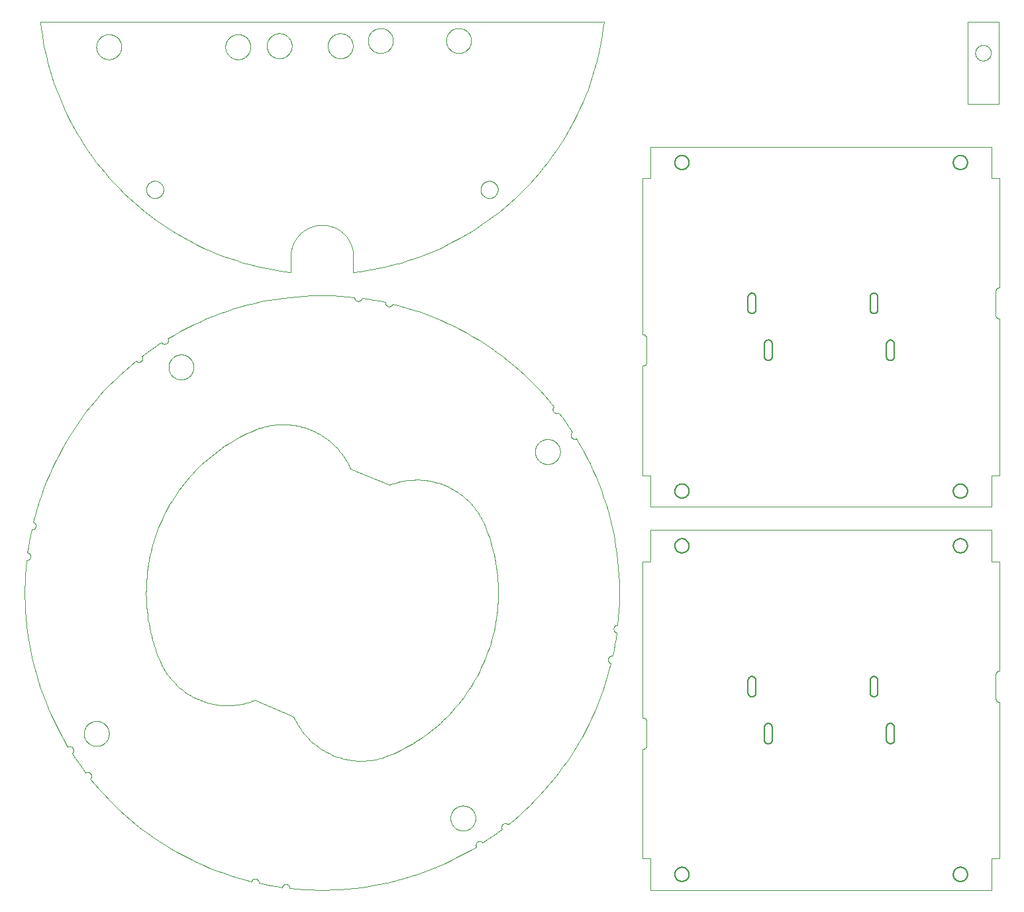
<source format=gbr>
G04 EAGLE Gerber RS-274X export*
G75*
%MOMM*%
%FSLAX34Y34*%
%LPD*%
%IN*%
%IPPOS*%
%AMOC8*
5,1,8,0,0,1.08239X$1,22.5*%
G01*
%ADD10C,0.100000*%
%ADD11C,0.152400*%
%ADD12C,0.001000*%
%ADD13C,0.000000*%
%ADD14C,0.127000*%


D10*
X810000Y10000D02*
X1246000Y10000D01*
X1256000Y50000D02*
X1256000Y250000D01*
X1256000Y290000D02*
X1256000Y430000D01*
X1246000Y470000D02*
X810000Y470000D01*
D11*
X841000Y30000D02*
X841003Y30221D01*
X841011Y30442D01*
X841024Y30662D01*
X841043Y30882D01*
X841068Y31102D01*
X841097Y31321D01*
X841133Y31539D01*
X841173Y31756D01*
X841219Y31972D01*
X841270Y32187D01*
X841326Y32400D01*
X841388Y32613D01*
X841454Y32823D01*
X841526Y33032D01*
X841603Y33239D01*
X841685Y33444D01*
X841772Y33647D01*
X841864Y33848D01*
X841961Y34047D01*
X842063Y34243D01*
X842169Y34436D01*
X842280Y34627D01*
X842396Y34815D01*
X842517Y35000D01*
X842642Y35182D01*
X842771Y35361D01*
X842905Y35537D01*
X843043Y35710D01*
X843185Y35879D01*
X843331Y36044D01*
X843482Y36206D01*
X843636Y36364D01*
X843794Y36518D01*
X843956Y36669D01*
X844121Y36815D01*
X844290Y36957D01*
X844463Y37095D01*
X844639Y37229D01*
X844818Y37358D01*
X845000Y37483D01*
X845185Y37604D01*
X845373Y37720D01*
X845564Y37831D01*
X845757Y37937D01*
X845953Y38039D01*
X846152Y38136D01*
X846353Y38228D01*
X846556Y38315D01*
X846761Y38397D01*
X846968Y38474D01*
X847177Y38546D01*
X847387Y38612D01*
X847600Y38674D01*
X847813Y38730D01*
X848028Y38781D01*
X848244Y38827D01*
X848461Y38867D01*
X848679Y38903D01*
X848898Y38932D01*
X849118Y38957D01*
X849338Y38976D01*
X849558Y38989D01*
X849779Y38997D01*
X850000Y39000D01*
X850221Y38997D01*
X850442Y38989D01*
X850662Y38976D01*
X850882Y38957D01*
X851102Y38932D01*
X851321Y38903D01*
X851539Y38867D01*
X851756Y38827D01*
X851972Y38781D01*
X852187Y38730D01*
X852400Y38674D01*
X852613Y38612D01*
X852823Y38546D01*
X853032Y38474D01*
X853239Y38397D01*
X853444Y38315D01*
X853647Y38228D01*
X853848Y38136D01*
X854047Y38039D01*
X854243Y37937D01*
X854436Y37831D01*
X854627Y37720D01*
X854815Y37604D01*
X855000Y37483D01*
X855182Y37358D01*
X855361Y37229D01*
X855537Y37095D01*
X855710Y36957D01*
X855879Y36815D01*
X856044Y36669D01*
X856206Y36518D01*
X856364Y36364D01*
X856518Y36206D01*
X856669Y36044D01*
X856815Y35879D01*
X856957Y35710D01*
X857095Y35537D01*
X857229Y35361D01*
X857358Y35182D01*
X857483Y35000D01*
X857604Y34815D01*
X857720Y34627D01*
X857831Y34436D01*
X857937Y34243D01*
X858039Y34047D01*
X858136Y33848D01*
X858228Y33647D01*
X858315Y33444D01*
X858397Y33239D01*
X858474Y33032D01*
X858546Y32823D01*
X858612Y32613D01*
X858674Y32400D01*
X858730Y32187D01*
X858781Y31972D01*
X858827Y31756D01*
X858867Y31539D01*
X858903Y31321D01*
X858932Y31102D01*
X858957Y30882D01*
X858976Y30662D01*
X858989Y30442D01*
X858997Y30221D01*
X859000Y30000D01*
X858997Y29779D01*
X858989Y29558D01*
X858976Y29338D01*
X858957Y29118D01*
X858932Y28898D01*
X858903Y28679D01*
X858867Y28461D01*
X858827Y28244D01*
X858781Y28028D01*
X858730Y27813D01*
X858674Y27600D01*
X858612Y27387D01*
X858546Y27177D01*
X858474Y26968D01*
X858397Y26761D01*
X858315Y26556D01*
X858228Y26353D01*
X858136Y26152D01*
X858039Y25953D01*
X857937Y25757D01*
X857831Y25564D01*
X857720Y25373D01*
X857604Y25185D01*
X857483Y25000D01*
X857358Y24818D01*
X857229Y24639D01*
X857095Y24463D01*
X856957Y24290D01*
X856815Y24121D01*
X856669Y23956D01*
X856518Y23794D01*
X856364Y23636D01*
X856206Y23482D01*
X856044Y23331D01*
X855879Y23185D01*
X855710Y23043D01*
X855537Y22905D01*
X855361Y22771D01*
X855182Y22642D01*
X855000Y22517D01*
X854815Y22396D01*
X854627Y22280D01*
X854436Y22169D01*
X854243Y22063D01*
X854047Y21961D01*
X853848Y21864D01*
X853647Y21772D01*
X853444Y21685D01*
X853239Y21603D01*
X853032Y21526D01*
X852823Y21454D01*
X852613Y21388D01*
X852400Y21326D01*
X852187Y21270D01*
X851972Y21219D01*
X851756Y21173D01*
X851539Y21133D01*
X851321Y21097D01*
X851102Y21068D01*
X850882Y21043D01*
X850662Y21024D01*
X850442Y21011D01*
X850221Y21003D01*
X850000Y21000D01*
X849779Y21003D01*
X849558Y21011D01*
X849338Y21024D01*
X849118Y21043D01*
X848898Y21068D01*
X848679Y21097D01*
X848461Y21133D01*
X848244Y21173D01*
X848028Y21219D01*
X847813Y21270D01*
X847600Y21326D01*
X847387Y21388D01*
X847177Y21454D01*
X846968Y21526D01*
X846761Y21603D01*
X846556Y21685D01*
X846353Y21772D01*
X846152Y21864D01*
X845953Y21961D01*
X845757Y22063D01*
X845564Y22169D01*
X845373Y22280D01*
X845185Y22396D01*
X845000Y22517D01*
X844818Y22642D01*
X844639Y22771D01*
X844463Y22905D01*
X844290Y23043D01*
X844121Y23185D01*
X843956Y23331D01*
X843794Y23482D01*
X843636Y23636D01*
X843482Y23794D01*
X843331Y23956D01*
X843185Y24121D01*
X843043Y24290D01*
X842905Y24463D01*
X842771Y24639D01*
X842642Y24818D01*
X842517Y25000D01*
X842396Y25185D01*
X842280Y25373D01*
X842169Y25564D01*
X842063Y25757D01*
X841961Y25953D01*
X841864Y26152D01*
X841772Y26353D01*
X841685Y26556D01*
X841603Y26761D01*
X841526Y26968D01*
X841454Y27177D01*
X841388Y27387D01*
X841326Y27600D01*
X841270Y27813D01*
X841219Y28028D01*
X841173Y28244D01*
X841133Y28461D01*
X841097Y28679D01*
X841068Y28898D01*
X841043Y29118D01*
X841024Y29338D01*
X841011Y29558D01*
X841003Y29779D01*
X841000Y30000D01*
X1197000Y30000D02*
X1197003Y30221D01*
X1197011Y30442D01*
X1197024Y30662D01*
X1197043Y30882D01*
X1197068Y31102D01*
X1197097Y31321D01*
X1197133Y31539D01*
X1197173Y31756D01*
X1197219Y31972D01*
X1197270Y32187D01*
X1197326Y32400D01*
X1197388Y32613D01*
X1197454Y32823D01*
X1197526Y33032D01*
X1197603Y33239D01*
X1197685Y33444D01*
X1197772Y33647D01*
X1197864Y33848D01*
X1197961Y34047D01*
X1198063Y34243D01*
X1198169Y34436D01*
X1198280Y34627D01*
X1198396Y34815D01*
X1198517Y35000D01*
X1198642Y35182D01*
X1198771Y35361D01*
X1198905Y35537D01*
X1199043Y35710D01*
X1199185Y35879D01*
X1199331Y36044D01*
X1199482Y36206D01*
X1199636Y36364D01*
X1199794Y36518D01*
X1199956Y36669D01*
X1200121Y36815D01*
X1200290Y36957D01*
X1200463Y37095D01*
X1200639Y37229D01*
X1200818Y37358D01*
X1201000Y37483D01*
X1201185Y37604D01*
X1201373Y37720D01*
X1201564Y37831D01*
X1201757Y37937D01*
X1201953Y38039D01*
X1202152Y38136D01*
X1202353Y38228D01*
X1202556Y38315D01*
X1202761Y38397D01*
X1202968Y38474D01*
X1203177Y38546D01*
X1203387Y38612D01*
X1203600Y38674D01*
X1203813Y38730D01*
X1204028Y38781D01*
X1204244Y38827D01*
X1204461Y38867D01*
X1204679Y38903D01*
X1204898Y38932D01*
X1205118Y38957D01*
X1205338Y38976D01*
X1205558Y38989D01*
X1205779Y38997D01*
X1206000Y39000D01*
X1206221Y38997D01*
X1206442Y38989D01*
X1206662Y38976D01*
X1206882Y38957D01*
X1207102Y38932D01*
X1207321Y38903D01*
X1207539Y38867D01*
X1207756Y38827D01*
X1207972Y38781D01*
X1208187Y38730D01*
X1208400Y38674D01*
X1208613Y38612D01*
X1208823Y38546D01*
X1209032Y38474D01*
X1209239Y38397D01*
X1209444Y38315D01*
X1209647Y38228D01*
X1209848Y38136D01*
X1210047Y38039D01*
X1210243Y37937D01*
X1210436Y37831D01*
X1210627Y37720D01*
X1210815Y37604D01*
X1211000Y37483D01*
X1211182Y37358D01*
X1211361Y37229D01*
X1211537Y37095D01*
X1211710Y36957D01*
X1211879Y36815D01*
X1212044Y36669D01*
X1212206Y36518D01*
X1212364Y36364D01*
X1212518Y36206D01*
X1212669Y36044D01*
X1212815Y35879D01*
X1212957Y35710D01*
X1213095Y35537D01*
X1213229Y35361D01*
X1213358Y35182D01*
X1213483Y35000D01*
X1213604Y34815D01*
X1213720Y34627D01*
X1213831Y34436D01*
X1213937Y34243D01*
X1214039Y34047D01*
X1214136Y33848D01*
X1214228Y33647D01*
X1214315Y33444D01*
X1214397Y33239D01*
X1214474Y33032D01*
X1214546Y32823D01*
X1214612Y32613D01*
X1214674Y32400D01*
X1214730Y32187D01*
X1214781Y31972D01*
X1214827Y31756D01*
X1214867Y31539D01*
X1214903Y31321D01*
X1214932Y31102D01*
X1214957Y30882D01*
X1214976Y30662D01*
X1214989Y30442D01*
X1214997Y30221D01*
X1215000Y30000D01*
X1214997Y29779D01*
X1214989Y29558D01*
X1214976Y29338D01*
X1214957Y29118D01*
X1214932Y28898D01*
X1214903Y28679D01*
X1214867Y28461D01*
X1214827Y28244D01*
X1214781Y28028D01*
X1214730Y27813D01*
X1214674Y27600D01*
X1214612Y27387D01*
X1214546Y27177D01*
X1214474Y26968D01*
X1214397Y26761D01*
X1214315Y26556D01*
X1214228Y26353D01*
X1214136Y26152D01*
X1214039Y25953D01*
X1213937Y25757D01*
X1213831Y25564D01*
X1213720Y25373D01*
X1213604Y25185D01*
X1213483Y25000D01*
X1213358Y24818D01*
X1213229Y24639D01*
X1213095Y24463D01*
X1212957Y24290D01*
X1212815Y24121D01*
X1212669Y23956D01*
X1212518Y23794D01*
X1212364Y23636D01*
X1212206Y23482D01*
X1212044Y23331D01*
X1211879Y23185D01*
X1211710Y23043D01*
X1211537Y22905D01*
X1211361Y22771D01*
X1211182Y22642D01*
X1211000Y22517D01*
X1210815Y22396D01*
X1210627Y22280D01*
X1210436Y22169D01*
X1210243Y22063D01*
X1210047Y21961D01*
X1209848Y21864D01*
X1209647Y21772D01*
X1209444Y21685D01*
X1209239Y21603D01*
X1209032Y21526D01*
X1208823Y21454D01*
X1208613Y21388D01*
X1208400Y21326D01*
X1208187Y21270D01*
X1207972Y21219D01*
X1207756Y21173D01*
X1207539Y21133D01*
X1207321Y21097D01*
X1207102Y21068D01*
X1206882Y21043D01*
X1206662Y21024D01*
X1206442Y21011D01*
X1206221Y21003D01*
X1206000Y21000D01*
X1205779Y21003D01*
X1205558Y21011D01*
X1205338Y21024D01*
X1205118Y21043D01*
X1204898Y21068D01*
X1204679Y21097D01*
X1204461Y21133D01*
X1204244Y21173D01*
X1204028Y21219D01*
X1203813Y21270D01*
X1203600Y21326D01*
X1203387Y21388D01*
X1203177Y21454D01*
X1202968Y21526D01*
X1202761Y21603D01*
X1202556Y21685D01*
X1202353Y21772D01*
X1202152Y21864D01*
X1201953Y21961D01*
X1201757Y22063D01*
X1201564Y22169D01*
X1201373Y22280D01*
X1201185Y22396D01*
X1201000Y22517D01*
X1200818Y22642D01*
X1200639Y22771D01*
X1200463Y22905D01*
X1200290Y23043D01*
X1200121Y23185D01*
X1199956Y23331D01*
X1199794Y23482D01*
X1199636Y23636D01*
X1199482Y23794D01*
X1199331Y23956D01*
X1199185Y24121D01*
X1199043Y24290D01*
X1198905Y24463D01*
X1198771Y24639D01*
X1198642Y24818D01*
X1198517Y25000D01*
X1198396Y25185D01*
X1198280Y25373D01*
X1198169Y25564D01*
X1198063Y25757D01*
X1197961Y25953D01*
X1197864Y26152D01*
X1197772Y26353D01*
X1197685Y26556D01*
X1197603Y26761D01*
X1197526Y26968D01*
X1197454Y27177D01*
X1197388Y27387D01*
X1197326Y27600D01*
X1197270Y27813D01*
X1197219Y28028D01*
X1197173Y28244D01*
X1197133Y28461D01*
X1197097Y28679D01*
X1197068Y28898D01*
X1197043Y29118D01*
X1197024Y29338D01*
X1197011Y29558D01*
X1197003Y29779D01*
X1197000Y30000D01*
X1197000Y450000D02*
X1197003Y450221D01*
X1197011Y450442D01*
X1197024Y450662D01*
X1197043Y450882D01*
X1197068Y451102D01*
X1197097Y451321D01*
X1197133Y451539D01*
X1197173Y451756D01*
X1197219Y451972D01*
X1197270Y452187D01*
X1197326Y452400D01*
X1197388Y452613D01*
X1197454Y452823D01*
X1197526Y453032D01*
X1197603Y453239D01*
X1197685Y453444D01*
X1197772Y453647D01*
X1197864Y453848D01*
X1197961Y454047D01*
X1198063Y454243D01*
X1198169Y454436D01*
X1198280Y454627D01*
X1198396Y454815D01*
X1198517Y455000D01*
X1198642Y455182D01*
X1198771Y455361D01*
X1198905Y455537D01*
X1199043Y455710D01*
X1199185Y455879D01*
X1199331Y456044D01*
X1199482Y456206D01*
X1199636Y456364D01*
X1199794Y456518D01*
X1199956Y456669D01*
X1200121Y456815D01*
X1200290Y456957D01*
X1200463Y457095D01*
X1200639Y457229D01*
X1200818Y457358D01*
X1201000Y457483D01*
X1201185Y457604D01*
X1201373Y457720D01*
X1201564Y457831D01*
X1201757Y457937D01*
X1201953Y458039D01*
X1202152Y458136D01*
X1202353Y458228D01*
X1202556Y458315D01*
X1202761Y458397D01*
X1202968Y458474D01*
X1203177Y458546D01*
X1203387Y458612D01*
X1203600Y458674D01*
X1203813Y458730D01*
X1204028Y458781D01*
X1204244Y458827D01*
X1204461Y458867D01*
X1204679Y458903D01*
X1204898Y458932D01*
X1205118Y458957D01*
X1205338Y458976D01*
X1205558Y458989D01*
X1205779Y458997D01*
X1206000Y459000D01*
X1206221Y458997D01*
X1206442Y458989D01*
X1206662Y458976D01*
X1206882Y458957D01*
X1207102Y458932D01*
X1207321Y458903D01*
X1207539Y458867D01*
X1207756Y458827D01*
X1207972Y458781D01*
X1208187Y458730D01*
X1208400Y458674D01*
X1208613Y458612D01*
X1208823Y458546D01*
X1209032Y458474D01*
X1209239Y458397D01*
X1209444Y458315D01*
X1209647Y458228D01*
X1209848Y458136D01*
X1210047Y458039D01*
X1210243Y457937D01*
X1210436Y457831D01*
X1210627Y457720D01*
X1210815Y457604D01*
X1211000Y457483D01*
X1211182Y457358D01*
X1211361Y457229D01*
X1211537Y457095D01*
X1211710Y456957D01*
X1211879Y456815D01*
X1212044Y456669D01*
X1212206Y456518D01*
X1212364Y456364D01*
X1212518Y456206D01*
X1212669Y456044D01*
X1212815Y455879D01*
X1212957Y455710D01*
X1213095Y455537D01*
X1213229Y455361D01*
X1213358Y455182D01*
X1213483Y455000D01*
X1213604Y454815D01*
X1213720Y454627D01*
X1213831Y454436D01*
X1213937Y454243D01*
X1214039Y454047D01*
X1214136Y453848D01*
X1214228Y453647D01*
X1214315Y453444D01*
X1214397Y453239D01*
X1214474Y453032D01*
X1214546Y452823D01*
X1214612Y452613D01*
X1214674Y452400D01*
X1214730Y452187D01*
X1214781Y451972D01*
X1214827Y451756D01*
X1214867Y451539D01*
X1214903Y451321D01*
X1214932Y451102D01*
X1214957Y450882D01*
X1214976Y450662D01*
X1214989Y450442D01*
X1214997Y450221D01*
X1215000Y450000D01*
X1214997Y449779D01*
X1214989Y449558D01*
X1214976Y449338D01*
X1214957Y449118D01*
X1214932Y448898D01*
X1214903Y448679D01*
X1214867Y448461D01*
X1214827Y448244D01*
X1214781Y448028D01*
X1214730Y447813D01*
X1214674Y447600D01*
X1214612Y447387D01*
X1214546Y447177D01*
X1214474Y446968D01*
X1214397Y446761D01*
X1214315Y446556D01*
X1214228Y446353D01*
X1214136Y446152D01*
X1214039Y445953D01*
X1213937Y445757D01*
X1213831Y445564D01*
X1213720Y445373D01*
X1213604Y445185D01*
X1213483Y445000D01*
X1213358Y444818D01*
X1213229Y444639D01*
X1213095Y444463D01*
X1212957Y444290D01*
X1212815Y444121D01*
X1212669Y443956D01*
X1212518Y443794D01*
X1212364Y443636D01*
X1212206Y443482D01*
X1212044Y443331D01*
X1211879Y443185D01*
X1211710Y443043D01*
X1211537Y442905D01*
X1211361Y442771D01*
X1211182Y442642D01*
X1211000Y442517D01*
X1210815Y442396D01*
X1210627Y442280D01*
X1210436Y442169D01*
X1210243Y442063D01*
X1210047Y441961D01*
X1209848Y441864D01*
X1209647Y441772D01*
X1209444Y441685D01*
X1209239Y441603D01*
X1209032Y441526D01*
X1208823Y441454D01*
X1208613Y441388D01*
X1208400Y441326D01*
X1208187Y441270D01*
X1207972Y441219D01*
X1207756Y441173D01*
X1207539Y441133D01*
X1207321Y441097D01*
X1207102Y441068D01*
X1206882Y441043D01*
X1206662Y441024D01*
X1206442Y441011D01*
X1206221Y441003D01*
X1206000Y441000D01*
X1205779Y441003D01*
X1205558Y441011D01*
X1205338Y441024D01*
X1205118Y441043D01*
X1204898Y441068D01*
X1204679Y441097D01*
X1204461Y441133D01*
X1204244Y441173D01*
X1204028Y441219D01*
X1203813Y441270D01*
X1203600Y441326D01*
X1203387Y441388D01*
X1203177Y441454D01*
X1202968Y441526D01*
X1202761Y441603D01*
X1202556Y441685D01*
X1202353Y441772D01*
X1202152Y441864D01*
X1201953Y441961D01*
X1201757Y442063D01*
X1201564Y442169D01*
X1201373Y442280D01*
X1201185Y442396D01*
X1201000Y442517D01*
X1200818Y442642D01*
X1200639Y442771D01*
X1200463Y442905D01*
X1200290Y443043D01*
X1200121Y443185D01*
X1199956Y443331D01*
X1199794Y443482D01*
X1199636Y443636D01*
X1199482Y443794D01*
X1199331Y443956D01*
X1199185Y444121D01*
X1199043Y444290D01*
X1198905Y444463D01*
X1198771Y444639D01*
X1198642Y444818D01*
X1198517Y445000D01*
X1198396Y445185D01*
X1198280Y445373D01*
X1198169Y445564D01*
X1198063Y445757D01*
X1197961Y445953D01*
X1197864Y446152D01*
X1197772Y446353D01*
X1197685Y446556D01*
X1197603Y446761D01*
X1197526Y446968D01*
X1197454Y447177D01*
X1197388Y447387D01*
X1197326Y447600D01*
X1197270Y447813D01*
X1197219Y448028D01*
X1197173Y448244D01*
X1197133Y448461D01*
X1197097Y448679D01*
X1197068Y448898D01*
X1197043Y449118D01*
X1197024Y449338D01*
X1197011Y449558D01*
X1197003Y449779D01*
X1197000Y450000D01*
X841000Y450000D02*
X841003Y450221D01*
X841011Y450442D01*
X841024Y450662D01*
X841043Y450882D01*
X841068Y451102D01*
X841097Y451321D01*
X841133Y451539D01*
X841173Y451756D01*
X841219Y451972D01*
X841270Y452187D01*
X841326Y452400D01*
X841388Y452613D01*
X841454Y452823D01*
X841526Y453032D01*
X841603Y453239D01*
X841685Y453444D01*
X841772Y453647D01*
X841864Y453848D01*
X841961Y454047D01*
X842063Y454243D01*
X842169Y454436D01*
X842280Y454627D01*
X842396Y454815D01*
X842517Y455000D01*
X842642Y455182D01*
X842771Y455361D01*
X842905Y455537D01*
X843043Y455710D01*
X843185Y455879D01*
X843331Y456044D01*
X843482Y456206D01*
X843636Y456364D01*
X843794Y456518D01*
X843956Y456669D01*
X844121Y456815D01*
X844290Y456957D01*
X844463Y457095D01*
X844639Y457229D01*
X844818Y457358D01*
X845000Y457483D01*
X845185Y457604D01*
X845373Y457720D01*
X845564Y457831D01*
X845757Y457937D01*
X845953Y458039D01*
X846152Y458136D01*
X846353Y458228D01*
X846556Y458315D01*
X846761Y458397D01*
X846968Y458474D01*
X847177Y458546D01*
X847387Y458612D01*
X847600Y458674D01*
X847813Y458730D01*
X848028Y458781D01*
X848244Y458827D01*
X848461Y458867D01*
X848679Y458903D01*
X848898Y458932D01*
X849118Y458957D01*
X849338Y458976D01*
X849558Y458989D01*
X849779Y458997D01*
X850000Y459000D01*
X850221Y458997D01*
X850442Y458989D01*
X850662Y458976D01*
X850882Y458957D01*
X851102Y458932D01*
X851321Y458903D01*
X851539Y458867D01*
X851756Y458827D01*
X851972Y458781D01*
X852187Y458730D01*
X852400Y458674D01*
X852613Y458612D01*
X852823Y458546D01*
X853032Y458474D01*
X853239Y458397D01*
X853444Y458315D01*
X853647Y458228D01*
X853848Y458136D01*
X854047Y458039D01*
X854243Y457937D01*
X854436Y457831D01*
X854627Y457720D01*
X854815Y457604D01*
X855000Y457483D01*
X855182Y457358D01*
X855361Y457229D01*
X855537Y457095D01*
X855710Y456957D01*
X855879Y456815D01*
X856044Y456669D01*
X856206Y456518D01*
X856364Y456364D01*
X856518Y456206D01*
X856669Y456044D01*
X856815Y455879D01*
X856957Y455710D01*
X857095Y455537D01*
X857229Y455361D01*
X857358Y455182D01*
X857483Y455000D01*
X857604Y454815D01*
X857720Y454627D01*
X857831Y454436D01*
X857937Y454243D01*
X858039Y454047D01*
X858136Y453848D01*
X858228Y453647D01*
X858315Y453444D01*
X858397Y453239D01*
X858474Y453032D01*
X858546Y452823D01*
X858612Y452613D01*
X858674Y452400D01*
X858730Y452187D01*
X858781Y451972D01*
X858827Y451756D01*
X858867Y451539D01*
X858903Y451321D01*
X858932Y451102D01*
X858957Y450882D01*
X858976Y450662D01*
X858989Y450442D01*
X858997Y450221D01*
X859000Y450000D01*
X858997Y449779D01*
X858989Y449558D01*
X858976Y449338D01*
X858957Y449118D01*
X858932Y448898D01*
X858903Y448679D01*
X858867Y448461D01*
X858827Y448244D01*
X858781Y448028D01*
X858730Y447813D01*
X858674Y447600D01*
X858612Y447387D01*
X858546Y447177D01*
X858474Y446968D01*
X858397Y446761D01*
X858315Y446556D01*
X858228Y446353D01*
X858136Y446152D01*
X858039Y445953D01*
X857937Y445757D01*
X857831Y445564D01*
X857720Y445373D01*
X857604Y445185D01*
X857483Y445000D01*
X857358Y444818D01*
X857229Y444639D01*
X857095Y444463D01*
X856957Y444290D01*
X856815Y444121D01*
X856669Y443956D01*
X856518Y443794D01*
X856364Y443636D01*
X856206Y443482D01*
X856044Y443331D01*
X855879Y443185D01*
X855710Y443043D01*
X855537Y442905D01*
X855361Y442771D01*
X855182Y442642D01*
X855000Y442517D01*
X854815Y442396D01*
X854627Y442280D01*
X854436Y442169D01*
X854243Y442063D01*
X854047Y441961D01*
X853848Y441864D01*
X853647Y441772D01*
X853444Y441685D01*
X853239Y441603D01*
X853032Y441526D01*
X852823Y441454D01*
X852613Y441388D01*
X852400Y441326D01*
X852187Y441270D01*
X851972Y441219D01*
X851756Y441173D01*
X851539Y441133D01*
X851321Y441097D01*
X851102Y441068D01*
X850882Y441043D01*
X850662Y441024D01*
X850442Y441011D01*
X850221Y441003D01*
X850000Y441000D01*
X849779Y441003D01*
X849558Y441011D01*
X849338Y441024D01*
X849118Y441043D01*
X848898Y441068D01*
X848679Y441097D01*
X848461Y441133D01*
X848244Y441173D01*
X848028Y441219D01*
X847813Y441270D01*
X847600Y441326D01*
X847387Y441388D01*
X847177Y441454D01*
X846968Y441526D01*
X846761Y441603D01*
X846556Y441685D01*
X846353Y441772D01*
X846152Y441864D01*
X845953Y441961D01*
X845757Y442063D01*
X845564Y442169D01*
X845373Y442280D01*
X845185Y442396D01*
X845000Y442517D01*
X844818Y442642D01*
X844639Y442771D01*
X844463Y442905D01*
X844290Y443043D01*
X844121Y443185D01*
X843956Y443331D01*
X843794Y443482D01*
X843636Y443636D01*
X843482Y443794D01*
X843331Y443956D01*
X843185Y444121D01*
X843043Y444290D01*
X842905Y444463D01*
X842771Y444639D01*
X842642Y444818D01*
X842517Y445000D01*
X842396Y445185D01*
X842280Y445373D01*
X842169Y445564D01*
X842063Y445757D01*
X841961Y445953D01*
X841864Y446152D01*
X841772Y446353D01*
X841685Y446556D01*
X841603Y446761D01*
X841526Y446968D01*
X841454Y447177D01*
X841388Y447387D01*
X841326Y447600D01*
X841270Y447813D01*
X841219Y448028D01*
X841173Y448244D01*
X841133Y448461D01*
X841097Y448679D01*
X841068Y448898D01*
X841043Y449118D01*
X841024Y449338D01*
X841011Y449558D01*
X841003Y449779D01*
X841000Y450000D01*
D10*
X800000Y430000D02*
X800000Y230000D01*
X800000Y190000D02*
X800000Y50000D01*
X805000Y225000D02*
X804998Y225140D01*
X804992Y225280D01*
X804982Y225420D01*
X804969Y225560D01*
X804951Y225699D01*
X804929Y225838D01*
X804904Y225975D01*
X804875Y226113D01*
X804842Y226249D01*
X804805Y226384D01*
X804764Y226518D01*
X804719Y226651D01*
X804671Y226783D01*
X804619Y226913D01*
X804564Y227042D01*
X804505Y227169D01*
X804442Y227295D01*
X804376Y227419D01*
X804307Y227540D01*
X804234Y227660D01*
X804157Y227778D01*
X804078Y227893D01*
X803995Y228007D01*
X803909Y228117D01*
X803820Y228226D01*
X803728Y228332D01*
X803633Y228435D01*
X803536Y228536D01*
X803435Y228633D01*
X803332Y228728D01*
X803226Y228820D01*
X803117Y228909D01*
X803007Y228995D01*
X802893Y229078D01*
X802778Y229157D01*
X802660Y229234D01*
X802540Y229307D01*
X802419Y229376D01*
X802295Y229442D01*
X802169Y229505D01*
X802042Y229564D01*
X801913Y229619D01*
X801783Y229671D01*
X801651Y229719D01*
X801518Y229764D01*
X801384Y229805D01*
X801249Y229842D01*
X801113Y229875D01*
X800975Y229904D01*
X800838Y229929D01*
X800699Y229951D01*
X800560Y229969D01*
X800420Y229982D01*
X800280Y229992D01*
X800140Y229998D01*
X800000Y230000D01*
X805000Y225000D02*
X805000Y195000D01*
X804998Y194860D01*
X804992Y194720D01*
X804982Y194580D01*
X804969Y194440D01*
X804951Y194301D01*
X804929Y194162D01*
X804904Y194025D01*
X804875Y193887D01*
X804842Y193751D01*
X804805Y193616D01*
X804764Y193482D01*
X804719Y193349D01*
X804671Y193217D01*
X804619Y193087D01*
X804564Y192958D01*
X804505Y192831D01*
X804442Y192705D01*
X804376Y192581D01*
X804307Y192460D01*
X804234Y192340D01*
X804157Y192222D01*
X804078Y192107D01*
X803995Y191993D01*
X803909Y191883D01*
X803820Y191774D01*
X803728Y191668D01*
X803633Y191565D01*
X803536Y191464D01*
X803435Y191367D01*
X803332Y191272D01*
X803226Y191180D01*
X803117Y191091D01*
X803007Y191005D01*
X802893Y190922D01*
X802778Y190843D01*
X802660Y190766D01*
X802540Y190693D01*
X802419Y190624D01*
X802295Y190558D01*
X802169Y190495D01*
X802042Y190436D01*
X801913Y190381D01*
X801783Y190329D01*
X801651Y190281D01*
X801518Y190236D01*
X801384Y190195D01*
X801249Y190158D01*
X801113Y190125D01*
X800975Y190096D01*
X800838Y190071D01*
X800699Y190049D01*
X800560Y190031D01*
X800420Y190018D01*
X800280Y190008D01*
X800140Y190002D01*
X800000Y190000D01*
X1251000Y285000D02*
X1251002Y285140D01*
X1251008Y285280D01*
X1251018Y285420D01*
X1251031Y285560D01*
X1251049Y285699D01*
X1251071Y285838D01*
X1251096Y285975D01*
X1251125Y286113D01*
X1251158Y286249D01*
X1251195Y286384D01*
X1251236Y286518D01*
X1251281Y286651D01*
X1251329Y286783D01*
X1251381Y286913D01*
X1251436Y287042D01*
X1251495Y287169D01*
X1251558Y287295D01*
X1251624Y287419D01*
X1251693Y287540D01*
X1251766Y287660D01*
X1251843Y287778D01*
X1251922Y287893D01*
X1252005Y288007D01*
X1252091Y288117D01*
X1252180Y288226D01*
X1252272Y288332D01*
X1252367Y288435D01*
X1252464Y288536D01*
X1252565Y288633D01*
X1252668Y288728D01*
X1252774Y288820D01*
X1252883Y288909D01*
X1252993Y288995D01*
X1253107Y289078D01*
X1253222Y289157D01*
X1253340Y289234D01*
X1253460Y289307D01*
X1253581Y289376D01*
X1253705Y289442D01*
X1253831Y289505D01*
X1253958Y289564D01*
X1254087Y289619D01*
X1254217Y289671D01*
X1254349Y289719D01*
X1254482Y289764D01*
X1254616Y289805D01*
X1254751Y289842D01*
X1254887Y289875D01*
X1255025Y289904D01*
X1255162Y289929D01*
X1255301Y289951D01*
X1255440Y289969D01*
X1255580Y289982D01*
X1255720Y289992D01*
X1255860Y289998D01*
X1256000Y290000D01*
X1251000Y285000D02*
X1251000Y255000D01*
X1251002Y254860D01*
X1251008Y254720D01*
X1251018Y254580D01*
X1251031Y254440D01*
X1251049Y254301D01*
X1251071Y254162D01*
X1251096Y254025D01*
X1251125Y253887D01*
X1251158Y253751D01*
X1251195Y253616D01*
X1251236Y253482D01*
X1251281Y253349D01*
X1251329Y253217D01*
X1251381Y253087D01*
X1251436Y252958D01*
X1251495Y252831D01*
X1251558Y252705D01*
X1251624Y252581D01*
X1251693Y252460D01*
X1251766Y252340D01*
X1251843Y252222D01*
X1251922Y252107D01*
X1252005Y251993D01*
X1252091Y251883D01*
X1252180Y251774D01*
X1252272Y251668D01*
X1252367Y251565D01*
X1252464Y251464D01*
X1252565Y251367D01*
X1252668Y251272D01*
X1252774Y251180D01*
X1252883Y251091D01*
X1252993Y251005D01*
X1253107Y250922D01*
X1253222Y250843D01*
X1253340Y250766D01*
X1253460Y250693D01*
X1253581Y250624D01*
X1253705Y250558D01*
X1253831Y250495D01*
X1253958Y250436D01*
X1254087Y250381D01*
X1254217Y250329D01*
X1254349Y250281D01*
X1254482Y250236D01*
X1254616Y250195D01*
X1254751Y250158D01*
X1254887Y250125D01*
X1255025Y250096D01*
X1255162Y250071D01*
X1255301Y250049D01*
X1255440Y250031D01*
X1255580Y250018D01*
X1255720Y250008D01*
X1255860Y250002D01*
X1256000Y250000D01*
X810000Y430000D02*
X810000Y470000D01*
X810000Y430000D02*
X800000Y430000D01*
X810000Y50000D02*
X810000Y10000D01*
X810000Y50000D02*
X800000Y50000D01*
X1246000Y50000D02*
X1246000Y10000D01*
X1246000Y50000D02*
X1256000Y50000D01*
X1246000Y430000D02*
X1246000Y470000D01*
X1246000Y430000D02*
X1256000Y430000D01*
X1246000Y500000D02*
X810000Y500000D01*
X1256000Y540000D02*
X1256000Y740000D01*
X1256000Y780000D02*
X1256000Y920000D01*
X1246000Y960000D02*
X810000Y960000D01*
D11*
X841000Y520000D02*
X841003Y520221D01*
X841011Y520442D01*
X841024Y520662D01*
X841043Y520882D01*
X841068Y521102D01*
X841097Y521321D01*
X841133Y521539D01*
X841173Y521756D01*
X841219Y521972D01*
X841270Y522187D01*
X841326Y522400D01*
X841388Y522613D01*
X841454Y522823D01*
X841526Y523032D01*
X841603Y523239D01*
X841685Y523444D01*
X841772Y523647D01*
X841864Y523848D01*
X841961Y524047D01*
X842063Y524243D01*
X842169Y524436D01*
X842280Y524627D01*
X842396Y524815D01*
X842517Y525000D01*
X842642Y525182D01*
X842771Y525361D01*
X842905Y525537D01*
X843043Y525710D01*
X843185Y525879D01*
X843331Y526044D01*
X843482Y526206D01*
X843636Y526364D01*
X843794Y526518D01*
X843956Y526669D01*
X844121Y526815D01*
X844290Y526957D01*
X844463Y527095D01*
X844639Y527229D01*
X844818Y527358D01*
X845000Y527483D01*
X845185Y527604D01*
X845373Y527720D01*
X845564Y527831D01*
X845757Y527937D01*
X845953Y528039D01*
X846152Y528136D01*
X846353Y528228D01*
X846556Y528315D01*
X846761Y528397D01*
X846968Y528474D01*
X847177Y528546D01*
X847387Y528612D01*
X847600Y528674D01*
X847813Y528730D01*
X848028Y528781D01*
X848244Y528827D01*
X848461Y528867D01*
X848679Y528903D01*
X848898Y528932D01*
X849118Y528957D01*
X849338Y528976D01*
X849558Y528989D01*
X849779Y528997D01*
X850000Y529000D01*
X850221Y528997D01*
X850442Y528989D01*
X850662Y528976D01*
X850882Y528957D01*
X851102Y528932D01*
X851321Y528903D01*
X851539Y528867D01*
X851756Y528827D01*
X851972Y528781D01*
X852187Y528730D01*
X852400Y528674D01*
X852613Y528612D01*
X852823Y528546D01*
X853032Y528474D01*
X853239Y528397D01*
X853444Y528315D01*
X853647Y528228D01*
X853848Y528136D01*
X854047Y528039D01*
X854243Y527937D01*
X854436Y527831D01*
X854627Y527720D01*
X854815Y527604D01*
X855000Y527483D01*
X855182Y527358D01*
X855361Y527229D01*
X855537Y527095D01*
X855710Y526957D01*
X855879Y526815D01*
X856044Y526669D01*
X856206Y526518D01*
X856364Y526364D01*
X856518Y526206D01*
X856669Y526044D01*
X856815Y525879D01*
X856957Y525710D01*
X857095Y525537D01*
X857229Y525361D01*
X857358Y525182D01*
X857483Y525000D01*
X857604Y524815D01*
X857720Y524627D01*
X857831Y524436D01*
X857937Y524243D01*
X858039Y524047D01*
X858136Y523848D01*
X858228Y523647D01*
X858315Y523444D01*
X858397Y523239D01*
X858474Y523032D01*
X858546Y522823D01*
X858612Y522613D01*
X858674Y522400D01*
X858730Y522187D01*
X858781Y521972D01*
X858827Y521756D01*
X858867Y521539D01*
X858903Y521321D01*
X858932Y521102D01*
X858957Y520882D01*
X858976Y520662D01*
X858989Y520442D01*
X858997Y520221D01*
X859000Y520000D01*
X858997Y519779D01*
X858989Y519558D01*
X858976Y519338D01*
X858957Y519118D01*
X858932Y518898D01*
X858903Y518679D01*
X858867Y518461D01*
X858827Y518244D01*
X858781Y518028D01*
X858730Y517813D01*
X858674Y517600D01*
X858612Y517387D01*
X858546Y517177D01*
X858474Y516968D01*
X858397Y516761D01*
X858315Y516556D01*
X858228Y516353D01*
X858136Y516152D01*
X858039Y515953D01*
X857937Y515757D01*
X857831Y515564D01*
X857720Y515373D01*
X857604Y515185D01*
X857483Y515000D01*
X857358Y514818D01*
X857229Y514639D01*
X857095Y514463D01*
X856957Y514290D01*
X856815Y514121D01*
X856669Y513956D01*
X856518Y513794D01*
X856364Y513636D01*
X856206Y513482D01*
X856044Y513331D01*
X855879Y513185D01*
X855710Y513043D01*
X855537Y512905D01*
X855361Y512771D01*
X855182Y512642D01*
X855000Y512517D01*
X854815Y512396D01*
X854627Y512280D01*
X854436Y512169D01*
X854243Y512063D01*
X854047Y511961D01*
X853848Y511864D01*
X853647Y511772D01*
X853444Y511685D01*
X853239Y511603D01*
X853032Y511526D01*
X852823Y511454D01*
X852613Y511388D01*
X852400Y511326D01*
X852187Y511270D01*
X851972Y511219D01*
X851756Y511173D01*
X851539Y511133D01*
X851321Y511097D01*
X851102Y511068D01*
X850882Y511043D01*
X850662Y511024D01*
X850442Y511011D01*
X850221Y511003D01*
X850000Y511000D01*
X849779Y511003D01*
X849558Y511011D01*
X849338Y511024D01*
X849118Y511043D01*
X848898Y511068D01*
X848679Y511097D01*
X848461Y511133D01*
X848244Y511173D01*
X848028Y511219D01*
X847813Y511270D01*
X847600Y511326D01*
X847387Y511388D01*
X847177Y511454D01*
X846968Y511526D01*
X846761Y511603D01*
X846556Y511685D01*
X846353Y511772D01*
X846152Y511864D01*
X845953Y511961D01*
X845757Y512063D01*
X845564Y512169D01*
X845373Y512280D01*
X845185Y512396D01*
X845000Y512517D01*
X844818Y512642D01*
X844639Y512771D01*
X844463Y512905D01*
X844290Y513043D01*
X844121Y513185D01*
X843956Y513331D01*
X843794Y513482D01*
X843636Y513636D01*
X843482Y513794D01*
X843331Y513956D01*
X843185Y514121D01*
X843043Y514290D01*
X842905Y514463D01*
X842771Y514639D01*
X842642Y514818D01*
X842517Y515000D01*
X842396Y515185D01*
X842280Y515373D01*
X842169Y515564D01*
X842063Y515757D01*
X841961Y515953D01*
X841864Y516152D01*
X841772Y516353D01*
X841685Y516556D01*
X841603Y516761D01*
X841526Y516968D01*
X841454Y517177D01*
X841388Y517387D01*
X841326Y517600D01*
X841270Y517813D01*
X841219Y518028D01*
X841173Y518244D01*
X841133Y518461D01*
X841097Y518679D01*
X841068Y518898D01*
X841043Y519118D01*
X841024Y519338D01*
X841011Y519558D01*
X841003Y519779D01*
X841000Y520000D01*
X1197000Y520000D02*
X1197003Y520221D01*
X1197011Y520442D01*
X1197024Y520662D01*
X1197043Y520882D01*
X1197068Y521102D01*
X1197097Y521321D01*
X1197133Y521539D01*
X1197173Y521756D01*
X1197219Y521972D01*
X1197270Y522187D01*
X1197326Y522400D01*
X1197388Y522613D01*
X1197454Y522823D01*
X1197526Y523032D01*
X1197603Y523239D01*
X1197685Y523444D01*
X1197772Y523647D01*
X1197864Y523848D01*
X1197961Y524047D01*
X1198063Y524243D01*
X1198169Y524436D01*
X1198280Y524627D01*
X1198396Y524815D01*
X1198517Y525000D01*
X1198642Y525182D01*
X1198771Y525361D01*
X1198905Y525537D01*
X1199043Y525710D01*
X1199185Y525879D01*
X1199331Y526044D01*
X1199482Y526206D01*
X1199636Y526364D01*
X1199794Y526518D01*
X1199956Y526669D01*
X1200121Y526815D01*
X1200290Y526957D01*
X1200463Y527095D01*
X1200639Y527229D01*
X1200818Y527358D01*
X1201000Y527483D01*
X1201185Y527604D01*
X1201373Y527720D01*
X1201564Y527831D01*
X1201757Y527937D01*
X1201953Y528039D01*
X1202152Y528136D01*
X1202353Y528228D01*
X1202556Y528315D01*
X1202761Y528397D01*
X1202968Y528474D01*
X1203177Y528546D01*
X1203387Y528612D01*
X1203600Y528674D01*
X1203813Y528730D01*
X1204028Y528781D01*
X1204244Y528827D01*
X1204461Y528867D01*
X1204679Y528903D01*
X1204898Y528932D01*
X1205118Y528957D01*
X1205338Y528976D01*
X1205558Y528989D01*
X1205779Y528997D01*
X1206000Y529000D01*
X1206221Y528997D01*
X1206442Y528989D01*
X1206662Y528976D01*
X1206882Y528957D01*
X1207102Y528932D01*
X1207321Y528903D01*
X1207539Y528867D01*
X1207756Y528827D01*
X1207972Y528781D01*
X1208187Y528730D01*
X1208400Y528674D01*
X1208613Y528612D01*
X1208823Y528546D01*
X1209032Y528474D01*
X1209239Y528397D01*
X1209444Y528315D01*
X1209647Y528228D01*
X1209848Y528136D01*
X1210047Y528039D01*
X1210243Y527937D01*
X1210436Y527831D01*
X1210627Y527720D01*
X1210815Y527604D01*
X1211000Y527483D01*
X1211182Y527358D01*
X1211361Y527229D01*
X1211537Y527095D01*
X1211710Y526957D01*
X1211879Y526815D01*
X1212044Y526669D01*
X1212206Y526518D01*
X1212364Y526364D01*
X1212518Y526206D01*
X1212669Y526044D01*
X1212815Y525879D01*
X1212957Y525710D01*
X1213095Y525537D01*
X1213229Y525361D01*
X1213358Y525182D01*
X1213483Y525000D01*
X1213604Y524815D01*
X1213720Y524627D01*
X1213831Y524436D01*
X1213937Y524243D01*
X1214039Y524047D01*
X1214136Y523848D01*
X1214228Y523647D01*
X1214315Y523444D01*
X1214397Y523239D01*
X1214474Y523032D01*
X1214546Y522823D01*
X1214612Y522613D01*
X1214674Y522400D01*
X1214730Y522187D01*
X1214781Y521972D01*
X1214827Y521756D01*
X1214867Y521539D01*
X1214903Y521321D01*
X1214932Y521102D01*
X1214957Y520882D01*
X1214976Y520662D01*
X1214989Y520442D01*
X1214997Y520221D01*
X1215000Y520000D01*
X1214997Y519779D01*
X1214989Y519558D01*
X1214976Y519338D01*
X1214957Y519118D01*
X1214932Y518898D01*
X1214903Y518679D01*
X1214867Y518461D01*
X1214827Y518244D01*
X1214781Y518028D01*
X1214730Y517813D01*
X1214674Y517600D01*
X1214612Y517387D01*
X1214546Y517177D01*
X1214474Y516968D01*
X1214397Y516761D01*
X1214315Y516556D01*
X1214228Y516353D01*
X1214136Y516152D01*
X1214039Y515953D01*
X1213937Y515757D01*
X1213831Y515564D01*
X1213720Y515373D01*
X1213604Y515185D01*
X1213483Y515000D01*
X1213358Y514818D01*
X1213229Y514639D01*
X1213095Y514463D01*
X1212957Y514290D01*
X1212815Y514121D01*
X1212669Y513956D01*
X1212518Y513794D01*
X1212364Y513636D01*
X1212206Y513482D01*
X1212044Y513331D01*
X1211879Y513185D01*
X1211710Y513043D01*
X1211537Y512905D01*
X1211361Y512771D01*
X1211182Y512642D01*
X1211000Y512517D01*
X1210815Y512396D01*
X1210627Y512280D01*
X1210436Y512169D01*
X1210243Y512063D01*
X1210047Y511961D01*
X1209848Y511864D01*
X1209647Y511772D01*
X1209444Y511685D01*
X1209239Y511603D01*
X1209032Y511526D01*
X1208823Y511454D01*
X1208613Y511388D01*
X1208400Y511326D01*
X1208187Y511270D01*
X1207972Y511219D01*
X1207756Y511173D01*
X1207539Y511133D01*
X1207321Y511097D01*
X1207102Y511068D01*
X1206882Y511043D01*
X1206662Y511024D01*
X1206442Y511011D01*
X1206221Y511003D01*
X1206000Y511000D01*
X1205779Y511003D01*
X1205558Y511011D01*
X1205338Y511024D01*
X1205118Y511043D01*
X1204898Y511068D01*
X1204679Y511097D01*
X1204461Y511133D01*
X1204244Y511173D01*
X1204028Y511219D01*
X1203813Y511270D01*
X1203600Y511326D01*
X1203387Y511388D01*
X1203177Y511454D01*
X1202968Y511526D01*
X1202761Y511603D01*
X1202556Y511685D01*
X1202353Y511772D01*
X1202152Y511864D01*
X1201953Y511961D01*
X1201757Y512063D01*
X1201564Y512169D01*
X1201373Y512280D01*
X1201185Y512396D01*
X1201000Y512517D01*
X1200818Y512642D01*
X1200639Y512771D01*
X1200463Y512905D01*
X1200290Y513043D01*
X1200121Y513185D01*
X1199956Y513331D01*
X1199794Y513482D01*
X1199636Y513636D01*
X1199482Y513794D01*
X1199331Y513956D01*
X1199185Y514121D01*
X1199043Y514290D01*
X1198905Y514463D01*
X1198771Y514639D01*
X1198642Y514818D01*
X1198517Y515000D01*
X1198396Y515185D01*
X1198280Y515373D01*
X1198169Y515564D01*
X1198063Y515757D01*
X1197961Y515953D01*
X1197864Y516152D01*
X1197772Y516353D01*
X1197685Y516556D01*
X1197603Y516761D01*
X1197526Y516968D01*
X1197454Y517177D01*
X1197388Y517387D01*
X1197326Y517600D01*
X1197270Y517813D01*
X1197219Y518028D01*
X1197173Y518244D01*
X1197133Y518461D01*
X1197097Y518679D01*
X1197068Y518898D01*
X1197043Y519118D01*
X1197024Y519338D01*
X1197011Y519558D01*
X1197003Y519779D01*
X1197000Y520000D01*
X1197000Y940000D02*
X1197003Y940221D01*
X1197011Y940442D01*
X1197024Y940662D01*
X1197043Y940882D01*
X1197068Y941102D01*
X1197097Y941321D01*
X1197133Y941539D01*
X1197173Y941756D01*
X1197219Y941972D01*
X1197270Y942187D01*
X1197326Y942400D01*
X1197388Y942613D01*
X1197454Y942823D01*
X1197526Y943032D01*
X1197603Y943239D01*
X1197685Y943444D01*
X1197772Y943647D01*
X1197864Y943848D01*
X1197961Y944047D01*
X1198063Y944243D01*
X1198169Y944436D01*
X1198280Y944627D01*
X1198396Y944815D01*
X1198517Y945000D01*
X1198642Y945182D01*
X1198771Y945361D01*
X1198905Y945537D01*
X1199043Y945710D01*
X1199185Y945879D01*
X1199331Y946044D01*
X1199482Y946206D01*
X1199636Y946364D01*
X1199794Y946518D01*
X1199956Y946669D01*
X1200121Y946815D01*
X1200290Y946957D01*
X1200463Y947095D01*
X1200639Y947229D01*
X1200818Y947358D01*
X1201000Y947483D01*
X1201185Y947604D01*
X1201373Y947720D01*
X1201564Y947831D01*
X1201757Y947937D01*
X1201953Y948039D01*
X1202152Y948136D01*
X1202353Y948228D01*
X1202556Y948315D01*
X1202761Y948397D01*
X1202968Y948474D01*
X1203177Y948546D01*
X1203387Y948612D01*
X1203600Y948674D01*
X1203813Y948730D01*
X1204028Y948781D01*
X1204244Y948827D01*
X1204461Y948867D01*
X1204679Y948903D01*
X1204898Y948932D01*
X1205118Y948957D01*
X1205338Y948976D01*
X1205558Y948989D01*
X1205779Y948997D01*
X1206000Y949000D01*
X1206221Y948997D01*
X1206442Y948989D01*
X1206662Y948976D01*
X1206882Y948957D01*
X1207102Y948932D01*
X1207321Y948903D01*
X1207539Y948867D01*
X1207756Y948827D01*
X1207972Y948781D01*
X1208187Y948730D01*
X1208400Y948674D01*
X1208613Y948612D01*
X1208823Y948546D01*
X1209032Y948474D01*
X1209239Y948397D01*
X1209444Y948315D01*
X1209647Y948228D01*
X1209848Y948136D01*
X1210047Y948039D01*
X1210243Y947937D01*
X1210436Y947831D01*
X1210627Y947720D01*
X1210815Y947604D01*
X1211000Y947483D01*
X1211182Y947358D01*
X1211361Y947229D01*
X1211537Y947095D01*
X1211710Y946957D01*
X1211879Y946815D01*
X1212044Y946669D01*
X1212206Y946518D01*
X1212364Y946364D01*
X1212518Y946206D01*
X1212669Y946044D01*
X1212815Y945879D01*
X1212957Y945710D01*
X1213095Y945537D01*
X1213229Y945361D01*
X1213358Y945182D01*
X1213483Y945000D01*
X1213604Y944815D01*
X1213720Y944627D01*
X1213831Y944436D01*
X1213937Y944243D01*
X1214039Y944047D01*
X1214136Y943848D01*
X1214228Y943647D01*
X1214315Y943444D01*
X1214397Y943239D01*
X1214474Y943032D01*
X1214546Y942823D01*
X1214612Y942613D01*
X1214674Y942400D01*
X1214730Y942187D01*
X1214781Y941972D01*
X1214827Y941756D01*
X1214867Y941539D01*
X1214903Y941321D01*
X1214932Y941102D01*
X1214957Y940882D01*
X1214976Y940662D01*
X1214989Y940442D01*
X1214997Y940221D01*
X1215000Y940000D01*
X1214997Y939779D01*
X1214989Y939558D01*
X1214976Y939338D01*
X1214957Y939118D01*
X1214932Y938898D01*
X1214903Y938679D01*
X1214867Y938461D01*
X1214827Y938244D01*
X1214781Y938028D01*
X1214730Y937813D01*
X1214674Y937600D01*
X1214612Y937387D01*
X1214546Y937177D01*
X1214474Y936968D01*
X1214397Y936761D01*
X1214315Y936556D01*
X1214228Y936353D01*
X1214136Y936152D01*
X1214039Y935953D01*
X1213937Y935757D01*
X1213831Y935564D01*
X1213720Y935373D01*
X1213604Y935185D01*
X1213483Y935000D01*
X1213358Y934818D01*
X1213229Y934639D01*
X1213095Y934463D01*
X1212957Y934290D01*
X1212815Y934121D01*
X1212669Y933956D01*
X1212518Y933794D01*
X1212364Y933636D01*
X1212206Y933482D01*
X1212044Y933331D01*
X1211879Y933185D01*
X1211710Y933043D01*
X1211537Y932905D01*
X1211361Y932771D01*
X1211182Y932642D01*
X1211000Y932517D01*
X1210815Y932396D01*
X1210627Y932280D01*
X1210436Y932169D01*
X1210243Y932063D01*
X1210047Y931961D01*
X1209848Y931864D01*
X1209647Y931772D01*
X1209444Y931685D01*
X1209239Y931603D01*
X1209032Y931526D01*
X1208823Y931454D01*
X1208613Y931388D01*
X1208400Y931326D01*
X1208187Y931270D01*
X1207972Y931219D01*
X1207756Y931173D01*
X1207539Y931133D01*
X1207321Y931097D01*
X1207102Y931068D01*
X1206882Y931043D01*
X1206662Y931024D01*
X1206442Y931011D01*
X1206221Y931003D01*
X1206000Y931000D01*
X1205779Y931003D01*
X1205558Y931011D01*
X1205338Y931024D01*
X1205118Y931043D01*
X1204898Y931068D01*
X1204679Y931097D01*
X1204461Y931133D01*
X1204244Y931173D01*
X1204028Y931219D01*
X1203813Y931270D01*
X1203600Y931326D01*
X1203387Y931388D01*
X1203177Y931454D01*
X1202968Y931526D01*
X1202761Y931603D01*
X1202556Y931685D01*
X1202353Y931772D01*
X1202152Y931864D01*
X1201953Y931961D01*
X1201757Y932063D01*
X1201564Y932169D01*
X1201373Y932280D01*
X1201185Y932396D01*
X1201000Y932517D01*
X1200818Y932642D01*
X1200639Y932771D01*
X1200463Y932905D01*
X1200290Y933043D01*
X1200121Y933185D01*
X1199956Y933331D01*
X1199794Y933482D01*
X1199636Y933636D01*
X1199482Y933794D01*
X1199331Y933956D01*
X1199185Y934121D01*
X1199043Y934290D01*
X1198905Y934463D01*
X1198771Y934639D01*
X1198642Y934818D01*
X1198517Y935000D01*
X1198396Y935185D01*
X1198280Y935373D01*
X1198169Y935564D01*
X1198063Y935757D01*
X1197961Y935953D01*
X1197864Y936152D01*
X1197772Y936353D01*
X1197685Y936556D01*
X1197603Y936761D01*
X1197526Y936968D01*
X1197454Y937177D01*
X1197388Y937387D01*
X1197326Y937600D01*
X1197270Y937813D01*
X1197219Y938028D01*
X1197173Y938244D01*
X1197133Y938461D01*
X1197097Y938679D01*
X1197068Y938898D01*
X1197043Y939118D01*
X1197024Y939338D01*
X1197011Y939558D01*
X1197003Y939779D01*
X1197000Y940000D01*
X841000Y940000D02*
X841003Y940221D01*
X841011Y940442D01*
X841024Y940662D01*
X841043Y940882D01*
X841068Y941102D01*
X841097Y941321D01*
X841133Y941539D01*
X841173Y941756D01*
X841219Y941972D01*
X841270Y942187D01*
X841326Y942400D01*
X841388Y942613D01*
X841454Y942823D01*
X841526Y943032D01*
X841603Y943239D01*
X841685Y943444D01*
X841772Y943647D01*
X841864Y943848D01*
X841961Y944047D01*
X842063Y944243D01*
X842169Y944436D01*
X842280Y944627D01*
X842396Y944815D01*
X842517Y945000D01*
X842642Y945182D01*
X842771Y945361D01*
X842905Y945537D01*
X843043Y945710D01*
X843185Y945879D01*
X843331Y946044D01*
X843482Y946206D01*
X843636Y946364D01*
X843794Y946518D01*
X843956Y946669D01*
X844121Y946815D01*
X844290Y946957D01*
X844463Y947095D01*
X844639Y947229D01*
X844818Y947358D01*
X845000Y947483D01*
X845185Y947604D01*
X845373Y947720D01*
X845564Y947831D01*
X845757Y947937D01*
X845953Y948039D01*
X846152Y948136D01*
X846353Y948228D01*
X846556Y948315D01*
X846761Y948397D01*
X846968Y948474D01*
X847177Y948546D01*
X847387Y948612D01*
X847600Y948674D01*
X847813Y948730D01*
X848028Y948781D01*
X848244Y948827D01*
X848461Y948867D01*
X848679Y948903D01*
X848898Y948932D01*
X849118Y948957D01*
X849338Y948976D01*
X849558Y948989D01*
X849779Y948997D01*
X850000Y949000D01*
X850221Y948997D01*
X850442Y948989D01*
X850662Y948976D01*
X850882Y948957D01*
X851102Y948932D01*
X851321Y948903D01*
X851539Y948867D01*
X851756Y948827D01*
X851972Y948781D01*
X852187Y948730D01*
X852400Y948674D01*
X852613Y948612D01*
X852823Y948546D01*
X853032Y948474D01*
X853239Y948397D01*
X853444Y948315D01*
X853647Y948228D01*
X853848Y948136D01*
X854047Y948039D01*
X854243Y947937D01*
X854436Y947831D01*
X854627Y947720D01*
X854815Y947604D01*
X855000Y947483D01*
X855182Y947358D01*
X855361Y947229D01*
X855537Y947095D01*
X855710Y946957D01*
X855879Y946815D01*
X856044Y946669D01*
X856206Y946518D01*
X856364Y946364D01*
X856518Y946206D01*
X856669Y946044D01*
X856815Y945879D01*
X856957Y945710D01*
X857095Y945537D01*
X857229Y945361D01*
X857358Y945182D01*
X857483Y945000D01*
X857604Y944815D01*
X857720Y944627D01*
X857831Y944436D01*
X857937Y944243D01*
X858039Y944047D01*
X858136Y943848D01*
X858228Y943647D01*
X858315Y943444D01*
X858397Y943239D01*
X858474Y943032D01*
X858546Y942823D01*
X858612Y942613D01*
X858674Y942400D01*
X858730Y942187D01*
X858781Y941972D01*
X858827Y941756D01*
X858867Y941539D01*
X858903Y941321D01*
X858932Y941102D01*
X858957Y940882D01*
X858976Y940662D01*
X858989Y940442D01*
X858997Y940221D01*
X859000Y940000D01*
X858997Y939779D01*
X858989Y939558D01*
X858976Y939338D01*
X858957Y939118D01*
X858932Y938898D01*
X858903Y938679D01*
X858867Y938461D01*
X858827Y938244D01*
X858781Y938028D01*
X858730Y937813D01*
X858674Y937600D01*
X858612Y937387D01*
X858546Y937177D01*
X858474Y936968D01*
X858397Y936761D01*
X858315Y936556D01*
X858228Y936353D01*
X858136Y936152D01*
X858039Y935953D01*
X857937Y935757D01*
X857831Y935564D01*
X857720Y935373D01*
X857604Y935185D01*
X857483Y935000D01*
X857358Y934818D01*
X857229Y934639D01*
X857095Y934463D01*
X856957Y934290D01*
X856815Y934121D01*
X856669Y933956D01*
X856518Y933794D01*
X856364Y933636D01*
X856206Y933482D01*
X856044Y933331D01*
X855879Y933185D01*
X855710Y933043D01*
X855537Y932905D01*
X855361Y932771D01*
X855182Y932642D01*
X855000Y932517D01*
X854815Y932396D01*
X854627Y932280D01*
X854436Y932169D01*
X854243Y932063D01*
X854047Y931961D01*
X853848Y931864D01*
X853647Y931772D01*
X853444Y931685D01*
X853239Y931603D01*
X853032Y931526D01*
X852823Y931454D01*
X852613Y931388D01*
X852400Y931326D01*
X852187Y931270D01*
X851972Y931219D01*
X851756Y931173D01*
X851539Y931133D01*
X851321Y931097D01*
X851102Y931068D01*
X850882Y931043D01*
X850662Y931024D01*
X850442Y931011D01*
X850221Y931003D01*
X850000Y931000D01*
X849779Y931003D01*
X849558Y931011D01*
X849338Y931024D01*
X849118Y931043D01*
X848898Y931068D01*
X848679Y931097D01*
X848461Y931133D01*
X848244Y931173D01*
X848028Y931219D01*
X847813Y931270D01*
X847600Y931326D01*
X847387Y931388D01*
X847177Y931454D01*
X846968Y931526D01*
X846761Y931603D01*
X846556Y931685D01*
X846353Y931772D01*
X846152Y931864D01*
X845953Y931961D01*
X845757Y932063D01*
X845564Y932169D01*
X845373Y932280D01*
X845185Y932396D01*
X845000Y932517D01*
X844818Y932642D01*
X844639Y932771D01*
X844463Y932905D01*
X844290Y933043D01*
X844121Y933185D01*
X843956Y933331D01*
X843794Y933482D01*
X843636Y933636D01*
X843482Y933794D01*
X843331Y933956D01*
X843185Y934121D01*
X843043Y934290D01*
X842905Y934463D01*
X842771Y934639D01*
X842642Y934818D01*
X842517Y935000D01*
X842396Y935185D01*
X842280Y935373D01*
X842169Y935564D01*
X842063Y935757D01*
X841961Y935953D01*
X841864Y936152D01*
X841772Y936353D01*
X841685Y936556D01*
X841603Y936761D01*
X841526Y936968D01*
X841454Y937177D01*
X841388Y937387D01*
X841326Y937600D01*
X841270Y937813D01*
X841219Y938028D01*
X841173Y938244D01*
X841133Y938461D01*
X841097Y938679D01*
X841068Y938898D01*
X841043Y939118D01*
X841024Y939338D01*
X841011Y939558D01*
X841003Y939779D01*
X841000Y940000D01*
D10*
X800000Y920000D02*
X800000Y720000D01*
X800000Y680000D02*
X800000Y540000D01*
X805000Y715000D02*
X804998Y715140D01*
X804992Y715280D01*
X804982Y715420D01*
X804969Y715560D01*
X804951Y715699D01*
X804929Y715838D01*
X804904Y715975D01*
X804875Y716113D01*
X804842Y716249D01*
X804805Y716384D01*
X804764Y716518D01*
X804719Y716651D01*
X804671Y716783D01*
X804619Y716913D01*
X804564Y717042D01*
X804505Y717169D01*
X804442Y717295D01*
X804376Y717419D01*
X804307Y717540D01*
X804234Y717660D01*
X804157Y717778D01*
X804078Y717893D01*
X803995Y718007D01*
X803909Y718117D01*
X803820Y718226D01*
X803728Y718332D01*
X803633Y718435D01*
X803536Y718536D01*
X803435Y718633D01*
X803332Y718728D01*
X803226Y718820D01*
X803117Y718909D01*
X803007Y718995D01*
X802893Y719078D01*
X802778Y719157D01*
X802660Y719234D01*
X802540Y719307D01*
X802419Y719376D01*
X802295Y719442D01*
X802169Y719505D01*
X802042Y719564D01*
X801913Y719619D01*
X801783Y719671D01*
X801651Y719719D01*
X801518Y719764D01*
X801384Y719805D01*
X801249Y719842D01*
X801113Y719875D01*
X800975Y719904D01*
X800838Y719929D01*
X800699Y719951D01*
X800560Y719969D01*
X800420Y719982D01*
X800280Y719992D01*
X800140Y719998D01*
X800000Y720000D01*
X805000Y715000D02*
X805000Y685000D01*
X804998Y684860D01*
X804992Y684720D01*
X804982Y684580D01*
X804969Y684440D01*
X804951Y684301D01*
X804929Y684162D01*
X804904Y684025D01*
X804875Y683887D01*
X804842Y683751D01*
X804805Y683616D01*
X804764Y683482D01*
X804719Y683349D01*
X804671Y683217D01*
X804619Y683087D01*
X804564Y682958D01*
X804505Y682831D01*
X804442Y682705D01*
X804376Y682581D01*
X804307Y682460D01*
X804234Y682340D01*
X804157Y682222D01*
X804078Y682107D01*
X803995Y681993D01*
X803909Y681883D01*
X803820Y681774D01*
X803728Y681668D01*
X803633Y681565D01*
X803536Y681464D01*
X803435Y681367D01*
X803332Y681272D01*
X803226Y681180D01*
X803117Y681091D01*
X803007Y681005D01*
X802893Y680922D01*
X802778Y680843D01*
X802660Y680766D01*
X802540Y680693D01*
X802419Y680624D01*
X802295Y680558D01*
X802169Y680495D01*
X802042Y680436D01*
X801913Y680381D01*
X801783Y680329D01*
X801651Y680281D01*
X801518Y680236D01*
X801384Y680195D01*
X801249Y680158D01*
X801113Y680125D01*
X800975Y680096D01*
X800838Y680071D01*
X800699Y680049D01*
X800560Y680031D01*
X800420Y680018D01*
X800280Y680008D01*
X800140Y680002D01*
X800000Y680000D01*
X1251000Y775000D02*
X1251002Y775140D01*
X1251008Y775280D01*
X1251018Y775420D01*
X1251031Y775560D01*
X1251049Y775699D01*
X1251071Y775838D01*
X1251096Y775975D01*
X1251125Y776113D01*
X1251158Y776249D01*
X1251195Y776384D01*
X1251236Y776518D01*
X1251281Y776651D01*
X1251329Y776783D01*
X1251381Y776913D01*
X1251436Y777042D01*
X1251495Y777169D01*
X1251558Y777295D01*
X1251624Y777419D01*
X1251693Y777540D01*
X1251766Y777660D01*
X1251843Y777778D01*
X1251922Y777893D01*
X1252005Y778007D01*
X1252091Y778117D01*
X1252180Y778226D01*
X1252272Y778332D01*
X1252367Y778435D01*
X1252464Y778536D01*
X1252565Y778633D01*
X1252668Y778728D01*
X1252774Y778820D01*
X1252883Y778909D01*
X1252993Y778995D01*
X1253107Y779078D01*
X1253222Y779157D01*
X1253340Y779234D01*
X1253460Y779307D01*
X1253581Y779376D01*
X1253705Y779442D01*
X1253831Y779505D01*
X1253958Y779564D01*
X1254087Y779619D01*
X1254217Y779671D01*
X1254349Y779719D01*
X1254482Y779764D01*
X1254616Y779805D01*
X1254751Y779842D01*
X1254887Y779875D01*
X1255025Y779904D01*
X1255162Y779929D01*
X1255301Y779951D01*
X1255440Y779969D01*
X1255580Y779982D01*
X1255720Y779992D01*
X1255860Y779998D01*
X1256000Y780000D01*
X1251000Y775000D02*
X1251000Y745000D01*
X1251002Y744860D01*
X1251008Y744720D01*
X1251018Y744580D01*
X1251031Y744440D01*
X1251049Y744301D01*
X1251071Y744162D01*
X1251096Y744025D01*
X1251125Y743887D01*
X1251158Y743751D01*
X1251195Y743616D01*
X1251236Y743482D01*
X1251281Y743349D01*
X1251329Y743217D01*
X1251381Y743087D01*
X1251436Y742958D01*
X1251495Y742831D01*
X1251558Y742705D01*
X1251624Y742581D01*
X1251693Y742460D01*
X1251766Y742340D01*
X1251843Y742222D01*
X1251922Y742107D01*
X1252005Y741993D01*
X1252091Y741883D01*
X1252180Y741774D01*
X1252272Y741668D01*
X1252367Y741565D01*
X1252464Y741464D01*
X1252565Y741367D01*
X1252668Y741272D01*
X1252774Y741180D01*
X1252883Y741091D01*
X1252993Y741005D01*
X1253107Y740922D01*
X1253222Y740843D01*
X1253340Y740766D01*
X1253460Y740693D01*
X1253581Y740624D01*
X1253705Y740558D01*
X1253831Y740495D01*
X1253958Y740436D01*
X1254087Y740381D01*
X1254217Y740329D01*
X1254349Y740281D01*
X1254482Y740236D01*
X1254616Y740195D01*
X1254751Y740158D01*
X1254887Y740125D01*
X1255025Y740096D01*
X1255162Y740071D01*
X1255301Y740049D01*
X1255440Y740031D01*
X1255580Y740018D01*
X1255720Y740008D01*
X1255860Y740002D01*
X1256000Y740000D01*
X810000Y920000D02*
X810000Y960000D01*
X810000Y920000D02*
X800000Y920000D01*
X810000Y540000D02*
X810000Y500000D01*
X810000Y540000D02*
X800000Y540000D01*
X1246000Y540000D02*
X1246000Y500000D01*
X1246000Y540000D02*
X1256000Y540000D01*
X1246000Y920000D02*
X1246000Y960000D01*
X1246000Y920000D02*
X1256000Y920000D01*
X85664Y209828D02*
X85669Y210221D01*
X85683Y210613D01*
X85707Y211005D01*
X85741Y211396D01*
X85784Y211787D01*
X85837Y212176D01*
X85900Y212563D01*
X85971Y212949D01*
X86053Y213334D01*
X86143Y213716D01*
X86244Y214095D01*
X86353Y214473D01*
X86472Y214847D01*
X86599Y215218D01*
X86736Y215586D01*
X86882Y215951D01*
X87037Y216312D01*
X87200Y216669D01*
X87372Y217022D01*
X87553Y217370D01*
X87743Y217714D01*
X87940Y218054D01*
X88146Y218388D01*
X88360Y218717D01*
X88583Y219041D01*
X88813Y219359D01*
X89050Y219672D01*
X89296Y219978D01*
X89549Y220279D01*
X89809Y220573D01*
X90076Y220861D01*
X90350Y221142D01*
X90631Y221416D01*
X90919Y221683D01*
X91213Y221943D01*
X91514Y222196D01*
X91820Y222442D01*
X92133Y222679D01*
X92451Y222909D01*
X92775Y223132D01*
X93104Y223346D01*
X93438Y223552D01*
X93778Y223749D01*
X94122Y223939D01*
X94470Y224120D01*
X94823Y224292D01*
X95180Y224455D01*
X95541Y224610D01*
X95906Y224756D01*
X96274Y224893D01*
X96645Y225020D01*
X97019Y225139D01*
X97397Y225248D01*
X97776Y225349D01*
X98158Y225439D01*
X98543Y225521D01*
X98929Y225592D01*
X99316Y225655D01*
X99705Y225708D01*
X100096Y225751D01*
X100487Y225785D01*
X100879Y225809D01*
X101271Y225823D01*
X101664Y225828D01*
X102057Y225823D01*
X102449Y225809D01*
X102841Y225785D01*
X103232Y225751D01*
X103623Y225708D01*
X104012Y225655D01*
X104399Y225592D01*
X104785Y225521D01*
X105170Y225439D01*
X105552Y225349D01*
X105931Y225248D01*
X106309Y225139D01*
X106683Y225020D01*
X107054Y224893D01*
X107422Y224756D01*
X107787Y224610D01*
X108148Y224455D01*
X108505Y224292D01*
X108858Y224120D01*
X109206Y223939D01*
X109550Y223749D01*
X109890Y223552D01*
X110224Y223346D01*
X110553Y223132D01*
X110877Y222909D01*
X111195Y222679D01*
X111508Y222442D01*
X111814Y222196D01*
X112115Y221943D01*
X112409Y221683D01*
X112697Y221416D01*
X112978Y221142D01*
X113252Y220861D01*
X113519Y220573D01*
X113779Y220279D01*
X114032Y219978D01*
X114278Y219672D01*
X114515Y219359D01*
X114745Y219041D01*
X114968Y218717D01*
X115182Y218388D01*
X115388Y218054D01*
X115585Y217714D01*
X115775Y217370D01*
X115956Y217022D01*
X116128Y216669D01*
X116291Y216312D01*
X116446Y215951D01*
X116592Y215586D01*
X116729Y215218D01*
X116856Y214847D01*
X116975Y214473D01*
X117084Y214095D01*
X117185Y213716D01*
X117275Y213334D01*
X117357Y212949D01*
X117428Y212563D01*
X117491Y212176D01*
X117544Y211787D01*
X117587Y211396D01*
X117621Y211005D01*
X117645Y210613D01*
X117659Y210221D01*
X117664Y209828D01*
X117659Y209435D01*
X117645Y209043D01*
X117621Y208651D01*
X117587Y208260D01*
X117544Y207869D01*
X117491Y207480D01*
X117428Y207093D01*
X117357Y206707D01*
X117275Y206322D01*
X117185Y205940D01*
X117084Y205561D01*
X116975Y205183D01*
X116856Y204809D01*
X116729Y204438D01*
X116592Y204070D01*
X116446Y203705D01*
X116291Y203344D01*
X116128Y202987D01*
X115956Y202634D01*
X115775Y202286D01*
X115585Y201942D01*
X115388Y201602D01*
X115182Y201268D01*
X114968Y200939D01*
X114745Y200615D01*
X114515Y200297D01*
X114278Y199984D01*
X114032Y199678D01*
X113779Y199377D01*
X113519Y199083D01*
X113252Y198795D01*
X112978Y198514D01*
X112697Y198240D01*
X112409Y197973D01*
X112115Y197713D01*
X111814Y197460D01*
X111508Y197214D01*
X111195Y196977D01*
X110877Y196747D01*
X110553Y196524D01*
X110224Y196310D01*
X109890Y196104D01*
X109550Y195907D01*
X109206Y195717D01*
X108858Y195536D01*
X108505Y195364D01*
X108148Y195201D01*
X107787Y195046D01*
X107422Y194900D01*
X107054Y194763D01*
X106683Y194636D01*
X106309Y194517D01*
X105931Y194408D01*
X105552Y194307D01*
X105170Y194217D01*
X104785Y194135D01*
X104399Y194064D01*
X104012Y194001D01*
X103623Y193948D01*
X103232Y193905D01*
X102841Y193871D01*
X102449Y193847D01*
X102057Y193833D01*
X101664Y193828D01*
X101271Y193833D01*
X100879Y193847D01*
X100487Y193871D01*
X100096Y193905D01*
X99705Y193948D01*
X99316Y194001D01*
X98929Y194064D01*
X98543Y194135D01*
X98158Y194217D01*
X97776Y194307D01*
X97397Y194408D01*
X97019Y194517D01*
X96645Y194636D01*
X96274Y194763D01*
X95906Y194900D01*
X95541Y195046D01*
X95180Y195201D01*
X94823Y195364D01*
X94470Y195536D01*
X94122Y195717D01*
X93778Y195907D01*
X93438Y196104D01*
X93104Y196310D01*
X92775Y196524D01*
X92451Y196747D01*
X92133Y196977D01*
X91820Y197214D01*
X91514Y197460D01*
X91213Y197713D01*
X90919Y197973D01*
X90631Y198240D01*
X90350Y198514D01*
X90076Y198795D01*
X89809Y199083D01*
X89549Y199377D01*
X89296Y199678D01*
X89050Y199984D01*
X88813Y200297D01*
X88583Y200615D01*
X88360Y200939D01*
X88146Y201268D01*
X87940Y201602D01*
X87743Y201942D01*
X87553Y202286D01*
X87372Y202634D01*
X87200Y202987D01*
X87037Y203344D01*
X86882Y203705D01*
X86736Y204070D01*
X86599Y204438D01*
X86472Y204809D01*
X86353Y205183D01*
X86244Y205561D01*
X86143Y205940D01*
X86053Y206322D01*
X85971Y206707D01*
X85900Y207093D01*
X85837Y207480D01*
X85784Y207869D01*
X85741Y208260D01*
X85707Y208651D01*
X85683Y209043D01*
X85669Y209435D01*
X85664Y209828D01*
X338840Y13450D02*
X338875Y13586D01*
X338913Y13721D01*
X338955Y13855D01*
X339001Y13987D01*
X339050Y14118D01*
X339103Y14248D01*
X339160Y14376D01*
X339220Y14503D01*
X339284Y14628D01*
X339351Y14751D01*
X339422Y14872D01*
X339496Y14991D01*
X339573Y15108D01*
X339654Y15223D01*
X339738Y15335D01*
X339825Y15445D01*
X339915Y15553D01*
X340008Y15658D01*
X340104Y15760D01*
X340202Y15859D01*
X340304Y15956D01*
X340408Y16050D01*
X340515Y16141D01*
X340624Y16229D01*
X340736Y16314D01*
X340850Y16395D01*
X340966Y16474D01*
X341084Y16549D01*
X341205Y16620D01*
X341327Y16689D01*
X341452Y16754D01*
X341578Y16815D01*
X341705Y16873D01*
X341835Y16927D01*
X341966Y16978D01*
X342098Y17025D01*
X342231Y17068D01*
X342366Y17107D01*
X342501Y17143D01*
X342638Y17174D01*
X342775Y17202D01*
X342913Y17226D01*
X343052Y17247D01*
X343191Y17263D01*
X343331Y17275D01*
X343471Y17284D01*
X343611Y17288D01*
X343751Y17289D01*
X343892Y17285D01*
X344032Y17278D01*
X344171Y17267D01*
X344311Y17252D01*
X344450Y17233D01*
X344588Y17210D01*
X344726Y17183D01*
X344862Y17152D01*
X344998Y17118D01*
X345133Y17080D01*
X345267Y17038D01*
X345400Y16992D01*
X345531Y16942D01*
X345661Y16889D01*
X345789Y16833D01*
X345915Y16772D01*
X346040Y16708D01*
X346163Y16641D01*
X346284Y16570D01*
X346403Y16496D01*
X346520Y16419D01*
X346635Y16338D01*
X346747Y16254D01*
X346857Y16167D01*
X346965Y16077D01*
X347070Y15984D01*
X347172Y15888D01*
X347271Y15789D01*
X347368Y15688D01*
X347462Y15584D01*
X347553Y15477D01*
X347641Y15368D01*
X347725Y15256D01*
X347807Y15142D01*
X347885Y15026D01*
X347961Y14907D01*
X348032Y14787D01*
X348101Y14664D01*
X348165Y14540D01*
X348227Y14414D01*
X348284Y14286D01*
X348339Y14157D01*
X348389Y14026D01*
X348436Y13894D01*
X348479Y13761D01*
X348518Y13626D01*
X348554Y13490D01*
X348586Y13354D01*
X348614Y13216D01*
X348638Y13078D01*
X348658Y12939D01*
X348674Y12800D01*
X348686Y12660D01*
X348695Y12520D01*
X348699Y12380D01*
X348700Y12240D01*
X309280Y18670D02*
X309294Y18810D01*
X309304Y18949D01*
X309311Y19089D01*
X309313Y19230D01*
X309311Y19370D01*
X309306Y19510D01*
X309296Y19650D01*
X309283Y19789D01*
X309265Y19929D01*
X309244Y20067D01*
X309219Y20205D01*
X309190Y20342D01*
X309157Y20479D01*
X309121Y20614D01*
X309080Y20748D01*
X309036Y20881D01*
X308988Y21013D01*
X308937Y21143D01*
X308882Y21272D01*
X308823Y21400D01*
X308760Y21525D01*
X308695Y21649D01*
X308625Y21771D01*
X308553Y21891D01*
X308477Y22009D01*
X308397Y22124D01*
X308315Y22238D01*
X308229Y22349D01*
X308141Y22457D01*
X308049Y22563D01*
X307954Y22667D01*
X307857Y22768D01*
X307756Y22866D01*
X307653Y22961D01*
X307548Y23053D01*
X307439Y23142D01*
X307329Y23228D01*
X307216Y23311D01*
X307100Y23391D01*
X306983Y23467D01*
X306863Y23541D01*
X306742Y23610D01*
X306618Y23677D01*
X306493Y23740D01*
X306366Y23799D01*
X306237Y23855D01*
X306107Y23907D01*
X305975Y23955D01*
X305842Y24000D01*
X305708Y24041D01*
X305573Y24078D01*
X305437Y24111D01*
X305300Y24141D01*
X305162Y24167D01*
X305024Y24189D01*
X304885Y24206D01*
X304745Y24220D01*
X304605Y24231D01*
X304465Y24237D01*
X304325Y24239D01*
X304185Y24237D01*
X304045Y24232D01*
X303905Y24222D01*
X303765Y24209D01*
X303626Y24191D01*
X303487Y24170D01*
X303349Y24145D01*
X303212Y24116D01*
X303076Y24083D01*
X302941Y24046D01*
X302806Y24006D01*
X302673Y23962D01*
X302542Y23914D01*
X302411Y23862D01*
X302282Y23807D01*
X302155Y23748D01*
X302029Y23686D01*
X301906Y23620D01*
X301784Y23551D01*
X301664Y23478D01*
X301546Y23402D01*
X301430Y23323D01*
X301317Y23240D01*
X301206Y23154D01*
X301098Y23066D01*
X300991Y22974D01*
X300888Y22879D01*
X300787Y22782D01*
X300689Y22681D01*
X300594Y22578D01*
X300502Y22473D01*
X300413Y22364D01*
X300327Y22254D01*
X300244Y22141D01*
X300164Y22025D01*
X300088Y21908D01*
X300015Y21788D01*
X299945Y21666D01*
X299879Y21543D01*
X299816Y21418D01*
X299757Y21290D01*
X299701Y21162D01*
X299649Y21032D01*
X299600Y20900D01*
X93690Y152080D02*
X93789Y152180D01*
X93885Y152282D01*
X93978Y152387D01*
X94068Y152495D01*
X94155Y152605D01*
X94239Y152717D01*
X94319Y152832D01*
X94397Y152949D01*
X94471Y153068D01*
X94542Y153189D01*
X94609Y153312D01*
X94673Y153437D01*
X94733Y153563D01*
X94790Y153692D01*
X94843Y153821D01*
X94893Y153953D01*
X94939Y154085D01*
X94981Y154219D01*
X95019Y154354D01*
X95053Y154490D01*
X95084Y154627D01*
X95111Y154765D01*
X95134Y154903D01*
X95153Y155042D01*
X95168Y155181D01*
X95179Y155321D01*
X95186Y155461D01*
X95190Y155602D01*
X95189Y155742D01*
X95185Y155882D01*
X95176Y156022D01*
X95164Y156162D01*
X95148Y156301D01*
X95127Y156440D01*
X95103Y156578D01*
X95075Y156716D01*
X95044Y156852D01*
X95008Y156988D01*
X94969Y157122D01*
X94925Y157256D01*
X94879Y157388D01*
X94828Y157519D01*
X94774Y157648D01*
X94716Y157776D01*
X94655Y157902D01*
X94590Y158027D01*
X94521Y158149D01*
X94449Y158270D01*
X94374Y158388D01*
X94296Y158504D01*
X94214Y158618D01*
X94129Y158730D01*
X94042Y158839D01*
X93951Y158946D01*
X93857Y159050D01*
X93760Y159152D01*
X93660Y159251D01*
X93558Y159347D01*
X93453Y159440D01*
X93345Y159530D01*
X93235Y159617D01*
X93123Y159700D01*
X93008Y159781D01*
X92891Y159859D01*
X92772Y159933D01*
X92651Y160003D01*
X92528Y160071D01*
X92403Y160135D01*
X92276Y160195D01*
X92148Y160252D01*
X92018Y160305D01*
X91887Y160354D01*
X91754Y160400D01*
X91621Y160442D01*
X91486Y160480D01*
X91350Y160515D01*
X91213Y160545D01*
X91075Y160572D01*
X90937Y160595D01*
X90798Y160614D01*
X90658Y160629D01*
X90518Y160640D01*
X90378Y160647D01*
X90238Y160651D01*
X90098Y160650D01*
X89958Y160646D01*
X89818Y160637D01*
X89678Y160625D01*
X89539Y160608D01*
X89400Y160588D01*
X89262Y160564D01*
X89124Y160536D01*
X88987Y160504D01*
X88852Y160469D01*
X88717Y160429D01*
X88584Y160386D01*
X88452Y160339D01*
X88321Y160288D01*
X88191Y160234D01*
X88064Y160176D01*
X87937Y160115D01*
X87813Y160050D01*
X87691Y159982D01*
X87570Y159910D01*
X70350Y184499D02*
X70459Y184588D01*
X70565Y184679D01*
X70669Y184774D01*
X70769Y184871D01*
X70868Y184972D01*
X70963Y185075D01*
X71055Y185180D01*
X71145Y185288D01*
X71231Y185399D01*
X71314Y185512D01*
X71394Y185627D01*
X71471Y185745D01*
X71544Y185864D01*
X71614Y185986D01*
X71681Y186109D01*
X71744Y186235D01*
X71803Y186362D01*
X71859Y186490D01*
X71911Y186620D01*
X71960Y186752D01*
X72005Y186885D01*
X72046Y187019D01*
X72083Y187154D01*
X72117Y187290D01*
X72147Y187427D01*
X72173Y187565D01*
X72195Y187704D01*
X72213Y187843D01*
X72227Y187982D01*
X72237Y188122D01*
X72244Y188262D01*
X72246Y188403D01*
X72244Y188543D01*
X72239Y188683D01*
X72230Y188823D01*
X72216Y188963D01*
X72199Y189102D01*
X72178Y189241D01*
X72153Y189379D01*
X72124Y189516D01*
X72091Y189652D01*
X72055Y189788D01*
X72015Y189922D01*
X71971Y190055D01*
X71923Y190187D01*
X71871Y190318D01*
X71816Y190447D01*
X71758Y190574D01*
X71695Y190700D01*
X71630Y190824D01*
X71561Y190946D01*
X71488Y191066D01*
X71412Y191184D01*
X71333Y191300D01*
X71250Y191413D01*
X71165Y191524D01*
X71076Y191633D01*
X70985Y191739D01*
X70890Y191843D01*
X70792Y191944D01*
X70692Y192042D01*
X70589Y192137D01*
X70484Y192229D01*
X70375Y192319D01*
X70265Y192405D01*
X70152Y192488D01*
X70037Y192568D01*
X69919Y192644D01*
X69800Y192718D01*
X69678Y192788D01*
X69554Y192854D01*
X69429Y192917D01*
X69302Y192977D01*
X69173Y193033D01*
X69043Y193085D01*
X68912Y193133D01*
X68779Y193178D01*
X68645Y193219D01*
X68509Y193257D01*
X68373Y193290D01*
X68236Y193320D01*
X68098Y193346D01*
X67960Y193368D01*
X67821Y193386D01*
X67681Y193400D01*
X67541Y193410D01*
X67401Y193417D01*
X67261Y193419D01*
X67121Y193417D01*
X66980Y193412D01*
X66840Y193403D01*
X66701Y193389D01*
X66562Y193372D01*
X66423Y193351D01*
X66285Y193326D01*
X66148Y193297D01*
X66011Y193264D01*
X65876Y193228D01*
X65741Y193187D01*
X65608Y193143D01*
X65476Y193095D01*
X65346Y193044D01*
X65217Y192989D01*
X65090Y192930D01*
X193828Y678336D02*
X193833Y678729D01*
X193847Y679121D01*
X193871Y679513D01*
X193905Y679904D01*
X193948Y680295D01*
X194001Y680684D01*
X194064Y681071D01*
X194135Y681457D01*
X194217Y681842D01*
X194307Y682224D01*
X194408Y682603D01*
X194517Y682981D01*
X194636Y683355D01*
X194763Y683726D01*
X194900Y684094D01*
X195046Y684459D01*
X195201Y684820D01*
X195364Y685177D01*
X195536Y685530D01*
X195717Y685878D01*
X195907Y686222D01*
X196104Y686562D01*
X196310Y686896D01*
X196524Y687225D01*
X196747Y687549D01*
X196977Y687867D01*
X197214Y688180D01*
X197460Y688486D01*
X197713Y688787D01*
X197973Y689081D01*
X198240Y689369D01*
X198514Y689650D01*
X198795Y689924D01*
X199083Y690191D01*
X199377Y690451D01*
X199678Y690704D01*
X199984Y690950D01*
X200297Y691187D01*
X200615Y691417D01*
X200939Y691640D01*
X201268Y691854D01*
X201602Y692060D01*
X201942Y692257D01*
X202286Y692447D01*
X202634Y692628D01*
X202987Y692800D01*
X203344Y692963D01*
X203705Y693118D01*
X204070Y693264D01*
X204438Y693401D01*
X204809Y693528D01*
X205183Y693647D01*
X205561Y693756D01*
X205940Y693857D01*
X206322Y693947D01*
X206707Y694029D01*
X207093Y694100D01*
X207480Y694163D01*
X207869Y694216D01*
X208260Y694259D01*
X208651Y694293D01*
X209043Y694317D01*
X209435Y694331D01*
X209828Y694336D01*
X210221Y694331D01*
X210613Y694317D01*
X211005Y694293D01*
X211396Y694259D01*
X211787Y694216D01*
X212176Y694163D01*
X212563Y694100D01*
X212949Y694029D01*
X213334Y693947D01*
X213716Y693857D01*
X214095Y693756D01*
X214473Y693647D01*
X214847Y693528D01*
X215218Y693401D01*
X215586Y693264D01*
X215951Y693118D01*
X216312Y692963D01*
X216669Y692800D01*
X217022Y692628D01*
X217370Y692447D01*
X217714Y692257D01*
X218054Y692060D01*
X218388Y691854D01*
X218717Y691640D01*
X219041Y691417D01*
X219359Y691187D01*
X219672Y690950D01*
X219978Y690704D01*
X220279Y690451D01*
X220573Y690191D01*
X220861Y689924D01*
X221142Y689650D01*
X221416Y689369D01*
X221683Y689081D01*
X221943Y688787D01*
X222196Y688486D01*
X222442Y688180D01*
X222679Y687867D01*
X222909Y687549D01*
X223132Y687225D01*
X223346Y686896D01*
X223552Y686562D01*
X223749Y686222D01*
X223939Y685878D01*
X224120Y685530D01*
X224292Y685177D01*
X224455Y684820D01*
X224610Y684459D01*
X224756Y684094D01*
X224893Y683726D01*
X225020Y683355D01*
X225139Y682981D01*
X225248Y682603D01*
X225349Y682224D01*
X225439Y681842D01*
X225521Y681457D01*
X225592Y681071D01*
X225655Y680684D01*
X225708Y680295D01*
X225751Y679904D01*
X225785Y679513D01*
X225809Y679121D01*
X225823Y678729D01*
X225828Y678336D01*
X225823Y677943D01*
X225809Y677551D01*
X225785Y677159D01*
X225751Y676768D01*
X225708Y676377D01*
X225655Y675988D01*
X225592Y675601D01*
X225521Y675215D01*
X225439Y674830D01*
X225349Y674448D01*
X225248Y674069D01*
X225139Y673691D01*
X225020Y673317D01*
X224893Y672946D01*
X224756Y672578D01*
X224610Y672213D01*
X224455Y671852D01*
X224292Y671495D01*
X224120Y671142D01*
X223939Y670794D01*
X223749Y670450D01*
X223552Y670110D01*
X223346Y669776D01*
X223132Y669447D01*
X222909Y669123D01*
X222679Y668805D01*
X222442Y668492D01*
X222196Y668186D01*
X221943Y667885D01*
X221683Y667591D01*
X221416Y667303D01*
X221142Y667022D01*
X220861Y666748D01*
X220573Y666481D01*
X220279Y666221D01*
X219978Y665968D01*
X219672Y665722D01*
X219359Y665485D01*
X219041Y665255D01*
X218717Y665032D01*
X218388Y664818D01*
X218054Y664612D01*
X217714Y664415D01*
X217370Y664225D01*
X217022Y664044D01*
X216669Y663872D01*
X216312Y663709D01*
X215951Y663554D01*
X215586Y663408D01*
X215218Y663271D01*
X214847Y663144D01*
X214473Y663025D01*
X214095Y662916D01*
X213716Y662815D01*
X213334Y662725D01*
X212949Y662643D01*
X212563Y662572D01*
X212176Y662509D01*
X211787Y662456D01*
X211396Y662413D01*
X211005Y662379D01*
X210613Y662355D01*
X210221Y662341D01*
X209828Y662336D01*
X209435Y662341D01*
X209043Y662355D01*
X208651Y662379D01*
X208260Y662413D01*
X207869Y662456D01*
X207480Y662509D01*
X207093Y662572D01*
X206707Y662643D01*
X206322Y662725D01*
X205940Y662815D01*
X205561Y662916D01*
X205183Y663025D01*
X204809Y663144D01*
X204438Y663271D01*
X204070Y663408D01*
X203705Y663554D01*
X203344Y663709D01*
X202987Y663872D01*
X202634Y664044D01*
X202286Y664225D01*
X201942Y664415D01*
X201602Y664612D01*
X201268Y664818D01*
X200939Y665032D01*
X200615Y665255D01*
X200297Y665485D01*
X199984Y665722D01*
X199678Y665968D01*
X199377Y666221D01*
X199083Y666481D01*
X198795Y666748D01*
X198514Y667022D01*
X198240Y667303D01*
X197973Y667591D01*
X197713Y667885D01*
X197460Y668186D01*
X197214Y668492D01*
X196977Y668805D01*
X196747Y669123D01*
X196524Y669447D01*
X196310Y669776D01*
X196104Y670110D01*
X195907Y670450D01*
X195717Y670794D01*
X195536Y671142D01*
X195364Y671495D01*
X195201Y671852D01*
X195046Y672213D01*
X194900Y672578D01*
X194763Y672946D01*
X194636Y673317D01*
X194517Y673691D01*
X194408Y674069D01*
X194307Y674448D01*
X194217Y674830D01*
X194135Y675215D01*
X194064Y675601D01*
X194001Y675988D01*
X193948Y676377D01*
X193905Y676768D01*
X193871Y677159D01*
X193847Y677551D01*
X193833Y677943D01*
X193828Y678336D01*
X13450Y441150D02*
X13586Y441115D01*
X13721Y441077D01*
X13855Y441035D01*
X13987Y440989D01*
X14118Y440940D01*
X14248Y440887D01*
X14376Y440830D01*
X14503Y440770D01*
X14628Y440706D01*
X14751Y440639D01*
X14872Y440568D01*
X14991Y440494D01*
X15108Y440417D01*
X15223Y440336D01*
X15335Y440252D01*
X15445Y440165D01*
X15553Y440075D01*
X15658Y439982D01*
X15760Y439886D01*
X15859Y439788D01*
X15956Y439686D01*
X16050Y439582D01*
X16141Y439475D01*
X16229Y439366D01*
X16314Y439254D01*
X16395Y439140D01*
X16474Y439024D01*
X16549Y438906D01*
X16620Y438785D01*
X16689Y438663D01*
X16754Y438538D01*
X16815Y438412D01*
X16873Y438285D01*
X16927Y438155D01*
X16978Y438024D01*
X17025Y437892D01*
X17068Y437759D01*
X17107Y437624D01*
X17143Y437489D01*
X17174Y437352D01*
X17202Y437215D01*
X17226Y437077D01*
X17247Y436938D01*
X17263Y436799D01*
X17275Y436659D01*
X17284Y436519D01*
X17288Y436379D01*
X17289Y436239D01*
X17285Y436098D01*
X17278Y435958D01*
X17267Y435819D01*
X17252Y435679D01*
X17233Y435540D01*
X17210Y435402D01*
X17183Y435264D01*
X17152Y435128D01*
X17118Y434992D01*
X17080Y434857D01*
X17038Y434723D01*
X16992Y434590D01*
X16942Y434459D01*
X16889Y434329D01*
X16833Y434201D01*
X16772Y434075D01*
X16708Y433950D01*
X16641Y433827D01*
X16570Y433706D01*
X16496Y433587D01*
X16419Y433470D01*
X16338Y433355D01*
X16254Y433243D01*
X16167Y433133D01*
X16077Y433025D01*
X15984Y432920D01*
X15888Y432818D01*
X15789Y432719D01*
X15688Y432622D01*
X15584Y432528D01*
X15477Y432437D01*
X15368Y432349D01*
X15256Y432265D01*
X15142Y432183D01*
X15026Y432105D01*
X14907Y432029D01*
X14787Y431958D01*
X14664Y431889D01*
X14540Y431825D01*
X14414Y431763D01*
X14286Y431706D01*
X14157Y431651D01*
X14026Y431601D01*
X13894Y431554D01*
X13761Y431511D01*
X13626Y431472D01*
X13490Y431436D01*
X13354Y431404D01*
X13216Y431376D01*
X13078Y431352D01*
X12939Y431332D01*
X12800Y431316D01*
X12660Y431304D01*
X12520Y431295D01*
X12380Y431291D01*
X12240Y431290D01*
X18670Y470710D02*
X18810Y470696D01*
X18949Y470686D01*
X19089Y470679D01*
X19230Y470677D01*
X19370Y470679D01*
X19510Y470684D01*
X19650Y470694D01*
X19789Y470707D01*
X19929Y470725D01*
X20067Y470746D01*
X20205Y470771D01*
X20342Y470800D01*
X20479Y470833D01*
X20614Y470869D01*
X20748Y470910D01*
X20881Y470954D01*
X21013Y471002D01*
X21143Y471053D01*
X21272Y471108D01*
X21400Y471167D01*
X21525Y471230D01*
X21649Y471295D01*
X21771Y471365D01*
X21891Y471437D01*
X22009Y471513D01*
X22124Y471593D01*
X22238Y471675D01*
X22349Y471761D01*
X22457Y471849D01*
X22563Y471941D01*
X22667Y472036D01*
X22768Y472133D01*
X22866Y472234D01*
X22961Y472337D01*
X23053Y472442D01*
X23142Y472551D01*
X23228Y472661D01*
X23311Y472774D01*
X23391Y472890D01*
X23467Y473007D01*
X23541Y473127D01*
X23610Y473248D01*
X23677Y473372D01*
X23740Y473497D01*
X23799Y473624D01*
X23855Y473753D01*
X23907Y473883D01*
X23955Y474015D01*
X24000Y474148D01*
X24041Y474282D01*
X24078Y474417D01*
X24111Y474553D01*
X24141Y474690D01*
X24167Y474828D01*
X24189Y474966D01*
X24206Y475105D01*
X24220Y475245D01*
X24231Y475385D01*
X24237Y475525D01*
X24239Y475665D01*
X24237Y475805D01*
X24232Y475945D01*
X24222Y476085D01*
X24209Y476225D01*
X24191Y476364D01*
X24170Y476503D01*
X24145Y476641D01*
X24116Y476778D01*
X24083Y476914D01*
X24046Y477049D01*
X24006Y477184D01*
X23962Y477317D01*
X23914Y477448D01*
X23862Y477579D01*
X23807Y477708D01*
X23748Y477835D01*
X23686Y477961D01*
X23620Y478084D01*
X23551Y478206D01*
X23478Y478326D01*
X23402Y478444D01*
X23323Y478560D01*
X23240Y478673D01*
X23154Y478784D01*
X23066Y478893D01*
X22974Y478999D01*
X22879Y479102D01*
X22782Y479203D01*
X22681Y479301D01*
X22578Y479396D01*
X22472Y479488D01*
X22364Y479577D01*
X22254Y479663D01*
X22141Y479746D01*
X22025Y479826D01*
X21908Y479902D01*
X21788Y479975D01*
X21666Y480045D01*
X21543Y480111D01*
X21418Y480174D01*
X21290Y480233D01*
X21162Y480289D01*
X21032Y480341D01*
X20900Y480390D01*
X152080Y686300D02*
X152180Y686201D01*
X152282Y686105D01*
X152387Y686012D01*
X152494Y685922D01*
X152605Y685835D01*
X152717Y685751D01*
X152832Y685671D01*
X152949Y685593D01*
X153068Y685519D01*
X153189Y685448D01*
X153312Y685381D01*
X153437Y685317D01*
X153563Y685257D01*
X153692Y685200D01*
X153821Y685147D01*
X153953Y685097D01*
X154085Y685051D01*
X154219Y685009D01*
X154354Y684971D01*
X154490Y684937D01*
X154627Y684906D01*
X154765Y684879D01*
X154903Y684856D01*
X155042Y684837D01*
X155181Y684822D01*
X155321Y684811D01*
X155461Y684804D01*
X155601Y684800D01*
X155742Y684801D01*
X155882Y684805D01*
X156022Y684814D01*
X156162Y684826D01*
X156301Y684842D01*
X156440Y684863D01*
X156578Y684887D01*
X156715Y684915D01*
X156852Y684946D01*
X156988Y684982D01*
X157122Y685021D01*
X157256Y685065D01*
X157388Y685111D01*
X157519Y685162D01*
X157648Y685216D01*
X157776Y685274D01*
X157902Y685335D01*
X158027Y685400D01*
X158149Y685469D01*
X158270Y685541D01*
X158388Y685616D01*
X158504Y685694D01*
X158618Y685776D01*
X158730Y685861D01*
X158839Y685948D01*
X158946Y686039D01*
X159050Y686133D01*
X159152Y686230D01*
X159251Y686330D01*
X159347Y686432D01*
X159440Y686537D01*
X159530Y686645D01*
X159617Y686755D01*
X159700Y686867D01*
X159781Y686982D01*
X159859Y687099D01*
X159933Y687218D01*
X160003Y687339D01*
X160071Y687462D01*
X160135Y687587D01*
X160195Y687714D01*
X160252Y687842D01*
X160305Y687972D01*
X160354Y688103D01*
X160400Y688236D01*
X160442Y688370D01*
X160480Y688504D01*
X160515Y688640D01*
X160545Y688777D01*
X160572Y688915D01*
X160595Y689053D01*
X160614Y689192D01*
X160629Y689332D01*
X160640Y689472D01*
X160647Y689612D01*
X160651Y689752D01*
X160650Y689892D01*
X160646Y690032D01*
X160637Y690172D01*
X160625Y690312D01*
X160608Y690452D01*
X160588Y690590D01*
X160564Y690729D01*
X160536Y690866D01*
X160504Y691003D01*
X160469Y691138D01*
X160429Y691273D01*
X160386Y691406D01*
X160339Y691539D01*
X160288Y691669D01*
X160234Y691799D01*
X160176Y691926D01*
X160115Y692053D01*
X160050Y692177D01*
X159981Y692299D01*
X159910Y692420D01*
X184499Y709640D02*
X184588Y709531D01*
X184679Y709425D01*
X184774Y709321D01*
X184871Y709221D01*
X184972Y709122D01*
X185075Y709027D01*
X185180Y708935D01*
X185288Y708845D01*
X185399Y708759D01*
X185512Y708676D01*
X185627Y708596D01*
X185745Y708519D01*
X185864Y708446D01*
X185986Y708376D01*
X186109Y708309D01*
X186235Y708246D01*
X186362Y708187D01*
X186490Y708131D01*
X186620Y708079D01*
X186752Y708030D01*
X186885Y707985D01*
X187019Y707944D01*
X187154Y707907D01*
X187290Y707873D01*
X187427Y707843D01*
X187565Y707817D01*
X187704Y707795D01*
X187843Y707777D01*
X187982Y707763D01*
X188122Y707753D01*
X188262Y707746D01*
X188403Y707744D01*
X188543Y707746D01*
X188683Y707751D01*
X188823Y707760D01*
X188963Y707774D01*
X189102Y707791D01*
X189241Y707812D01*
X189379Y707837D01*
X189516Y707866D01*
X189652Y707899D01*
X189788Y707935D01*
X189922Y707975D01*
X190055Y708019D01*
X190187Y708067D01*
X190318Y708119D01*
X190447Y708174D01*
X190574Y708232D01*
X190700Y708295D01*
X190824Y708360D01*
X190946Y708429D01*
X191066Y708502D01*
X191184Y708578D01*
X191300Y708657D01*
X191413Y708740D01*
X191524Y708825D01*
X191633Y708914D01*
X191739Y709005D01*
X191843Y709100D01*
X191944Y709198D01*
X192042Y709298D01*
X192137Y709401D01*
X192229Y709506D01*
X192319Y709615D01*
X192405Y709725D01*
X192488Y709838D01*
X192568Y709953D01*
X192644Y710071D01*
X192718Y710190D01*
X192788Y710312D01*
X192854Y710436D01*
X192917Y710561D01*
X192977Y710688D01*
X193033Y710817D01*
X193085Y710947D01*
X193133Y711078D01*
X193178Y711211D01*
X193219Y711345D01*
X193257Y711481D01*
X193290Y711617D01*
X193320Y711754D01*
X193346Y711892D01*
X193368Y712030D01*
X193386Y712169D01*
X193400Y712309D01*
X193410Y712449D01*
X193417Y712589D01*
X193419Y712729D01*
X193417Y712870D01*
X193412Y713010D01*
X193403Y713150D01*
X193389Y713289D01*
X193372Y713428D01*
X193351Y713567D01*
X193326Y713705D01*
X193297Y713842D01*
X193264Y713979D01*
X193228Y714114D01*
X193187Y714249D01*
X193143Y714382D01*
X193095Y714514D01*
X193044Y714644D01*
X192989Y714773D01*
X192930Y714901D01*
X554173Y101664D02*
X554178Y102057D01*
X554192Y102449D01*
X554216Y102841D01*
X554250Y103232D01*
X554293Y103623D01*
X554346Y104012D01*
X554409Y104399D01*
X554480Y104785D01*
X554562Y105170D01*
X554652Y105552D01*
X554753Y105931D01*
X554862Y106309D01*
X554981Y106683D01*
X555108Y107054D01*
X555245Y107422D01*
X555391Y107787D01*
X555546Y108148D01*
X555709Y108505D01*
X555881Y108858D01*
X556062Y109206D01*
X556252Y109550D01*
X556449Y109890D01*
X556655Y110224D01*
X556869Y110553D01*
X557092Y110877D01*
X557322Y111195D01*
X557559Y111508D01*
X557805Y111814D01*
X558058Y112115D01*
X558318Y112409D01*
X558585Y112697D01*
X558859Y112978D01*
X559140Y113252D01*
X559428Y113519D01*
X559722Y113779D01*
X560023Y114032D01*
X560329Y114278D01*
X560642Y114515D01*
X560960Y114745D01*
X561284Y114968D01*
X561613Y115182D01*
X561947Y115388D01*
X562287Y115585D01*
X562631Y115775D01*
X562979Y115956D01*
X563332Y116128D01*
X563689Y116291D01*
X564050Y116446D01*
X564415Y116592D01*
X564783Y116729D01*
X565154Y116856D01*
X565528Y116975D01*
X565906Y117084D01*
X566285Y117185D01*
X566667Y117275D01*
X567052Y117357D01*
X567438Y117428D01*
X567825Y117491D01*
X568214Y117544D01*
X568605Y117587D01*
X568996Y117621D01*
X569388Y117645D01*
X569780Y117659D01*
X570173Y117664D01*
X570566Y117659D01*
X570958Y117645D01*
X571350Y117621D01*
X571741Y117587D01*
X572132Y117544D01*
X572521Y117491D01*
X572908Y117428D01*
X573294Y117357D01*
X573679Y117275D01*
X574061Y117185D01*
X574440Y117084D01*
X574818Y116975D01*
X575192Y116856D01*
X575563Y116729D01*
X575931Y116592D01*
X576296Y116446D01*
X576657Y116291D01*
X577014Y116128D01*
X577367Y115956D01*
X577715Y115775D01*
X578059Y115585D01*
X578399Y115388D01*
X578733Y115182D01*
X579062Y114968D01*
X579386Y114745D01*
X579704Y114515D01*
X580017Y114278D01*
X580323Y114032D01*
X580624Y113779D01*
X580918Y113519D01*
X581206Y113252D01*
X581487Y112978D01*
X581761Y112697D01*
X582028Y112409D01*
X582288Y112115D01*
X582541Y111814D01*
X582787Y111508D01*
X583024Y111195D01*
X583254Y110877D01*
X583477Y110553D01*
X583691Y110224D01*
X583897Y109890D01*
X584094Y109550D01*
X584284Y109206D01*
X584465Y108858D01*
X584637Y108505D01*
X584800Y108148D01*
X584955Y107787D01*
X585101Y107422D01*
X585238Y107054D01*
X585365Y106683D01*
X585484Y106309D01*
X585593Y105931D01*
X585694Y105552D01*
X585784Y105170D01*
X585866Y104785D01*
X585937Y104399D01*
X586000Y104012D01*
X586053Y103623D01*
X586096Y103232D01*
X586130Y102841D01*
X586154Y102449D01*
X586168Y102057D01*
X586173Y101664D01*
X586168Y101271D01*
X586154Y100879D01*
X586130Y100487D01*
X586096Y100096D01*
X586053Y99705D01*
X586000Y99316D01*
X585937Y98929D01*
X585866Y98543D01*
X585784Y98158D01*
X585694Y97776D01*
X585593Y97397D01*
X585484Y97019D01*
X585365Y96645D01*
X585238Y96274D01*
X585101Y95906D01*
X584955Y95541D01*
X584800Y95180D01*
X584637Y94823D01*
X584465Y94470D01*
X584284Y94122D01*
X584094Y93778D01*
X583897Y93438D01*
X583691Y93104D01*
X583477Y92775D01*
X583254Y92451D01*
X583024Y92133D01*
X582787Y91820D01*
X582541Y91514D01*
X582288Y91213D01*
X582028Y90919D01*
X581761Y90631D01*
X581487Y90350D01*
X581206Y90076D01*
X580918Y89809D01*
X580624Y89549D01*
X580323Y89296D01*
X580017Y89050D01*
X579704Y88813D01*
X579386Y88583D01*
X579062Y88360D01*
X578733Y88146D01*
X578399Y87940D01*
X578059Y87743D01*
X577715Y87553D01*
X577367Y87372D01*
X577014Y87200D01*
X576657Y87037D01*
X576296Y86882D01*
X575931Y86736D01*
X575563Y86599D01*
X575192Y86472D01*
X574818Y86353D01*
X574440Y86244D01*
X574061Y86143D01*
X573679Y86053D01*
X573294Y85971D01*
X572908Y85900D01*
X572521Y85837D01*
X572132Y85784D01*
X571741Y85741D01*
X571350Y85707D01*
X570958Y85683D01*
X570566Y85669D01*
X570173Y85664D01*
X569780Y85669D01*
X569388Y85683D01*
X568996Y85707D01*
X568605Y85741D01*
X568214Y85784D01*
X567825Y85837D01*
X567438Y85900D01*
X567052Y85971D01*
X566667Y86053D01*
X566285Y86143D01*
X565906Y86244D01*
X565528Y86353D01*
X565154Y86472D01*
X564783Y86599D01*
X564415Y86736D01*
X564050Y86882D01*
X563689Y87037D01*
X563332Y87200D01*
X562979Y87372D01*
X562631Y87553D01*
X562287Y87743D01*
X561947Y87940D01*
X561613Y88146D01*
X561284Y88360D01*
X560960Y88583D01*
X560642Y88813D01*
X560329Y89050D01*
X560023Y89296D01*
X559722Y89549D01*
X559428Y89809D01*
X559140Y90076D01*
X558859Y90350D01*
X558585Y90631D01*
X558318Y90919D01*
X558058Y91213D01*
X557805Y91514D01*
X557559Y91820D01*
X557322Y92133D01*
X557092Y92451D01*
X556869Y92775D01*
X556655Y93104D01*
X556449Y93438D01*
X556252Y93778D01*
X556062Y94122D01*
X555881Y94470D01*
X555709Y94823D01*
X555546Y95180D01*
X555391Y95541D01*
X555245Y95906D01*
X555108Y96274D01*
X554981Y96645D01*
X554862Y97019D01*
X554753Y97397D01*
X554652Y97776D01*
X554562Y98158D01*
X554480Y98543D01*
X554409Y98929D01*
X554346Y99316D01*
X554293Y99705D01*
X554250Y100096D01*
X554216Y100487D01*
X554192Y100879D01*
X554178Y101271D01*
X554173Y101664D01*
X766540Y338840D02*
X766404Y338875D01*
X766269Y338913D01*
X766135Y338955D01*
X766003Y339001D01*
X765872Y339050D01*
X765742Y339103D01*
X765614Y339160D01*
X765487Y339220D01*
X765362Y339284D01*
X765239Y339351D01*
X765118Y339422D01*
X764999Y339496D01*
X764882Y339573D01*
X764767Y339654D01*
X764655Y339738D01*
X764545Y339825D01*
X764437Y339915D01*
X764333Y340008D01*
X764230Y340104D01*
X764131Y340202D01*
X764034Y340304D01*
X763940Y340408D01*
X763849Y340515D01*
X763761Y340624D01*
X763676Y340736D01*
X763595Y340850D01*
X763516Y340966D01*
X763441Y341084D01*
X763370Y341205D01*
X763301Y341327D01*
X763236Y341452D01*
X763175Y341578D01*
X763117Y341705D01*
X763063Y341835D01*
X763012Y341966D01*
X762965Y342098D01*
X762922Y342231D01*
X762883Y342366D01*
X762847Y342501D01*
X762816Y342638D01*
X762788Y342775D01*
X762764Y342913D01*
X762743Y343052D01*
X762727Y343191D01*
X762715Y343331D01*
X762706Y343471D01*
X762702Y343611D01*
X762701Y343751D01*
X762705Y343892D01*
X762712Y344032D01*
X762723Y344171D01*
X762738Y344311D01*
X762757Y344450D01*
X762780Y344588D01*
X762807Y344726D01*
X762838Y344862D01*
X762872Y344998D01*
X762910Y345133D01*
X762952Y345267D01*
X762998Y345400D01*
X763048Y345531D01*
X763101Y345661D01*
X763157Y345789D01*
X763218Y345915D01*
X763282Y346040D01*
X763349Y346163D01*
X763420Y346284D01*
X763494Y346403D01*
X763571Y346520D01*
X763652Y346635D01*
X763736Y346747D01*
X763823Y346857D01*
X763913Y346965D01*
X764006Y347070D01*
X764102Y347172D01*
X764201Y347271D01*
X764302Y347368D01*
X764406Y347462D01*
X764513Y347553D01*
X764622Y347641D01*
X764734Y347725D01*
X764848Y347807D01*
X764964Y347885D01*
X765083Y347961D01*
X765203Y348032D01*
X765326Y348101D01*
X765450Y348165D01*
X765576Y348227D01*
X765704Y348284D01*
X765833Y348339D01*
X765964Y348389D01*
X766096Y348436D01*
X766230Y348479D01*
X766364Y348518D01*
X766500Y348554D01*
X766636Y348586D01*
X766774Y348614D01*
X766912Y348638D01*
X767051Y348658D01*
X767190Y348674D01*
X767330Y348686D01*
X767470Y348695D01*
X767610Y348699D01*
X767750Y348700D01*
X761320Y309280D02*
X761181Y309294D01*
X761041Y309304D01*
X760901Y309311D01*
X760760Y309313D01*
X760620Y309311D01*
X760480Y309306D01*
X760340Y309296D01*
X760201Y309283D01*
X760061Y309265D01*
X759923Y309244D01*
X759785Y309219D01*
X759648Y309190D01*
X759511Y309157D01*
X759376Y309121D01*
X759242Y309080D01*
X759109Y309036D01*
X758977Y308988D01*
X758847Y308937D01*
X758718Y308882D01*
X758590Y308823D01*
X758465Y308760D01*
X758341Y308695D01*
X758219Y308625D01*
X758099Y308553D01*
X757981Y308477D01*
X757866Y308397D01*
X757752Y308315D01*
X757641Y308229D01*
X757533Y308141D01*
X757427Y308049D01*
X757323Y307954D01*
X757222Y307857D01*
X757124Y307756D01*
X757029Y307653D01*
X756937Y307548D01*
X756848Y307439D01*
X756762Y307329D01*
X756679Y307216D01*
X756599Y307100D01*
X756523Y306983D01*
X756449Y306863D01*
X756380Y306742D01*
X756313Y306618D01*
X756250Y306493D01*
X756191Y306366D01*
X756135Y306237D01*
X756083Y306107D01*
X756035Y305975D01*
X755990Y305842D01*
X755949Y305708D01*
X755912Y305573D01*
X755879Y305437D01*
X755849Y305300D01*
X755823Y305162D01*
X755801Y305024D01*
X755784Y304885D01*
X755770Y304745D01*
X755759Y304605D01*
X755753Y304465D01*
X755751Y304325D01*
X755753Y304185D01*
X755758Y304045D01*
X755768Y303905D01*
X755781Y303765D01*
X755799Y303626D01*
X755820Y303487D01*
X755845Y303349D01*
X755874Y303212D01*
X755907Y303076D01*
X755944Y302941D01*
X755984Y302806D01*
X756028Y302673D01*
X756076Y302542D01*
X756128Y302411D01*
X756183Y302282D01*
X756242Y302155D01*
X756304Y302029D01*
X756370Y301906D01*
X756439Y301784D01*
X756512Y301664D01*
X756588Y301546D01*
X756667Y301430D01*
X756750Y301317D01*
X756836Y301206D01*
X756924Y301097D01*
X757016Y300991D01*
X757111Y300888D01*
X757208Y300787D01*
X757309Y300689D01*
X757412Y300594D01*
X757518Y300502D01*
X757626Y300413D01*
X757736Y300327D01*
X757849Y300244D01*
X757965Y300164D01*
X758082Y300088D01*
X758202Y300015D01*
X758324Y299945D01*
X758447Y299879D01*
X758572Y299816D01*
X758700Y299757D01*
X758828Y299701D01*
X758958Y299649D01*
X759090Y299600D01*
X627910Y93690D02*
X627810Y93789D01*
X627708Y93885D01*
X627603Y93978D01*
X627496Y94068D01*
X627385Y94155D01*
X627273Y94239D01*
X627158Y94319D01*
X627041Y94397D01*
X626922Y94471D01*
X626801Y94542D01*
X626678Y94609D01*
X626553Y94673D01*
X626427Y94733D01*
X626298Y94790D01*
X626169Y94843D01*
X626037Y94893D01*
X625905Y94939D01*
X625771Y94981D01*
X625636Y95019D01*
X625500Y95053D01*
X625363Y95084D01*
X625225Y95111D01*
X625087Y95134D01*
X624948Y95153D01*
X624809Y95168D01*
X624669Y95179D01*
X624529Y95186D01*
X624389Y95190D01*
X624248Y95189D01*
X624108Y95185D01*
X623968Y95176D01*
X623828Y95164D01*
X623689Y95148D01*
X623550Y95127D01*
X623412Y95103D01*
X623275Y95075D01*
X623138Y95044D01*
X623002Y95008D01*
X622868Y94969D01*
X622734Y94925D01*
X622602Y94879D01*
X622471Y94828D01*
X622342Y94774D01*
X622214Y94716D01*
X622088Y94655D01*
X621963Y94590D01*
X621841Y94521D01*
X621720Y94449D01*
X621602Y94374D01*
X621486Y94296D01*
X621372Y94214D01*
X621260Y94129D01*
X621151Y94042D01*
X621044Y93951D01*
X620940Y93857D01*
X620838Y93760D01*
X620739Y93660D01*
X620643Y93558D01*
X620550Y93453D01*
X620460Y93345D01*
X620373Y93235D01*
X620290Y93123D01*
X620209Y93008D01*
X620131Y92891D01*
X620057Y92772D01*
X619987Y92651D01*
X619919Y92528D01*
X619855Y92403D01*
X619795Y92276D01*
X619738Y92148D01*
X619685Y92018D01*
X619636Y91887D01*
X619590Y91754D01*
X619548Y91620D01*
X619510Y91486D01*
X619475Y91350D01*
X619445Y91213D01*
X619418Y91075D01*
X619395Y90937D01*
X619376Y90798D01*
X619361Y90658D01*
X619350Y90518D01*
X619343Y90378D01*
X619339Y90238D01*
X619340Y90098D01*
X619344Y89958D01*
X619353Y89818D01*
X619365Y89678D01*
X619382Y89538D01*
X619402Y89400D01*
X619426Y89261D01*
X619454Y89124D01*
X619486Y88987D01*
X619521Y88852D01*
X619561Y88717D01*
X619604Y88584D01*
X619651Y88451D01*
X619702Y88321D01*
X619756Y88191D01*
X619814Y88064D01*
X619875Y87937D01*
X619940Y87813D01*
X620009Y87691D01*
X620080Y87570D01*
X595491Y70350D02*
X595402Y70459D01*
X595311Y70565D01*
X595216Y70669D01*
X595119Y70769D01*
X595018Y70868D01*
X594915Y70963D01*
X594810Y71055D01*
X594702Y71145D01*
X594591Y71231D01*
X594478Y71314D01*
X594363Y71394D01*
X594245Y71471D01*
X594126Y71544D01*
X594004Y71614D01*
X593881Y71681D01*
X593755Y71744D01*
X593628Y71803D01*
X593500Y71859D01*
X593370Y71911D01*
X593238Y71960D01*
X593105Y72005D01*
X592971Y72046D01*
X592836Y72083D01*
X592700Y72117D01*
X592563Y72147D01*
X592425Y72173D01*
X592286Y72195D01*
X592147Y72213D01*
X592008Y72227D01*
X591868Y72237D01*
X591728Y72244D01*
X591587Y72246D01*
X591447Y72244D01*
X591307Y72239D01*
X591167Y72230D01*
X591027Y72216D01*
X590888Y72199D01*
X590749Y72178D01*
X590611Y72153D01*
X590474Y72124D01*
X590338Y72091D01*
X590202Y72055D01*
X590068Y72015D01*
X589935Y71971D01*
X589803Y71923D01*
X589672Y71871D01*
X589543Y71816D01*
X589416Y71758D01*
X589290Y71695D01*
X589166Y71630D01*
X589044Y71561D01*
X588924Y71488D01*
X588806Y71412D01*
X588690Y71333D01*
X588577Y71250D01*
X588466Y71165D01*
X588357Y71076D01*
X588251Y70985D01*
X588147Y70890D01*
X588046Y70792D01*
X587948Y70692D01*
X587853Y70589D01*
X587761Y70484D01*
X587671Y70375D01*
X587585Y70265D01*
X587502Y70152D01*
X587422Y70037D01*
X587346Y69919D01*
X587272Y69800D01*
X587202Y69678D01*
X587136Y69554D01*
X587073Y69429D01*
X587013Y69302D01*
X586957Y69173D01*
X586905Y69043D01*
X586857Y68912D01*
X586812Y68779D01*
X586771Y68645D01*
X586733Y68509D01*
X586700Y68373D01*
X586670Y68236D01*
X586644Y68098D01*
X586622Y67960D01*
X586604Y67821D01*
X586590Y67681D01*
X586580Y67541D01*
X586573Y67401D01*
X586571Y67261D01*
X586573Y67121D01*
X586578Y66980D01*
X586587Y66840D01*
X586601Y66701D01*
X586618Y66562D01*
X586639Y66423D01*
X586664Y66285D01*
X586693Y66148D01*
X586726Y66011D01*
X586762Y65876D01*
X586803Y65741D01*
X586847Y65608D01*
X586895Y65476D01*
X586946Y65346D01*
X587001Y65217D01*
X587060Y65090D01*
X87571Y159910D02*
X83084Y165929D01*
X78718Y172035D01*
X74473Y178226D01*
X70351Y184500D01*
X309280Y18670D02*
X316630Y17146D01*
X324009Y15768D01*
X331413Y14536D01*
X338840Y13450D01*
X65090Y192930D02*
X60411Y200858D01*
X55926Y208897D01*
X51637Y217042D01*
X47547Y225289D01*
X43657Y233633D01*
X39971Y242068D01*
X36490Y250590D01*
X33217Y259194D01*
X30153Y267875D01*
X27300Y276627D01*
X24660Y285446D01*
X22234Y294326D01*
X20025Y303262D01*
X18032Y312250D01*
X16257Y321283D01*
X14702Y330356D01*
X13367Y339464D01*
X12254Y348602D01*
X11362Y357764D01*
X10692Y366945D01*
X10244Y376140D01*
X10020Y385343D01*
X10018Y394548D01*
X10240Y403751D01*
X10684Y412946D01*
X11351Y422127D01*
X12240Y431290D01*
X20899Y480390D02*
X23197Y489304D01*
X25711Y498160D01*
X28438Y506952D01*
X31377Y515675D01*
X34527Y524325D01*
X37885Y532896D01*
X41450Y541383D01*
X45219Y549782D01*
X49191Y558086D01*
X53363Y566292D01*
X57732Y574395D01*
X62296Y582389D01*
X67053Y590270D01*
X71999Y598034D01*
X77132Y605676D01*
X82448Y613191D01*
X87945Y620575D01*
X93619Y627824D01*
X99467Y634933D01*
X105485Y641898D01*
X111671Y648716D01*
X118019Y655382D01*
X124528Y661892D01*
X131192Y668243D01*
X138008Y674430D01*
X144972Y680450D01*
X152079Y686300D01*
X18670Y470710D02*
X17146Y463360D01*
X15768Y455981D01*
X14536Y448577D01*
X13450Y441150D01*
X192930Y714900D02*
X200858Y719579D01*
X208897Y724064D01*
X217042Y728353D01*
X225289Y732443D01*
X233633Y736333D01*
X242068Y740019D01*
X250590Y743500D01*
X259194Y746773D01*
X267875Y749837D01*
X276627Y752690D01*
X285446Y755330D01*
X294326Y757756D01*
X303262Y759965D01*
X312250Y761958D01*
X321283Y763733D01*
X330356Y765288D01*
X339464Y766623D01*
X348602Y767736D01*
X357764Y768628D01*
X366945Y769298D01*
X376140Y769746D01*
X385343Y769970D01*
X394548Y769972D01*
X403751Y769750D01*
X412946Y769306D01*
X422127Y768639D01*
X431290Y767750D01*
X184500Y709639D02*
X178226Y705517D01*
X172035Y701272D01*
X165929Y696906D01*
X159910Y692419D01*
X93690Y152079D02*
X99540Y144972D01*
X105560Y138008D01*
X111747Y131192D01*
X118098Y124528D01*
X124608Y118019D01*
X131274Y111671D01*
X138092Y105485D01*
X145057Y99467D01*
X152166Y93619D01*
X159415Y87945D01*
X166799Y82448D01*
X174314Y77132D01*
X181956Y71999D01*
X189720Y67053D01*
X197601Y62296D01*
X205595Y57732D01*
X213698Y53363D01*
X221904Y49191D01*
X230208Y45219D01*
X238607Y41450D01*
X247094Y37885D01*
X255665Y34527D01*
X264315Y31377D01*
X273038Y28438D01*
X281830Y25711D01*
X290686Y23197D01*
X299600Y20899D01*
X686300Y627911D02*
X680450Y635018D01*
X674430Y641982D01*
X668243Y648798D01*
X661892Y655462D01*
X655382Y661971D01*
X648716Y668319D01*
X641898Y674505D01*
X634933Y680523D01*
X627824Y686371D01*
X620575Y692045D01*
X613191Y697542D01*
X605676Y702858D01*
X598034Y707991D01*
X590270Y712937D01*
X582389Y717694D01*
X574395Y722258D01*
X566292Y726627D01*
X558086Y730799D01*
X549782Y734771D01*
X541383Y738540D01*
X532896Y742105D01*
X524325Y745463D01*
X515675Y748613D01*
X506952Y751552D01*
X498160Y754279D01*
X489304Y756793D01*
X480390Y759091D01*
X620080Y87571D02*
X614061Y83084D01*
X607955Y78718D01*
X601764Y74473D01*
X595490Y70351D01*
X470710Y761320D02*
X463360Y762844D01*
X455981Y764222D01*
X448577Y765454D01*
X441150Y766540D01*
X714900Y587060D02*
X719579Y579132D01*
X724064Y571093D01*
X728353Y562948D01*
X732443Y554701D01*
X736333Y546357D01*
X740019Y537922D01*
X743500Y529400D01*
X746773Y520796D01*
X749837Y512115D01*
X752690Y503363D01*
X755330Y494544D01*
X757756Y485664D01*
X759965Y476728D01*
X761958Y467740D01*
X763733Y458707D01*
X765288Y449634D01*
X766623Y440526D01*
X767736Y431388D01*
X768628Y422226D01*
X769298Y413045D01*
X769746Y403850D01*
X769970Y394647D01*
X769972Y385442D01*
X769750Y376239D01*
X769306Y367044D01*
X768639Y357863D01*
X767750Y348700D01*
X709639Y595490D02*
X705517Y601764D01*
X701272Y607955D01*
X696906Y614061D01*
X692419Y620080D01*
X759091Y299600D02*
X756793Y290686D01*
X754279Y281830D01*
X751552Y273038D01*
X748613Y264315D01*
X745463Y255665D01*
X742105Y247094D01*
X738540Y238607D01*
X734771Y230208D01*
X730799Y221904D01*
X726627Y213698D01*
X722258Y205595D01*
X717694Y197601D01*
X712937Y189720D01*
X707991Y181956D01*
X702858Y174314D01*
X697542Y166799D01*
X692045Y159415D01*
X686371Y152166D01*
X680523Y145057D01*
X674505Y138092D01*
X668319Y131274D01*
X661971Y124608D01*
X655462Y118098D01*
X648798Y111747D01*
X641982Y105560D01*
X635018Y99540D01*
X627911Y93690D01*
X761320Y309280D02*
X762844Y316630D01*
X764222Y324009D01*
X765454Y331413D01*
X766540Y338840D01*
X587060Y65090D02*
X579132Y60411D01*
X571093Y55926D01*
X562948Y51637D01*
X554701Y47547D01*
X546357Y43657D01*
X537922Y39971D01*
X529400Y36490D01*
X520796Y33217D01*
X512115Y30153D01*
X503363Y27300D01*
X494544Y24660D01*
X485664Y22234D01*
X476728Y20025D01*
X467740Y18032D01*
X458707Y16257D01*
X449634Y14702D01*
X440526Y13367D01*
X431388Y12254D01*
X422226Y11362D01*
X413045Y10692D01*
X403850Y10244D01*
X394647Y10020D01*
X385442Y10018D01*
X376239Y10240D01*
X367044Y10684D01*
X357863Y11351D01*
X348700Y12240D01*
X662336Y570173D02*
X662341Y570566D01*
X662355Y570958D01*
X662379Y571350D01*
X662413Y571741D01*
X662456Y572132D01*
X662509Y572521D01*
X662572Y572908D01*
X662643Y573294D01*
X662725Y573679D01*
X662815Y574061D01*
X662916Y574440D01*
X663025Y574818D01*
X663144Y575192D01*
X663271Y575563D01*
X663408Y575931D01*
X663554Y576296D01*
X663709Y576657D01*
X663872Y577014D01*
X664044Y577367D01*
X664225Y577715D01*
X664415Y578059D01*
X664612Y578399D01*
X664818Y578733D01*
X665032Y579062D01*
X665255Y579386D01*
X665485Y579704D01*
X665722Y580017D01*
X665968Y580323D01*
X666221Y580624D01*
X666481Y580918D01*
X666748Y581206D01*
X667022Y581487D01*
X667303Y581761D01*
X667591Y582028D01*
X667885Y582288D01*
X668186Y582541D01*
X668492Y582787D01*
X668805Y583024D01*
X669123Y583254D01*
X669447Y583477D01*
X669776Y583691D01*
X670110Y583897D01*
X670450Y584094D01*
X670794Y584284D01*
X671142Y584465D01*
X671495Y584637D01*
X671852Y584800D01*
X672213Y584955D01*
X672578Y585101D01*
X672946Y585238D01*
X673317Y585365D01*
X673691Y585484D01*
X674069Y585593D01*
X674448Y585694D01*
X674830Y585784D01*
X675215Y585866D01*
X675601Y585937D01*
X675988Y586000D01*
X676377Y586053D01*
X676768Y586096D01*
X677159Y586130D01*
X677551Y586154D01*
X677943Y586168D01*
X678336Y586173D01*
X678729Y586168D01*
X679121Y586154D01*
X679513Y586130D01*
X679904Y586096D01*
X680295Y586053D01*
X680684Y586000D01*
X681071Y585937D01*
X681457Y585866D01*
X681842Y585784D01*
X682224Y585694D01*
X682603Y585593D01*
X682981Y585484D01*
X683355Y585365D01*
X683726Y585238D01*
X684094Y585101D01*
X684459Y584955D01*
X684820Y584800D01*
X685177Y584637D01*
X685530Y584465D01*
X685878Y584284D01*
X686222Y584094D01*
X686562Y583897D01*
X686896Y583691D01*
X687225Y583477D01*
X687549Y583254D01*
X687867Y583024D01*
X688180Y582787D01*
X688486Y582541D01*
X688787Y582288D01*
X689081Y582028D01*
X689369Y581761D01*
X689650Y581487D01*
X689924Y581206D01*
X690191Y580918D01*
X690451Y580624D01*
X690704Y580323D01*
X690950Y580017D01*
X691187Y579704D01*
X691417Y579386D01*
X691640Y579062D01*
X691854Y578733D01*
X692060Y578399D01*
X692257Y578059D01*
X692447Y577715D01*
X692628Y577367D01*
X692800Y577014D01*
X692963Y576657D01*
X693118Y576296D01*
X693264Y575931D01*
X693401Y575563D01*
X693528Y575192D01*
X693647Y574818D01*
X693756Y574440D01*
X693857Y574061D01*
X693947Y573679D01*
X694029Y573294D01*
X694100Y572908D01*
X694163Y572521D01*
X694216Y572132D01*
X694259Y571741D01*
X694293Y571350D01*
X694317Y570958D01*
X694331Y570566D01*
X694336Y570173D01*
X694331Y569780D01*
X694317Y569388D01*
X694293Y568996D01*
X694259Y568605D01*
X694216Y568214D01*
X694163Y567825D01*
X694100Y567438D01*
X694029Y567052D01*
X693947Y566667D01*
X693857Y566285D01*
X693756Y565906D01*
X693647Y565528D01*
X693528Y565154D01*
X693401Y564783D01*
X693264Y564415D01*
X693118Y564050D01*
X692963Y563689D01*
X692800Y563332D01*
X692628Y562979D01*
X692447Y562631D01*
X692257Y562287D01*
X692060Y561947D01*
X691854Y561613D01*
X691640Y561284D01*
X691417Y560960D01*
X691187Y560642D01*
X690950Y560329D01*
X690704Y560023D01*
X690451Y559722D01*
X690191Y559428D01*
X689924Y559140D01*
X689650Y558859D01*
X689369Y558585D01*
X689081Y558318D01*
X688787Y558058D01*
X688486Y557805D01*
X688180Y557559D01*
X687867Y557322D01*
X687549Y557092D01*
X687225Y556869D01*
X686896Y556655D01*
X686562Y556449D01*
X686222Y556252D01*
X685878Y556062D01*
X685530Y555881D01*
X685177Y555709D01*
X684820Y555546D01*
X684459Y555391D01*
X684094Y555245D01*
X683726Y555108D01*
X683355Y554981D01*
X682981Y554862D01*
X682603Y554753D01*
X682224Y554652D01*
X681842Y554562D01*
X681457Y554480D01*
X681071Y554409D01*
X680684Y554346D01*
X680295Y554293D01*
X679904Y554250D01*
X679513Y554216D01*
X679121Y554192D01*
X678729Y554178D01*
X678336Y554173D01*
X677943Y554178D01*
X677551Y554192D01*
X677159Y554216D01*
X676768Y554250D01*
X676377Y554293D01*
X675988Y554346D01*
X675601Y554409D01*
X675215Y554480D01*
X674830Y554562D01*
X674448Y554652D01*
X674069Y554753D01*
X673691Y554862D01*
X673317Y554981D01*
X672946Y555108D01*
X672578Y555245D01*
X672213Y555391D01*
X671852Y555546D01*
X671495Y555709D01*
X671142Y555881D01*
X670794Y556062D01*
X670450Y556252D01*
X670110Y556449D01*
X669776Y556655D01*
X669447Y556869D01*
X669123Y557092D01*
X668805Y557322D01*
X668492Y557559D01*
X668186Y557805D01*
X667885Y558058D01*
X667591Y558318D01*
X667303Y558585D01*
X667022Y558859D01*
X666748Y559140D01*
X666481Y559428D01*
X666221Y559722D01*
X665968Y560023D01*
X665722Y560329D01*
X665485Y560642D01*
X665255Y560960D01*
X665032Y561284D01*
X664818Y561613D01*
X664612Y561947D01*
X664415Y562287D01*
X664225Y562631D01*
X664044Y562979D01*
X663872Y563332D01*
X663709Y563689D01*
X663554Y564050D01*
X663408Y564415D01*
X663271Y564783D01*
X663144Y565154D01*
X663025Y565528D01*
X662916Y565906D01*
X662815Y566285D01*
X662725Y566667D01*
X662643Y567052D01*
X662572Y567438D01*
X662509Y567825D01*
X662456Y568214D01*
X662413Y568605D01*
X662379Y568996D01*
X662355Y569388D01*
X662341Y569780D01*
X662336Y570173D01*
X441150Y766540D02*
X441115Y766404D01*
X441077Y766269D01*
X441035Y766135D01*
X440989Y766003D01*
X440940Y765872D01*
X440887Y765742D01*
X440830Y765614D01*
X440770Y765487D01*
X440706Y765362D01*
X440639Y765239D01*
X440568Y765118D01*
X440494Y764999D01*
X440417Y764882D01*
X440336Y764767D01*
X440252Y764655D01*
X440165Y764545D01*
X440075Y764437D01*
X439982Y764333D01*
X439886Y764230D01*
X439788Y764131D01*
X439686Y764034D01*
X439582Y763940D01*
X439475Y763849D01*
X439366Y763761D01*
X439254Y763676D01*
X439140Y763595D01*
X439024Y763516D01*
X438906Y763441D01*
X438785Y763370D01*
X438663Y763301D01*
X438538Y763236D01*
X438412Y763175D01*
X438285Y763117D01*
X438155Y763063D01*
X438024Y763012D01*
X437892Y762965D01*
X437759Y762922D01*
X437624Y762883D01*
X437489Y762847D01*
X437352Y762816D01*
X437215Y762788D01*
X437077Y762764D01*
X436938Y762743D01*
X436799Y762727D01*
X436659Y762715D01*
X436519Y762706D01*
X436379Y762702D01*
X436239Y762701D01*
X436098Y762705D01*
X435958Y762712D01*
X435819Y762723D01*
X435679Y762738D01*
X435540Y762757D01*
X435402Y762780D01*
X435264Y762807D01*
X435128Y762838D01*
X434992Y762872D01*
X434857Y762910D01*
X434723Y762952D01*
X434590Y762998D01*
X434459Y763048D01*
X434329Y763101D01*
X434201Y763157D01*
X434075Y763218D01*
X433950Y763282D01*
X433827Y763349D01*
X433706Y763420D01*
X433587Y763494D01*
X433470Y763571D01*
X433355Y763652D01*
X433243Y763736D01*
X433133Y763823D01*
X433025Y763913D01*
X432920Y764006D01*
X432818Y764102D01*
X432719Y764201D01*
X432622Y764302D01*
X432528Y764406D01*
X432437Y764513D01*
X432349Y764622D01*
X432265Y764734D01*
X432183Y764848D01*
X432105Y764964D01*
X432029Y765083D01*
X431958Y765203D01*
X431889Y765326D01*
X431825Y765450D01*
X431763Y765576D01*
X431706Y765704D01*
X431651Y765833D01*
X431601Y765964D01*
X431554Y766096D01*
X431511Y766230D01*
X431472Y766364D01*
X431436Y766500D01*
X431404Y766636D01*
X431376Y766774D01*
X431352Y766912D01*
X431332Y767051D01*
X431316Y767190D01*
X431304Y767330D01*
X431295Y767470D01*
X431291Y767610D01*
X431290Y767750D01*
X470710Y761320D02*
X470696Y761181D01*
X470686Y761041D01*
X470679Y760901D01*
X470677Y760760D01*
X470679Y760620D01*
X470684Y760480D01*
X470694Y760340D01*
X470707Y760201D01*
X470725Y760061D01*
X470746Y759923D01*
X470771Y759785D01*
X470800Y759648D01*
X470833Y759511D01*
X470869Y759376D01*
X470910Y759242D01*
X470954Y759109D01*
X471002Y758977D01*
X471053Y758847D01*
X471108Y758718D01*
X471167Y758590D01*
X471230Y758465D01*
X471295Y758341D01*
X471365Y758219D01*
X471437Y758099D01*
X471513Y757981D01*
X471593Y757866D01*
X471675Y757752D01*
X471761Y757641D01*
X471849Y757533D01*
X471941Y757427D01*
X472036Y757323D01*
X472133Y757222D01*
X472234Y757124D01*
X472337Y757029D01*
X472442Y756937D01*
X472551Y756848D01*
X472661Y756762D01*
X472774Y756679D01*
X472890Y756599D01*
X473007Y756523D01*
X473127Y756449D01*
X473248Y756380D01*
X473372Y756313D01*
X473497Y756250D01*
X473624Y756191D01*
X473753Y756135D01*
X473883Y756083D01*
X474015Y756035D01*
X474148Y755990D01*
X474282Y755949D01*
X474417Y755912D01*
X474553Y755879D01*
X474690Y755849D01*
X474828Y755823D01*
X474966Y755801D01*
X475105Y755784D01*
X475245Y755770D01*
X475385Y755759D01*
X475525Y755753D01*
X475665Y755751D01*
X475805Y755753D01*
X475945Y755758D01*
X476085Y755768D01*
X476225Y755781D01*
X476364Y755799D01*
X476503Y755820D01*
X476641Y755845D01*
X476778Y755874D01*
X476914Y755907D01*
X477049Y755944D01*
X477184Y755984D01*
X477317Y756028D01*
X477448Y756076D01*
X477579Y756128D01*
X477708Y756183D01*
X477835Y756242D01*
X477961Y756304D01*
X478084Y756370D01*
X478206Y756439D01*
X478326Y756512D01*
X478444Y756588D01*
X478560Y756667D01*
X478673Y756750D01*
X478784Y756836D01*
X478893Y756924D01*
X478999Y757016D01*
X479102Y757111D01*
X479203Y757208D01*
X479301Y757309D01*
X479396Y757412D01*
X479488Y757518D01*
X479577Y757626D01*
X479663Y757736D01*
X479746Y757849D01*
X479826Y757965D01*
X479902Y758082D01*
X479975Y758202D01*
X480045Y758324D01*
X480111Y758447D01*
X480174Y758573D01*
X480233Y758700D01*
X480289Y758828D01*
X480341Y758958D01*
X480390Y759090D01*
X686300Y627910D02*
X686201Y627810D01*
X686105Y627708D01*
X686012Y627603D01*
X685922Y627496D01*
X685835Y627386D01*
X685751Y627273D01*
X685671Y627158D01*
X685593Y627041D01*
X685519Y626922D01*
X685448Y626801D01*
X685381Y626678D01*
X685317Y626553D01*
X685257Y626427D01*
X685200Y626298D01*
X685147Y626169D01*
X685097Y626037D01*
X685051Y625905D01*
X685009Y625771D01*
X684971Y625636D01*
X684937Y625500D01*
X684906Y625363D01*
X684879Y625225D01*
X684856Y625087D01*
X684837Y624948D01*
X684822Y624809D01*
X684811Y624669D01*
X684804Y624529D01*
X684800Y624389D01*
X684801Y624248D01*
X684805Y624108D01*
X684814Y623968D01*
X684826Y623828D01*
X684842Y623689D01*
X684863Y623550D01*
X684887Y623412D01*
X684915Y623275D01*
X684946Y623138D01*
X684982Y623002D01*
X685021Y622868D01*
X685065Y622734D01*
X685111Y622602D01*
X685162Y622471D01*
X685216Y622342D01*
X685274Y622214D01*
X685335Y622088D01*
X685400Y621963D01*
X685469Y621841D01*
X685541Y621720D01*
X685616Y621602D01*
X685694Y621486D01*
X685776Y621372D01*
X685861Y621260D01*
X685948Y621151D01*
X686039Y621044D01*
X686133Y620940D01*
X686230Y620838D01*
X686330Y620739D01*
X686432Y620643D01*
X686537Y620550D01*
X686645Y620460D01*
X686755Y620373D01*
X686867Y620289D01*
X686982Y620209D01*
X687099Y620131D01*
X687218Y620057D01*
X687339Y619987D01*
X687462Y619919D01*
X687587Y619855D01*
X687714Y619795D01*
X687842Y619738D01*
X687972Y619685D01*
X688103Y619636D01*
X688236Y619590D01*
X688370Y619548D01*
X688504Y619510D01*
X688640Y619475D01*
X688777Y619445D01*
X688915Y619418D01*
X689053Y619395D01*
X689192Y619376D01*
X689332Y619361D01*
X689472Y619350D01*
X689612Y619343D01*
X689752Y619339D01*
X689892Y619340D01*
X690033Y619344D01*
X690173Y619353D01*
X690312Y619365D01*
X690452Y619382D01*
X690590Y619402D01*
X690729Y619426D01*
X690866Y619454D01*
X691003Y619486D01*
X691138Y619521D01*
X691273Y619561D01*
X691406Y619604D01*
X691539Y619651D01*
X691669Y619702D01*
X691799Y619756D01*
X691927Y619814D01*
X692053Y619875D01*
X692177Y619940D01*
X692299Y620009D01*
X692420Y620080D01*
X709640Y595491D02*
X709531Y595402D01*
X709425Y595311D01*
X709321Y595216D01*
X709221Y595119D01*
X709122Y595018D01*
X709027Y594915D01*
X708935Y594810D01*
X708845Y594702D01*
X708759Y594591D01*
X708676Y594478D01*
X708596Y594363D01*
X708519Y594245D01*
X708446Y594126D01*
X708376Y594004D01*
X708309Y593881D01*
X708246Y593755D01*
X708187Y593628D01*
X708131Y593500D01*
X708079Y593370D01*
X708030Y593238D01*
X707985Y593105D01*
X707944Y592971D01*
X707907Y592836D01*
X707873Y592700D01*
X707843Y592563D01*
X707817Y592425D01*
X707795Y592286D01*
X707777Y592147D01*
X707763Y592008D01*
X707753Y591868D01*
X707746Y591728D01*
X707744Y591587D01*
X707746Y591447D01*
X707751Y591307D01*
X707760Y591167D01*
X707774Y591027D01*
X707791Y590888D01*
X707812Y590749D01*
X707837Y590611D01*
X707866Y590474D01*
X707899Y590338D01*
X707935Y590202D01*
X707975Y590068D01*
X708019Y589935D01*
X708067Y589803D01*
X708119Y589672D01*
X708174Y589543D01*
X708232Y589416D01*
X708295Y589290D01*
X708360Y589166D01*
X708429Y589044D01*
X708502Y588924D01*
X708578Y588806D01*
X708657Y588690D01*
X708740Y588577D01*
X708825Y588466D01*
X708914Y588357D01*
X709005Y588251D01*
X709100Y588147D01*
X709198Y588046D01*
X709298Y587948D01*
X709401Y587853D01*
X709506Y587761D01*
X709615Y587671D01*
X709725Y587585D01*
X709838Y587502D01*
X709953Y587422D01*
X710071Y587346D01*
X710190Y587272D01*
X710312Y587202D01*
X710436Y587136D01*
X710561Y587073D01*
X710688Y587013D01*
X710817Y586957D01*
X710947Y586905D01*
X711078Y586857D01*
X711211Y586812D01*
X711345Y586771D01*
X711481Y586733D01*
X711617Y586700D01*
X711754Y586670D01*
X711892Y586644D01*
X712030Y586622D01*
X712169Y586604D01*
X712309Y586590D01*
X712449Y586580D01*
X712589Y586573D01*
X712729Y586571D01*
X712870Y586573D01*
X713010Y586578D01*
X713150Y586587D01*
X713289Y586601D01*
X713428Y586618D01*
X713567Y586639D01*
X713705Y586664D01*
X713842Y586693D01*
X713979Y586726D01*
X714114Y586762D01*
X714249Y586803D01*
X714382Y586847D01*
X714514Y586895D01*
X714644Y586946D01*
X714773Y587001D01*
X714901Y587060D01*
X353544Y231918D02*
X303998Y252440D01*
X426456Y548082D02*
X476003Y527559D01*
X303997Y252440D02*
X301858Y251618D01*
X299700Y250849D01*
X297523Y250132D01*
X295330Y249468D01*
X293121Y248857D01*
X290898Y248301D01*
X288662Y247799D01*
X286415Y247351D01*
X284157Y246958D01*
X281891Y246621D01*
X279617Y246338D01*
X277336Y246111D01*
X275051Y245940D01*
X272763Y245824D01*
X270472Y245763D01*
X268180Y245759D01*
X265889Y245810D01*
X263600Y245917D01*
X261315Y246080D01*
X259034Y246298D01*
X256758Y246572D01*
X254491Y246901D01*
X252231Y247285D01*
X249982Y247724D01*
X247744Y248217D01*
X245519Y248765D01*
X243308Y249366D01*
X241112Y250022D01*
X238933Y250730D01*
X236772Y251492D01*
X234630Y252305D01*
X232508Y253171D01*
X230408Y254088D01*
X228331Y255056D01*
X226278Y256074D01*
X224250Y257141D01*
X222249Y258258D01*
X220276Y259423D01*
X218331Y260636D01*
X216417Y261896D01*
X214534Y263201D01*
X212683Y264553D01*
X210866Y265949D01*
X209083Y267388D01*
X207336Y268871D01*
X205625Y270396D01*
X203952Y271962D01*
X202317Y273568D01*
X200723Y275213D01*
X199168Y276897D01*
X197655Y278618D01*
X196184Y280375D01*
X194757Y282168D01*
X193373Y283995D01*
X192035Y285854D01*
X190742Y287746D01*
X189495Y289669D01*
X188296Y291622D01*
X187144Y293603D01*
X186041Y295612D01*
X184987Y297646D01*
X183983Y299706D01*
X183030Y301790D01*
X182127Y303896D01*
X303896Y597871D02*
X306024Y598722D01*
X308172Y599522D01*
X310338Y600268D01*
X312522Y600962D01*
X314722Y601602D01*
X316938Y602189D01*
X319166Y602722D01*
X321408Y603200D01*
X323660Y603623D01*
X325921Y603992D01*
X328191Y604305D01*
X330468Y604564D01*
X332751Y604766D01*
X335038Y604913D01*
X337327Y605005D01*
X339619Y605040D01*
X341910Y605020D01*
X344200Y604945D01*
X346488Y604813D01*
X348772Y604626D01*
X351051Y604383D01*
X353323Y604085D01*
X355587Y603732D01*
X357842Y603324D01*
X360086Y602861D01*
X362319Y602344D01*
X364538Y601772D01*
X366742Y601147D01*
X368931Y600468D01*
X371102Y599736D01*
X373256Y598952D01*
X375389Y598115D01*
X377501Y597227D01*
X379592Y596288D01*
X381658Y595298D01*
X383700Y594258D01*
X385716Y593168D01*
X387705Y592030D01*
X389666Y590844D01*
X391597Y589611D01*
X393498Y588331D01*
X395367Y587005D01*
X397203Y585634D01*
X399005Y584219D01*
X400773Y582760D01*
X402504Y581259D01*
X404198Y579716D01*
X405855Y578132D01*
X407472Y576509D01*
X409049Y574846D01*
X410585Y573146D01*
X412080Y571409D01*
X413532Y569636D01*
X414940Y567828D01*
X416304Y565987D01*
X417622Y564113D01*
X418895Y562207D01*
X420121Y560271D01*
X421299Y558306D01*
X422430Y556312D01*
X423511Y554292D01*
X424543Y552246D01*
X425525Y550175D01*
X426456Y548082D01*
X353543Y231917D02*
X354474Y229823D01*
X355456Y227753D01*
X356488Y225707D01*
X357569Y223686D01*
X358699Y221693D01*
X359878Y219728D01*
X361103Y217791D01*
X362376Y215886D01*
X363695Y214011D01*
X365058Y212170D01*
X366466Y210362D01*
X367918Y208589D01*
X369412Y206852D01*
X370949Y205151D01*
X372526Y203489D01*
X374143Y201865D01*
X375799Y200281D01*
X377493Y198738D01*
X379224Y197237D01*
X380992Y195778D01*
X382794Y194363D01*
X384630Y192992D01*
X386499Y191666D01*
X388399Y190386D01*
X390331Y189152D01*
X392291Y187966D01*
X394280Y186828D01*
X396296Y185738D01*
X398338Y184698D01*
X400405Y183708D01*
X402495Y182768D01*
X404607Y181880D01*
X406740Y181043D01*
X408894Y180259D01*
X411065Y179527D01*
X413254Y178848D01*
X415458Y178222D01*
X417677Y177651D01*
X419910Y177133D01*
X422154Y176670D01*
X424409Y176262D01*
X426673Y175909D01*
X428945Y175610D01*
X431224Y175368D01*
X433508Y175180D01*
X435795Y175049D01*
X438086Y174973D01*
X440377Y174953D01*
X442668Y174988D01*
X444958Y175079D01*
X447245Y175226D01*
X449527Y175429D01*
X451804Y175687D01*
X454074Y176000D01*
X456336Y176369D01*
X458588Y176792D01*
X460829Y177270D01*
X463058Y177803D01*
X465273Y178389D01*
X467474Y179029D01*
X469658Y179723D01*
X471824Y180469D01*
X473972Y181268D01*
X476100Y182119D01*
X476101Y182119D02*
X481176Y184295D01*
X486197Y186595D01*
X491160Y189017D01*
X496062Y191560D01*
X500900Y194223D01*
X505671Y197004D01*
X510372Y199901D01*
X515001Y202912D01*
X519555Y206036D01*
X524030Y209271D01*
X528425Y212615D01*
X532737Y216066D01*
X536962Y219621D01*
X541099Y223279D01*
X545145Y227038D01*
X549098Y230894D01*
X552955Y234847D01*
X556713Y238893D01*
X560371Y243030D01*
X563927Y247255D01*
X567377Y251567D01*
X570721Y255962D01*
X573956Y260437D01*
X577080Y264991D01*
X580092Y269620D01*
X582989Y274321D01*
X585770Y279092D01*
X588432Y283930D01*
X590976Y288832D01*
X593398Y293795D01*
X595697Y298816D01*
X597873Y303891D01*
X599924Y309019D01*
X601848Y314195D01*
X603644Y319417D01*
X605312Y324682D01*
X606850Y329986D01*
X608258Y335325D01*
X609534Y340698D01*
X610677Y346101D01*
X611688Y351530D01*
X612566Y356982D01*
X613309Y362454D01*
X613917Y367943D01*
X614391Y373445D01*
X614730Y378957D01*
X614933Y384476D01*
X615001Y389997D01*
X614933Y395519D01*
X614730Y401038D01*
X614391Y406550D01*
X613918Y412052D01*
X613309Y417541D01*
X612566Y423013D01*
X611688Y428465D01*
X610678Y433894D01*
X609534Y439297D01*
X608258Y444669D01*
X606851Y450009D01*
X605312Y455313D01*
X603645Y460578D01*
X601848Y465800D01*
X599924Y470976D01*
X597874Y476104D01*
X303896Y597872D02*
X298898Y595731D01*
X293953Y593469D01*
X289065Y591089D01*
X284235Y588591D01*
X279467Y585978D01*
X274764Y583250D01*
X270128Y580409D01*
X265562Y577457D01*
X261069Y574395D01*
X256651Y571226D01*
X252311Y567951D01*
X248051Y564572D01*
X243874Y561091D01*
X239782Y557510D01*
X235779Y553831D01*
X231865Y550057D01*
X228043Y546189D01*
X224317Y542230D01*
X220687Y538182D01*
X217155Y534047D01*
X213725Y529829D01*
X210398Y525528D01*
X207175Y521149D01*
X204060Y516693D01*
X201053Y512163D01*
X198156Y507562D01*
X195371Y502892D01*
X192700Y498156D01*
X190144Y493357D01*
X187705Y488497D01*
X185384Y483580D01*
X183183Y478609D01*
X181102Y473586D01*
X179143Y468513D01*
X177308Y463395D01*
X175596Y458235D01*
X174010Y453034D01*
X172550Y447796D01*
X171217Y442525D01*
X170011Y437223D01*
X168935Y431894D01*
X167987Y426540D01*
X167169Y421164D01*
X166481Y415771D01*
X165923Y410362D01*
X165497Y404942D01*
X165201Y399513D01*
X165037Y394078D01*
X165004Y388641D01*
X165103Y383204D01*
X165333Y377772D01*
X165694Y372347D01*
X166186Y366932D01*
X166808Y361531D01*
X167562Y356146D01*
X168445Y350781D01*
X169457Y345439D01*
X170598Y340122D01*
X171867Y334835D01*
X173264Y329581D01*
X174787Y324361D01*
X176436Y319180D01*
X178210Y314040D01*
X180107Y308945D01*
X182127Y303897D01*
X476002Y527558D02*
X478141Y528380D01*
X480300Y529150D01*
X482476Y529867D01*
X484669Y530531D01*
X486878Y531141D01*
X489101Y531698D01*
X491337Y532200D01*
X493584Y532648D01*
X495842Y533040D01*
X498109Y533378D01*
X500383Y533661D01*
X502663Y533888D01*
X504948Y534059D01*
X507237Y534175D01*
X509527Y534236D01*
X511819Y534240D01*
X514110Y534189D01*
X516399Y534082D01*
X518685Y533919D01*
X520966Y533701D01*
X523241Y533427D01*
X525509Y533098D01*
X527768Y532714D01*
X530017Y532276D01*
X532255Y531782D01*
X534480Y531234D01*
X536691Y530633D01*
X538887Y529977D01*
X541066Y529269D01*
X543228Y528507D01*
X545370Y527694D01*
X547492Y526828D01*
X549592Y525911D01*
X551669Y524943D01*
X553722Y523925D01*
X555749Y522858D01*
X557751Y521741D01*
X559724Y520576D01*
X561668Y519363D01*
X563583Y518104D01*
X565466Y516798D01*
X567316Y515447D01*
X569134Y514051D01*
X570917Y512611D01*
X572664Y511129D01*
X574374Y509604D01*
X576048Y508038D01*
X577682Y506432D01*
X579277Y504786D01*
X580831Y503103D01*
X582344Y501382D01*
X583815Y499624D01*
X585243Y497832D01*
X586626Y496005D01*
X587965Y494145D01*
X589258Y492253D01*
X590504Y490330D01*
X591704Y488378D01*
X592855Y486397D01*
X593958Y484388D01*
X595012Y482353D01*
X596016Y480293D01*
X596970Y478210D01*
X597873Y476103D01*
D12*
X350000Y799714D02*
X350000Y820000D01*
X430000Y820000D02*
X430000Y799714D01*
X750286Y1120000D02*
X29714Y1120000D01*
X30804Y1111172D01*
X32110Y1102373D01*
X33632Y1093609D01*
X35368Y1084885D01*
X37318Y1076206D01*
X39480Y1067577D01*
X41853Y1059005D01*
X44436Y1050493D01*
X47227Y1042047D01*
X50225Y1033672D01*
X53427Y1025373D01*
X56831Y1017155D01*
X60436Y1009023D01*
X64240Y1000982D01*
X68240Y993037D01*
X72434Y985192D01*
X76818Y977453D01*
X81392Y969823D01*
X86151Y962308D01*
X91093Y954912D01*
X96215Y947640D01*
X101515Y940495D01*
X106987Y933483D01*
X112631Y926607D01*
X118441Y919871D01*
X124414Y913280D01*
X130548Y906838D01*
X136838Y900548D01*
X143280Y894414D01*
X149871Y888441D01*
X156607Y882631D01*
X163483Y876987D01*
X170495Y871515D01*
X177640Y866215D01*
X184912Y861093D01*
X192308Y856151D01*
X199823Y851392D01*
X207453Y846818D01*
X215192Y842434D01*
X223037Y838240D01*
X230982Y834240D01*
X239023Y830436D01*
X247155Y826831D01*
X255373Y823427D01*
X263672Y820225D01*
X272047Y817227D01*
X280493Y814436D01*
X289005Y811853D01*
X297577Y809480D01*
X306206Y807318D01*
X314885Y805368D01*
X323609Y803632D01*
X332373Y802110D01*
X341172Y800804D01*
X350000Y799714D01*
X430000Y799714D02*
X438828Y800804D01*
X447627Y802110D01*
X456391Y803632D01*
X465115Y805368D01*
X473794Y807318D01*
X482423Y809480D01*
X490995Y811853D01*
X499507Y814436D01*
X507953Y817227D01*
X516328Y820225D01*
X524627Y823427D01*
X532845Y826831D01*
X540977Y830436D01*
X549018Y834240D01*
X556963Y838240D01*
X564808Y842434D01*
X572547Y846818D01*
X580177Y851392D01*
X587692Y856151D01*
X595088Y861093D01*
X602360Y866215D01*
X609505Y871515D01*
X616517Y876987D01*
X623393Y882631D01*
X630129Y888441D01*
X636720Y894414D01*
X643162Y900548D01*
X649452Y906838D01*
X655586Y913280D01*
X661559Y919871D01*
X667369Y926607D01*
X673013Y933483D01*
X678485Y940495D01*
X683785Y947640D01*
X688907Y954912D01*
X693849Y962308D01*
X698608Y969823D01*
X703182Y977453D01*
X707566Y985192D01*
X711760Y993037D01*
X715760Y1000982D01*
X719564Y1009023D01*
X723169Y1017155D01*
X726573Y1025373D01*
X729775Y1033672D01*
X732773Y1042047D01*
X735564Y1050493D01*
X738147Y1059005D01*
X740520Y1067577D01*
X742682Y1076206D01*
X744632Y1084885D01*
X746368Y1093609D01*
X747890Y1102373D01*
X749196Y1111172D01*
X750286Y1120000D01*
X430000Y820000D02*
X429988Y820974D01*
X429953Y821948D01*
X429893Y822920D01*
X429810Y823890D01*
X429704Y824859D01*
X429574Y825824D01*
X429420Y826786D01*
X429243Y827744D01*
X429043Y828697D01*
X428820Y829645D01*
X428573Y830588D01*
X428304Y831524D01*
X428012Y832453D01*
X427698Y833375D01*
X427361Y834289D01*
X427002Y835195D01*
X426621Y836091D01*
X426218Y836978D01*
X425794Y837855D01*
X425348Y838721D01*
X424882Y839577D01*
X424395Y840420D01*
X423887Y841252D01*
X423360Y842071D01*
X422813Y842877D01*
X422246Y843669D01*
X421660Y844447D01*
X421055Y845211D01*
X420432Y845959D01*
X419791Y846693D01*
X419132Y847410D01*
X418456Y848112D01*
X417763Y848796D01*
X417054Y849464D01*
X416328Y850114D01*
X415587Y850746D01*
X414831Y851360D01*
X414060Y851955D01*
X413274Y852532D01*
X412475Y853089D01*
X411663Y853626D01*
X410838Y854144D01*
X410000Y854641D01*
X409151Y855118D01*
X408290Y855574D01*
X407418Y856009D01*
X406536Y856422D01*
X405644Y856814D01*
X404743Y857184D01*
X403833Y857532D01*
X402915Y857858D01*
X401990Y858161D01*
X401057Y858442D01*
X400117Y858699D01*
X399172Y858934D01*
X398221Y859146D01*
X397265Y859335D01*
X396305Y859500D01*
X395342Y859642D01*
X394375Y859760D01*
X393405Y859855D01*
X392434Y859926D01*
X391461Y859973D01*
X390487Y859997D01*
X389513Y859997D01*
X388539Y859973D01*
X387566Y859926D01*
X386595Y859855D01*
X385625Y859760D01*
X384658Y859642D01*
X383695Y859500D01*
X382735Y859335D01*
X381779Y859146D01*
X380828Y858934D01*
X379883Y858699D01*
X378943Y858442D01*
X378010Y858161D01*
X377085Y857858D01*
X376167Y857532D01*
X375257Y857184D01*
X374356Y856814D01*
X373464Y856422D01*
X372582Y856009D01*
X371710Y855574D01*
X370849Y855118D01*
X370000Y854641D01*
X369162Y854144D01*
X368337Y853626D01*
X367525Y853089D01*
X366726Y852532D01*
X365940Y851955D01*
X365169Y851360D01*
X364413Y850746D01*
X363672Y850114D01*
X362946Y849464D01*
X362237Y848796D01*
X361544Y848112D01*
X360868Y847410D01*
X360209Y846693D01*
X359568Y845959D01*
X358945Y845211D01*
X358340Y844447D01*
X357754Y843669D01*
X357187Y842877D01*
X356640Y842071D01*
X356113Y841252D01*
X355605Y840420D01*
X355118Y839577D01*
X354652Y838721D01*
X354206Y837855D01*
X353782Y836978D01*
X353379Y836091D01*
X352998Y835195D01*
X352639Y834289D01*
X352302Y833375D01*
X351988Y832453D01*
X351696Y831524D01*
X351427Y830588D01*
X351180Y829645D01*
X350957Y828697D01*
X350757Y827744D01*
X350580Y826786D01*
X350426Y825824D01*
X350296Y824859D01*
X350190Y823890D01*
X350107Y822920D01*
X350047Y821948D01*
X350012Y820974D01*
X350000Y820000D01*
X165273Y905290D02*
X165276Y905560D01*
X165286Y905830D01*
X165303Y906099D01*
X165326Y906368D01*
X165356Y906637D01*
X165392Y906904D01*
X165435Y907171D01*
X165484Y907436D01*
X165540Y907700D01*
X165603Y907963D01*
X165671Y908224D01*
X165747Y908483D01*
X165828Y908740D01*
X165916Y908996D01*
X166010Y909249D01*
X166110Y909500D01*
X166217Y909748D01*
X166329Y909993D01*
X166448Y910236D01*
X166572Y910475D01*
X166702Y910712D01*
X166838Y910945D01*
X166980Y911175D01*
X167127Y911401D01*
X167280Y911624D01*
X167438Y911843D01*
X167601Y912058D01*
X167770Y912268D01*
X167944Y912475D01*
X168123Y912677D01*
X168306Y912875D01*
X168495Y913068D01*
X168688Y913257D01*
X168886Y913440D01*
X169088Y913619D01*
X169295Y913793D01*
X169505Y913962D01*
X169720Y914125D01*
X169939Y914283D01*
X170162Y914436D01*
X170388Y914583D01*
X170618Y914725D01*
X170851Y914861D01*
X171088Y914991D01*
X171327Y915115D01*
X171570Y915234D01*
X171815Y915346D01*
X172063Y915453D01*
X172314Y915553D01*
X172567Y915647D01*
X172823Y915735D01*
X173080Y915816D01*
X173339Y915892D01*
X173600Y915960D01*
X173863Y916023D01*
X174127Y916079D01*
X174392Y916128D01*
X174659Y916171D01*
X174926Y916207D01*
X175195Y916237D01*
X175464Y916260D01*
X175733Y916277D01*
X176003Y916287D01*
X176273Y916290D01*
X176543Y916287D01*
X176813Y916277D01*
X177082Y916260D01*
X177351Y916237D01*
X177620Y916207D01*
X177887Y916171D01*
X178154Y916128D01*
X178419Y916079D01*
X178683Y916023D01*
X178946Y915960D01*
X179207Y915892D01*
X179466Y915816D01*
X179723Y915735D01*
X179979Y915647D01*
X180232Y915553D01*
X180483Y915453D01*
X180731Y915346D01*
X180976Y915234D01*
X181219Y915115D01*
X181458Y914991D01*
X181695Y914861D01*
X181928Y914725D01*
X182158Y914583D01*
X182384Y914436D01*
X182607Y914283D01*
X182826Y914125D01*
X183041Y913962D01*
X183251Y913793D01*
X183458Y913619D01*
X183660Y913440D01*
X183858Y913257D01*
X184051Y913068D01*
X184240Y912875D01*
X184423Y912677D01*
X184602Y912475D01*
X184776Y912268D01*
X184945Y912058D01*
X185108Y911843D01*
X185266Y911624D01*
X185419Y911401D01*
X185566Y911175D01*
X185708Y910945D01*
X185844Y910712D01*
X185974Y910475D01*
X186098Y910236D01*
X186217Y909993D01*
X186329Y909748D01*
X186436Y909500D01*
X186536Y909249D01*
X186630Y908996D01*
X186718Y908740D01*
X186799Y908483D01*
X186875Y908224D01*
X186943Y907963D01*
X187006Y907700D01*
X187062Y907436D01*
X187111Y907171D01*
X187154Y906904D01*
X187190Y906637D01*
X187220Y906368D01*
X187243Y906099D01*
X187260Y905830D01*
X187270Y905560D01*
X187273Y905290D01*
X187270Y905020D01*
X187260Y904750D01*
X187243Y904481D01*
X187220Y904212D01*
X187190Y903943D01*
X187154Y903676D01*
X187111Y903409D01*
X187062Y903144D01*
X187006Y902880D01*
X186943Y902617D01*
X186875Y902356D01*
X186799Y902097D01*
X186718Y901840D01*
X186630Y901584D01*
X186536Y901331D01*
X186436Y901080D01*
X186329Y900832D01*
X186217Y900587D01*
X186098Y900344D01*
X185974Y900105D01*
X185844Y899868D01*
X185708Y899635D01*
X185566Y899405D01*
X185419Y899179D01*
X185266Y898956D01*
X185108Y898737D01*
X184945Y898522D01*
X184776Y898312D01*
X184602Y898105D01*
X184423Y897903D01*
X184240Y897705D01*
X184051Y897512D01*
X183858Y897323D01*
X183660Y897140D01*
X183458Y896961D01*
X183251Y896787D01*
X183041Y896618D01*
X182826Y896455D01*
X182607Y896297D01*
X182384Y896144D01*
X182158Y895997D01*
X181928Y895855D01*
X181695Y895719D01*
X181458Y895589D01*
X181219Y895465D01*
X180976Y895346D01*
X180731Y895234D01*
X180483Y895127D01*
X180232Y895027D01*
X179979Y894933D01*
X179723Y894845D01*
X179466Y894764D01*
X179207Y894688D01*
X178946Y894620D01*
X178683Y894557D01*
X178419Y894501D01*
X178154Y894452D01*
X177887Y894409D01*
X177620Y894373D01*
X177351Y894343D01*
X177082Y894320D01*
X176813Y894303D01*
X176543Y894293D01*
X176273Y894290D01*
X176003Y894293D01*
X175733Y894303D01*
X175464Y894320D01*
X175195Y894343D01*
X174926Y894373D01*
X174659Y894409D01*
X174392Y894452D01*
X174127Y894501D01*
X173863Y894557D01*
X173600Y894620D01*
X173339Y894688D01*
X173080Y894764D01*
X172823Y894845D01*
X172567Y894933D01*
X172314Y895027D01*
X172063Y895127D01*
X171815Y895234D01*
X171570Y895346D01*
X171327Y895465D01*
X171088Y895589D01*
X170851Y895719D01*
X170618Y895855D01*
X170388Y895997D01*
X170162Y896144D01*
X169939Y896297D01*
X169720Y896455D01*
X169505Y896618D01*
X169295Y896787D01*
X169088Y896961D01*
X168886Y897140D01*
X168688Y897323D01*
X168495Y897512D01*
X168306Y897705D01*
X168123Y897903D01*
X167944Y898105D01*
X167770Y898312D01*
X167601Y898522D01*
X167438Y898737D01*
X167280Y898956D01*
X167127Y899179D01*
X166980Y899405D01*
X166838Y899635D01*
X166702Y899868D01*
X166572Y900105D01*
X166448Y900344D01*
X166329Y900587D01*
X166217Y900832D01*
X166110Y901080D01*
X166010Y901331D01*
X165916Y901584D01*
X165828Y901840D01*
X165747Y902097D01*
X165671Y902356D01*
X165603Y902617D01*
X165540Y902880D01*
X165484Y903144D01*
X165435Y903409D01*
X165392Y903676D01*
X165356Y903943D01*
X165326Y904212D01*
X165303Y904481D01*
X165286Y904750D01*
X165276Y905020D01*
X165273Y905290D01*
X592727Y905290D02*
X592730Y905560D01*
X592740Y905830D01*
X592757Y906099D01*
X592780Y906368D01*
X592810Y906637D01*
X592846Y906904D01*
X592889Y907171D01*
X592938Y907436D01*
X592994Y907700D01*
X593057Y907963D01*
X593125Y908224D01*
X593201Y908483D01*
X593282Y908740D01*
X593370Y908996D01*
X593464Y909249D01*
X593564Y909500D01*
X593671Y909748D01*
X593783Y909993D01*
X593902Y910236D01*
X594026Y910475D01*
X594156Y910712D01*
X594292Y910945D01*
X594434Y911175D01*
X594581Y911401D01*
X594734Y911624D01*
X594892Y911843D01*
X595055Y912058D01*
X595224Y912268D01*
X595398Y912475D01*
X595577Y912677D01*
X595760Y912875D01*
X595949Y913068D01*
X596142Y913257D01*
X596340Y913440D01*
X596542Y913619D01*
X596749Y913793D01*
X596959Y913962D01*
X597174Y914125D01*
X597393Y914283D01*
X597616Y914436D01*
X597842Y914583D01*
X598072Y914725D01*
X598305Y914861D01*
X598542Y914991D01*
X598781Y915115D01*
X599024Y915234D01*
X599269Y915346D01*
X599517Y915453D01*
X599768Y915553D01*
X600021Y915647D01*
X600277Y915735D01*
X600534Y915816D01*
X600793Y915892D01*
X601054Y915960D01*
X601317Y916023D01*
X601581Y916079D01*
X601846Y916128D01*
X602113Y916171D01*
X602380Y916207D01*
X602649Y916237D01*
X602918Y916260D01*
X603187Y916277D01*
X603457Y916287D01*
X603727Y916290D01*
X603997Y916287D01*
X604267Y916277D01*
X604536Y916260D01*
X604805Y916237D01*
X605074Y916207D01*
X605341Y916171D01*
X605608Y916128D01*
X605873Y916079D01*
X606137Y916023D01*
X606400Y915960D01*
X606661Y915892D01*
X606920Y915816D01*
X607177Y915735D01*
X607433Y915647D01*
X607686Y915553D01*
X607937Y915453D01*
X608185Y915346D01*
X608430Y915234D01*
X608673Y915115D01*
X608912Y914991D01*
X609149Y914861D01*
X609382Y914725D01*
X609612Y914583D01*
X609838Y914436D01*
X610061Y914283D01*
X610280Y914125D01*
X610495Y913962D01*
X610705Y913793D01*
X610912Y913619D01*
X611114Y913440D01*
X611312Y913257D01*
X611505Y913068D01*
X611694Y912875D01*
X611877Y912677D01*
X612056Y912475D01*
X612230Y912268D01*
X612399Y912058D01*
X612562Y911843D01*
X612720Y911624D01*
X612873Y911401D01*
X613020Y911175D01*
X613162Y910945D01*
X613298Y910712D01*
X613428Y910475D01*
X613552Y910236D01*
X613671Y909993D01*
X613783Y909748D01*
X613890Y909500D01*
X613990Y909249D01*
X614084Y908996D01*
X614172Y908740D01*
X614253Y908483D01*
X614329Y908224D01*
X614397Y907963D01*
X614460Y907700D01*
X614516Y907436D01*
X614565Y907171D01*
X614608Y906904D01*
X614644Y906637D01*
X614674Y906368D01*
X614697Y906099D01*
X614714Y905830D01*
X614724Y905560D01*
X614727Y905290D01*
X614724Y905020D01*
X614714Y904750D01*
X614697Y904481D01*
X614674Y904212D01*
X614644Y903943D01*
X614608Y903676D01*
X614565Y903409D01*
X614516Y903144D01*
X614460Y902880D01*
X614397Y902617D01*
X614329Y902356D01*
X614253Y902097D01*
X614172Y901840D01*
X614084Y901584D01*
X613990Y901331D01*
X613890Y901080D01*
X613783Y900832D01*
X613671Y900587D01*
X613552Y900344D01*
X613428Y900105D01*
X613298Y899868D01*
X613162Y899635D01*
X613020Y899405D01*
X612873Y899179D01*
X612720Y898956D01*
X612562Y898737D01*
X612399Y898522D01*
X612230Y898312D01*
X612056Y898105D01*
X611877Y897903D01*
X611694Y897705D01*
X611505Y897512D01*
X611312Y897323D01*
X611114Y897140D01*
X610912Y896961D01*
X610705Y896787D01*
X610495Y896618D01*
X610280Y896455D01*
X610061Y896297D01*
X609838Y896144D01*
X609612Y895997D01*
X609382Y895855D01*
X609149Y895719D01*
X608912Y895589D01*
X608673Y895465D01*
X608430Y895346D01*
X608185Y895234D01*
X607937Y895127D01*
X607686Y895027D01*
X607433Y894933D01*
X607177Y894845D01*
X606920Y894764D01*
X606661Y894688D01*
X606400Y894620D01*
X606137Y894557D01*
X605873Y894501D01*
X605608Y894452D01*
X605341Y894409D01*
X605074Y894373D01*
X604805Y894343D01*
X604536Y894320D01*
X604267Y894303D01*
X603997Y894293D01*
X603727Y894290D01*
X603457Y894293D01*
X603187Y894303D01*
X602918Y894320D01*
X602649Y894343D01*
X602380Y894373D01*
X602113Y894409D01*
X601846Y894452D01*
X601581Y894501D01*
X601317Y894557D01*
X601054Y894620D01*
X600793Y894688D01*
X600534Y894764D01*
X600277Y894845D01*
X600021Y894933D01*
X599768Y895027D01*
X599517Y895127D01*
X599269Y895234D01*
X599024Y895346D01*
X598781Y895465D01*
X598542Y895589D01*
X598305Y895719D01*
X598072Y895855D01*
X597842Y895997D01*
X597616Y896144D01*
X597393Y896297D01*
X597174Y896455D01*
X596959Y896618D01*
X596749Y896787D01*
X596542Y896961D01*
X596340Y897140D01*
X596142Y897323D01*
X595949Y897512D01*
X595760Y897705D01*
X595577Y897903D01*
X595398Y898105D01*
X595224Y898312D01*
X595055Y898522D01*
X594892Y898737D01*
X594734Y898956D01*
X594581Y899179D01*
X594434Y899405D01*
X594292Y899635D01*
X594156Y899868D01*
X594026Y900105D01*
X593902Y900344D01*
X593783Y900587D01*
X593671Y900832D01*
X593564Y901080D01*
X593464Y901331D01*
X593370Y901584D01*
X593282Y901840D01*
X593201Y902097D01*
X593125Y902356D01*
X593057Y902617D01*
X592994Y902880D01*
X592938Y903144D01*
X592889Y903409D01*
X592846Y903676D01*
X592810Y903943D01*
X592780Y904212D01*
X592757Y904481D01*
X592740Y904750D01*
X592730Y905020D01*
X592727Y905290D01*
D13*
X1215000Y1015000D02*
X1255000Y1015000D01*
X1255000Y1120000D01*
X1215000Y1120000D01*
X1215000Y1015000D01*
X1225000Y1080000D02*
X1225003Y1080245D01*
X1225012Y1080491D01*
X1225027Y1080736D01*
X1225048Y1080980D01*
X1225075Y1081224D01*
X1225108Y1081467D01*
X1225147Y1081710D01*
X1225192Y1081951D01*
X1225243Y1082191D01*
X1225300Y1082430D01*
X1225362Y1082667D01*
X1225431Y1082903D01*
X1225505Y1083137D01*
X1225585Y1083369D01*
X1225670Y1083599D01*
X1225761Y1083827D01*
X1225858Y1084052D01*
X1225960Y1084276D01*
X1226068Y1084496D01*
X1226181Y1084714D01*
X1226299Y1084929D01*
X1226423Y1085141D01*
X1226551Y1085350D01*
X1226685Y1085556D01*
X1226824Y1085758D01*
X1226968Y1085957D01*
X1227117Y1086152D01*
X1227270Y1086344D01*
X1227428Y1086532D01*
X1227590Y1086716D01*
X1227758Y1086895D01*
X1227929Y1087071D01*
X1228105Y1087242D01*
X1228284Y1087410D01*
X1228468Y1087572D01*
X1228656Y1087730D01*
X1228848Y1087883D01*
X1229043Y1088032D01*
X1229242Y1088176D01*
X1229444Y1088315D01*
X1229650Y1088449D01*
X1229859Y1088577D01*
X1230071Y1088701D01*
X1230286Y1088819D01*
X1230504Y1088932D01*
X1230724Y1089040D01*
X1230948Y1089142D01*
X1231173Y1089239D01*
X1231401Y1089330D01*
X1231631Y1089415D01*
X1231863Y1089495D01*
X1232097Y1089569D01*
X1232333Y1089638D01*
X1232570Y1089700D01*
X1232809Y1089757D01*
X1233049Y1089808D01*
X1233290Y1089853D01*
X1233533Y1089892D01*
X1233776Y1089925D01*
X1234020Y1089952D01*
X1234264Y1089973D01*
X1234509Y1089988D01*
X1234755Y1089997D01*
X1235000Y1090000D01*
X1235245Y1089997D01*
X1235491Y1089988D01*
X1235736Y1089973D01*
X1235980Y1089952D01*
X1236224Y1089925D01*
X1236467Y1089892D01*
X1236710Y1089853D01*
X1236951Y1089808D01*
X1237191Y1089757D01*
X1237430Y1089700D01*
X1237667Y1089638D01*
X1237903Y1089569D01*
X1238137Y1089495D01*
X1238369Y1089415D01*
X1238599Y1089330D01*
X1238827Y1089239D01*
X1239052Y1089142D01*
X1239276Y1089040D01*
X1239496Y1088932D01*
X1239714Y1088819D01*
X1239929Y1088701D01*
X1240141Y1088577D01*
X1240350Y1088449D01*
X1240556Y1088315D01*
X1240758Y1088176D01*
X1240957Y1088032D01*
X1241152Y1087883D01*
X1241344Y1087730D01*
X1241532Y1087572D01*
X1241716Y1087410D01*
X1241895Y1087242D01*
X1242071Y1087071D01*
X1242242Y1086895D01*
X1242410Y1086716D01*
X1242572Y1086532D01*
X1242730Y1086344D01*
X1242883Y1086152D01*
X1243032Y1085957D01*
X1243176Y1085758D01*
X1243315Y1085556D01*
X1243449Y1085350D01*
X1243577Y1085141D01*
X1243701Y1084929D01*
X1243819Y1084714D01*
X1243932Y1084496D01*
X1244040Y1084276D01*
X1244142Y1084052D01*
X1244239Y1083827D01*
X1244330Y1083599D01*
X1244415Y1083369D01*
X1244495Y1083137D01*
X1244569Y1082903D01*
X1244638Y1082667D01*
X1244700Y1082430D01*
X1244757Y1082191D01*
X1244808Y1081951D01*
X1244853Y1081710D01*
X1244892Y1081467D01*
X1244925Y1081224D01*
X1244952Y1080980D01*
X1244973Y1080736D01*
X1244988Y1080491D01*
X1244997Y1080245D01*
X1245000Y1080000D01*
X1244997Y1079755D01*
X1244988Y1079509D01*
X1244973Y1079264D01*
X1244952Y1079020D01*
X1244925Y1078776D01*
X1244892Y1078533D01*
X1244853Y1078290D01*
X1244808Y1078049D01*
X1244757Y1077809D01*
X1244700Y1077570D01*
X1244638Y1077333D01*
X1244569Y1077097D01*
X1244495Y1076863D01*
X1244415Y1076631D01*
X1244330Y1076401D01*
X1244239Y1076173D01*
X1244142Y1075948D01*
X1244040Y1075724D01*
X1243932Y1075504D01*
X1243819Y1075286D01*
X1243701Y1075071D01*
X1243577Y1074859D01*
X1243449Y1074650D01*
X1243315Y1074444D01*
X1243176Y1074242D01*
X1243032Y1074043D01*
X1242883Y1073848D01*
X1242730Y1073656D01*
X1242572Y1073468D01*
X1242410Y1073284D01*
X1242242Y1073105D01*
X1242071Y1072929D01*
X1241895Y1072758D01*
X1241716Y1072590D01*
X1241532Y1072428D01*
X1241344Y1072270D01*
X1241152Y1072117D01*
X1240957Y1071968D01*
X1240758Y1071824D01*
X1240556Y1071685D01*
X1240350Y1071551D01*
X1240141Y1071423D01*
X1239929Y1071299D01*
X1239714Y1071181D01*
X1239496Y1071068D01*
X1239276Y1070960D01*
X1239052Y1070858D01*
X1238827Y1070761D01*
X1238599Y1070670D01*
X1238369Y1070585D01*
X1238137Y1070505D01*
X1237903Y1070431D01*
X1237667Y1070362D01*
X1237430Y1070300D01*
X1237191Y1070243D01*
X1236951Y1070192D01*
X1236710Y1070147D01*
X1236467Y1070108D01*
X1236224Y1070075D01*
X1235980Y1070048D01*
X1235736Y1070027D01*
X1235491Y1070012D01*
X1235245Y1070003D01*
X1235000Y1070000D01*
X1234755Y1070003D01*
X1234509Y1070012D01*
X1234264Y1070027D01*
X1234020Y1070048D01*
X1233776Y1070075D01*
X1233533Y1070108D01*
X1233290Y1070147D01*
X1233049Y1070192D01*
X1232809Y1070243D01*
X1232570Y1070300D01*
X1232333Y1070362D01*
X1232097Y1070431D01*
X1231863Y1070505D01*
X1231631Y1070585D01*
X1231401Y1070670D01*
X1231173Y1070761D01*
X1230948Y1070858D01*
X1230724Y1070960D01*
X1230504Y1071068D01*
X1230286Y1071181D01*
X1230071Y1071299D01*
X1229859Y1071423D01*
X1229650Y1071551D01*
X1229444Y1071685D01*
X1229242Y1071824D01*
X1229043Y1071968D01*
X1228848Y1072117D01*
X1228656Y1072270D01*
X1228468Y1072428D01*
X1228284Y1072590D01*
X1228105Y1072758D01*
X1227929Y1072929D01*
X1227758Y1073105D01*
X1227590Y1073284D01*
X1227428Y1073468D01*
X1227270Y1073656D01*
X1227117Y1073848D01*
X1226968Y1074043D01*
X1226824Y1074242D01*
X1226685Y1074444D01*
X1226551Y1074650D01*
X1226423Y1074859D01*
X1226299Y1075071D01*
X1226181Y1075286D01*
X1226068Y1075504D01*
X1225960Y1075724D01*
X1225858Y1075948D01*
X1225761Y1076173D01*
X1225670Y1076401D01*
X1225585Y1076631D01*
X1225505Y1076863D01*
X1225431Y1077097D01*
X1225362Y1077333D01*
X1225300Y1077570D01*
X1225243Y1077809D01*
X1225192Y1078049D01*
X1225147Y1078290D01*
X1225108Y1078533D01*
X1225075Y1078776D01*
X1225048Y1079020D01*
X1225027Y1079264D01*
X1225012Y1079509D01*
X1225003Y1079755D01*
X1225000Y1080000D01*
D14*
X944500Y278000D02*
X944500Y262000D01*
X944500Y278000D02*
X944498Y278140D01*
X944492Y278280D01*
X944482Y278420D01*
X944469Y278560D01*
X944451Y278699D01*
X944429Y278838D01*
X944404Y278975D01*
X944375Y279113D01*
X944342Y279249D01*
X944305Y279384D01*
X944264Y279518D01*
X944219Y279651D01*
X944171Y279783D01*
X944119Y279913D01*
X944064Y280042D01*
X944005Y280169D01*
X943942Y280295D01*
X943876Y280419D01*
X943807Y280540D01*
X943734Y280660D01*
X943657Y280778D01*
X943578Y280893D01*
X943495Y281007D01*
X943409Y281117D01*
X943320Y281226D01*
X943228Y281332D01*
X943133Y281435D01*
X943036Y281536D01*
X942935Y281633D01*
X942832Y281728D01*
X942726Y281820D01*
X942617Y281909D01*
X942507Y281995D01*
X942393Y282078D01*
X942278Y282157D01*
X942160Y282234D01*
X942040Y282307D01*
X941919Y282376D01*
X941795Y282442D01*
X941669Y282505D01*
X941542Y282564D01*
X941413Y282619D01*
X941283Y282671D01*
X941151Y282719D01*
X941018Y282764D01*
X940884Y282805D01*
X940749Y282842D01*
X940613Y282875D01*
X940475Y282904D01*
X940338Y282929D01*
X940199Y282951D01*
X940060Y282969D01*
X939920Y282982D01*
X939780Y282992D01*
X939640Y282998D01*
X939500Y283000D01*
X939360Y282998D01*
X939220Y282992D01*
X939080Y282982D01*
X938940Y282969D01*
X938801Y282951D01*
X938662Y282929D01*
X938525Y282904D01*
X938387Y282875D01*
X938251Y282842D01*
X938116Y282805D01*
X937982Y282764D01*
X937849Y282719D01*
X937717Y282671D01*
X937587Y282619D01*
X937458Y282564D01*
X937331Y282505D01*
X937205Y282442D01*
X937081Y282376D01*
X936960Y282307D01*
X936840Y282234D01*
X936722Y282157D01*
X936607Y282078D01*
X936493Y281995D01*
X936383Y281909D01*
X936274Y281820D01*
X936168Y281728D01*
X936065Y281633D01*
X935964Y281536D01*
X935867Y281435D01*
X935772Y281332D01*
X935680Y281226D01*
X935591Y281117D01*
X935505Y281007D01*
X935422Y280893D01*
X935343Y280778D01*
X935266Y280660D01*
X935193Y280540D01*
X935124Y280419D01*
X935058Y280295D01*
X934995Y280169D01*
X934936Y280042D01*
X934881Y279913D01*
X934829Y279783D01*
X934781Y279651D01*
X934736Y279518D01*
X934695Y279384D01*
X934658Y279249D01*
X934625Y279113D01*
X934596Y278975D01*
X934571Y278838D01*
X934549Y278699D01*
X934531Y278560D01*
X934518Y278420D01*
X934508Y278280D01*
X934502Y278140D01*
X934500Y278000D01*
X934500Y262000D01*
X934502Y261860D01*
X934508Y261720D01*
X934518Y261580D01*
X934531Y261440D01*
X934549Y261301D01*
X934571Y261162D01*
X934596Y261025D01*
X934625Y260887D01*
X934658Y260751D01*
X934695Y260616D01*
X934736Y260482D01*
X934781Y260349D01*
X934829Y260217D01*
X934881Y260087D01*
X934936Y259958D01*
X934995Y259831D01*
X935058Y259705D01*
X935124Y259581D01*
X935193Y259460D01*
X935266Y259340D01*
X935343Y259222D01*
X935422Y259107D01*
X935505Y258993D01*
X935591Y258883D01*
X935680Y258774D01*
X935772Y258668D01*
X935867Y258565D01*
X935964Y258464D01*
X936065Y258367D01*
X936168Y258272D01*
X936274Y258180D01*
X936383Y258091D01*
X936493Y258005D01*
X936607Y257922D01*
X936722Y257843D01*
X936840Y257766D01*
X936960Y257693D01*
X937081Y257624D01*
X937205Y257558D01*
X937331Y257495D01*
X937458Y257436D01*
X937587Y257381D01*
X937717Y257329D01*
X937849Y257281D01*
X937982Y257236D01*
X938116Y257195D01*
X938251Y257158D01*
X938387Y257125D01*
X938525Y257096D01*
X938662Y257071D01*
X938801Y257049D01*
X938940Y257031D01*
X939080Y257018D01*
X939220Y257008D01*
X939360Y257002D01*
X939500Y257000D01*
X939640Y257002D01*
X939780Y257008D01*
X939920Y257018D01*
X940060Y257031D01*
X940199Y257049D01*
X940338Y257071D01*
X940475Y257096D01*
X940613Y257125D01*
X940749Y257158D01*
X940884Y257195D01*
X941018Y257236D01*
X941151Y257281D01*
X941283Y257329D01*
X941413Y257381D01*
X941542Y257436D01*
X941669Y257495D01*
X941795Y257558D01*
X941919Y257624D01*
X942040Y257693D01*
X942160Y257766D01*
X942278Y257843D01*
X942393Y257922D01*
X942507Y258005D01*
X942617Y258091D01*
X942726Y258180D01*
X942832Y258272D01*
X942935Y258367D01*
X943036Y258464D01*
X943133Y258565D01*
X943228Y258668D01*
X943320Y258774D01*
X943409Y258883D01*
X943495Y258993D01*
X943578Y259107D01*
X943657Y259222D01*
X943734Y259340D01*
X943807Y259460D01*
X943876Y259581D01*
X943942Y259705D01*
X944005Y259831D01*
X944064Y259958D01*
X944119Y260087D01*
X944171Y260217D01*
X944219Y260349D01*
X944264Y260482D01*
X944305Y260616D01*
X944342Y260751D01*
X944375Y260887D01*
X944404Y261025D01*
X944429Y261162D01*
X944451Y261301D01*
X944469Y261440D01*
X944482Y261580D01*
X944492Y261720D01*
X944498Y261860D01*
X944500Y262000D01*
X955500Y218000D02*
X955500Y202000D01*
X955502Y201860D01*
X955508Y201720D01*
X955518Y201580D01*
X955531Y201440D01*
X955549Y201301D01*
X955571Y201162D01*
X955596Y201025D01*
X955625Y200887D01*
X955658Y200751D01*
X955695Y200616D01*
X955736Y200482D01*
X955781Y200349D01*
X955829Y200217D01*
X955881Y200087D01*
X955936Y199958D01*
X955995Y199831D01*
X956058Y199705D01*
X956124Y199581D01*
X956193Y199460D01*
X956266Y199340D01*
X956343Y199222D01*
X956422Y199107D01*
X956505Y198993D01*
X956591Y198883D01*
X956680Y198774D01*
X956772Y198668D01*
X956867Y198565D01*
X956964Y198464D01*
X957065Y198367D01*
X957168Y198272D01*
X957274Y198180D01*
X957383Y198091D01*
X957493Y198005D01*
X957607Y197922D01*
X957722Y197843D01*
X957840Y197766D01*
X957960Y197693D01*
X958081Y197624D01*
X958205Y197558D01*
X958331Y197495D01*
X958458Y197436D01*
X958587Y197381D01*
X958717Y197329D01*
X958849Y197281D01*
X958982Y197236D01*
X959116Y197195D01*
X959251Y197158D01*
X959387Y197125D01*
X959525Y197096D01*
X959662Y197071D01*
X959801Y197049D01*
X959940Y197031D01*
X960080Y197018D01*
X960220Y197008D01*
X960360Y197002D01*
X960500Y197000D01*
X960640Y197002D01*
X960780Y197008D01*
X960920Y197018D01*
X961060Y197031D01*
X961199Y197049D01*
X961338Y197071D01*
X961475Y197096D01*
X961613Y197125D01*
X961749Y197158D01*
X961884Y197195D01*
X962018Y197236D01*
X962151Y197281D01*
X962283Y197329D01*
X962413Y197381D01*
X962542Y197436D01*
X962669Y197495D01*
X962795Y197558D01*
X962919Y197624D01*
X963040Y197693D01*
X963160Y197766D01*
X963278Y197843D01*
X963393Y197922D01*
X963507Y198005D01*
X963617Y198091D01*
X963726Y198180D01*
X963832Y198272D01*
X963935Y198367D01*
X964036Y198464D01*
X964133Y198565D01*
X964228Y198668D01*
X964320Y198774D01*
X964409Y198883D01*
X964495Y198993D01*
X964578Y199107D01*
X964657Y199222D01*
X964734Y199340D01*
X964807Y199460D01*
X964876Y199581D01*
X964942Y199705D01*
X965005Y199831D01*
X965064Y199958D01*
X965119Y200087D01*
X965171Y200217D01*
X965219Y200349D01*
X965264Y200482D01*
X965305Y200616D01*
X965342Y200751D01*
X965375Y200887D01*
X965404Y201025D01*
X965429Y201162D01*
X965451Y201301D01*
X965469Y201440D01*
X965482Y201580D01*
X965492Y201720D01*
X965498Y201860D01*
X965500Y202000D01*
X965500Y218000D01*
X965498Y218140D01*
X965492Y218280D01*
X965482Y218420D01*
X965469Y218560D01*
X965451Y218699D01*
X965429Y218838D01*
X965404Y218975D01*
X965375Y219113D01*
X965342Y219249D01*
X965305Y219384D01*
X965264Y219518D01*
X965219Y219651D01*
X965171Y219783D01*
X965119Y219913D01*
X965064Y220042D01*
X965005Y220169D01*
X964942Y220295D01*
X964876Y220419D01*
X964807Y220540D01*
X964734Y220660D01*
X964657Y220778D01*
X964578Y220893D01*
X964495Y221007D01*
X964409Y221117D01*
X964320Y221226D01*
X964228Y221332D01*
X964133Y221435D01*
X964036Y221536D01*
X963935Y221633D01*
X963832Y221728D01*
X963726Y221820D01*
X963617Y221909D01*
X963507Y221995D01*
X963393Y222078D01*
X963278Y222157D01*
X963160Y222234D01*
X963040Y222307D01*
X962919Y222376D01*
X962795Y222442D01*
X962669Y222505D01*
X962542Y222564D01*
X962413Y222619D01*
X962283Y222671D01*
X962151Y222719D01*
X962018Y222764D01*
X961884Y222805D01*
X961749Y222842D01*
X961613Y222875D01*
X961475Y222904D01*
X961338Y222929D01*
X961199Y222951D01*
X961060Y222969D01*
X960920Y222982D01*
X960780Y222992D01*
X960640Y222998D01*
X960500Y223000D01*
X960360Y222998D01*
X960220Y222992D01*
X960080Y222982D01*
X959940Y222969D01*
X959801Y222951D01*
X959662Y222929D01*
X959525Y222904D01*
X959387Y222875D01*
X959251Y222842D01*
X959116Y222805D01*
X958982Y222764D01*
X958849Y222719D01*
X958717Y222671D01*
X958587Y222619D01*
X958458Y222564D01*
X958331Y222505D01*
X958205Y222442D01*
X958081Y222376D01*
X957960Y222307D01*
X957840Y222234D01*
X957722Y222157D01*
X957607Y222078D01*
X957493Y221995D01*
X957383Y221909D01*
X957274Y221820D01*
X957168Y221728D01*
X957065Y221633D01*
X956964Y221536D01*
X956867Y221435D01*
X956772Y221332D01*
X956680Y221226D01*
X956591Y221117D01*
X956505Y221007D01*
X956422Y220893D01*
X956343Y220778D01*
X956266Y220660D01*
X956193Y220540D01*
X956124Y220419D01*
X956058Y220295D01*
X955995Y220169D01*
X955936Y220042D01*
X955881Y219913D01*
X955829Y219783D01*
X955781Y219651D01*
X955736Y219518D01*
X955695Y219384D01*
X955658Y219249D01*
X955625Y219113D01*
X955596Y218975D01*
X955571Y218838D01*
X955549Y218699D01*
X955531Y218560D01*
X955518Y218420D01*
X955508Y218280D01*
X955502Y218140D01*
X955500Y218000D01*
X1100500Y262000D02*
X1100500Y278000D01*
X1100498Y278140D01*
X1100492Y278280D01*
X1100482Y278420D01*
X1100469Y278560D01*
X1100451Y278699D01*
X1100429Y278838D01*
X1100404Y278975D01*
X1100375Y279113D01*
X1100342Y279249D01*
X1100305Y279384D01*
X1100264Y279518D01*
X1100219Y279651D01*
X1100171Y279783D01*
X1100119Y279913D01*
X1100064Y280042D01*
X1100005Y280169D01*
X1099942Y280295D01*
X1099876Y280419D01*
X1099807Y280540D01*
X1099734Y280660D01*
X1099657Y280778D01*
X1099578Y280893D01*
X1099495Y281007D01*
X1099409Y281117D01*
X1099320Y281226D01*
X1099228Y281332D01*
X1099133Y281435D01*
X1099036Y281536D01*
X1098935Y281633D01*
X1098832Y281728D01*
X1098726Y281820D01*
X1098617Y281909D01*
X1098507Y281995D01*
X1098393Y282078D01*
X1098278Y282157D01*
X1098160Y282234D01*
X1098040Y282307D01*
X1097919Y282376D01*
X1097795Y282442D01*
X1097669Y282505D01*
X1097542Y282564D01*
X1097413Y282619D01*
X1097283Y282671D01*
X1097151Y282719D01*
X1097018Y282764D01*
X1096884Y282805D01*
X1096749Y282842D01*
X1096613Y282875D01*
X1096475Y282904D01*
X1096338Y282929D01*
X1096199Y282951D01*
X1096060Y282969D01*
X1095920Y282982D01*
X1095780Y282992D01*
X1095640Y282998D01*
X1095500Y283000D01*
X1095360Y282998D01*
X1095220Y282992D01*
X1095080Y282982D01*
X1094940Y282969D01*
X1094801Y282951D01*
X1094662Y282929D01*
X1094525Y282904D01*
X1094387Y282875D01*
X1094251Y282842D01*
X1094116Y282805D01*
X1093982Y282764D01*
X1093849Y282719D01*
X1093717Y282671D01*
X1093587Y282619D01*
X1093458Y282564D01*
X1093331Y282505D01*
X1093205Y282442D01*
X1093081Y282376D01*
X1092960Y282307D01*
X1092840Y282234D01*
X1092722Y282157D01*
X1092607Y282078D01*
X1092493Y281995D01*
X1092383Y281909D01*
X1092274Y281820D01*
X1092168Y281728D01*
X1092065Y281633D01*
X1091964Y281536D01*
X1091867Y281435D01*
X1091772Y281332D01*
X1091680Y281226D01*
X1091591Y281117D01*
X1091505Y281007D01*
X1091422Y280893D01*
X1091343Y280778D01*
X1091266Y280660D01*
X1091193Y280540D01*
X1091124Y280419D01*
X1091058Y280295D01*
X1090995Y280169D01*
X1090936Y280042D01*
X1090881Y279913D01*
X1090829Y279783D01*
X1090781Y279651D01*
X1090736Y279518D01*
X1090695Y279384D01*
X1090658Y279249D01*
X1090625Y279113D01*
X1090596Y278975D01*
X1090571Y278838D01*
X1090549Y278699D01*
X1090531Y278560D01*
X1090518Y278420D01*
X1090508Y278280D01*
X1090502Y278140D01*
X1090500Y278000D01*
X1090500Y262000D01*
X1090502Y261860D01*
X1090508Y261720D01*
X1090518Y261580D01*
X1090531Y261440D01*
X1090549Y261301D01*
X1090571Y261162D01*
X1090596Y261025D01*
X1090625Y260887D01*
X1090658Y260751D01*
X1090695Y260616D01*
X1090736Y260482D01*
X1090781Y260349D01*
X1090829Y260217D01*
X1090881Y260087D01*
X1090936Y259958D01*
X1090995Y259831D01*
X1091058Y259705D01*
X1091124Y259581D01*
X1091193Y259460D01*
X1091266Y259340D01*
X1091343Y259222D01*
X1091422Y259107D01*
X1091505Y258993D01*
X1091591Y258883D01*
X1091680Y258774D01*
X1091772Y258668D01*
X1091867Y258565D01*
X1091964Y258464D01*
X1092065Y258367D01*
X1092168Y258272D01*
X1092274Y258180D01*
X1092383Y258091D01*
X1092493Y258005D01*
X1092607Y257922D01*
X1092722Y257843D01*
X1092840Y257766D01*
X1092960Y257693D01*
X1093081Y257624D01*
X1093205Y257558D01*
X1093331Y257495D01*
X1093458Y257436D01*
X1093587Y257381D01*
X1093717Y257329D01*
X1093849Y257281D01*
X1093982Y257236D01*
X1094116Y257195D01*
X1094251Y257158D01*
X1094387Y257125D01*
X1094525Y257096D01*
X1094662Y257071D01*
X1094801Y257049D01*
X1094940Y257031D01*
X1095080Y257018D01*
X1095220Y257008D01*
X1095360Y257002D01*
X1095500Y257000D01*
X1095640Y257002D01*
X1095780Y257008D01*
X1095920Y257018D01*
X1096060Y257031D01*
X1096199Y257049D01*
X1096338Y257071D01*
X1096475Y257096D01*
X1096613Y257125D01*
X1096749Y257158D01*
X1096884Y257195D01*
X1097018Y257236D01*
X1097151Y257281D01*
X1097283Y257329D01*
X1097413Y257381D01*
X1097542Y257436D01*
X1097669Y257495D01*
X1097795Y257558D01*
X1097919Y257624D01*
X1098040Y257693D01*
X1098160Y257766D01*
X1098278Y257843D01*
X1098393Y257922D01*
X1098507Y258005D01*
X1098617Y258091D01*
X1098726Y258180D01*
X1098832Y258272D01*
X1098935Y258367D01*
X1099036Y258464D01*
X1099133Y258565D01*
X1099228Y258668D01*
X1099320Y258774D01*
X1099409Y258883D01*
X1099495Y258993D01*
X1099578Y259107D01*
X1099657Y259222D01*
X1099734Y259340D01*
X1099807Y259460D01*
X1099876Y259581D01*
X1099942Y259705D01*
X1100005Y259831D01*
X1100064Y259958D01*
X1100119Y260087D01*
X1100171Y260217D01*
X1100219Y260349D01*
X1100264Y260482D01*
X1100305Y260616D01*
X1100342Y260751D01*
X1100375Y260887D01*
X1100404Y261025D01*
X1100429Y261162D01*
X1100451Y261301D01*
X1100469Y261440D01*
X1100482Y261580D01*
X1100492Y261720D01*
X1100498Y261860D01*
X1100500Y262000D01*
X1111500Y218000D02*
X1111500Y202000D01*
X1111502Y201860D01*
X1111508Y201720D01*
X1111518Y201580D01*
X1111531Y201440D01*
X1111549Y201301D01*
X1111571Y201162D01*
X1111596Y201025D01*
X1111625Y200887D01*
X1111658Y200751D01*
X1111695Y200616D01*
X1111736Y200482D01*
X1111781Y200349D01*
X1111829Y200217D01*
X1111881Y200087D01*
X1111936Y199958D01*
X1111995Y199831D01*
X1112058Y199705D01*
X1112124Y199581D01*
X1112193Y199460D01*
X1112266Y199340D01*
X1112343Y199222D01*
X1112422Y199107D01*
X1112505Y198993D01*
X1112591Y198883D01*
X1112680Y198774D01*
X1112772Y198668D01*
X1112867Y198565D01*
X1112964Y198464D01*
X1113065Y198367D01*
X1113168Y198272D01*
X1113274Y198180D01*
X1113383Y198091D01*
X1113493Y198005D01*
X1113607Y197922D01*
X1113722Y197843D01*
X1113840Y197766D01*
X1113960Y197693D01*
X1114081Y197624D01*
X1114205Y197558D01*
X1114331Y197495D01*
X1114458Y197436D01*
X1114587Y197381D01*
X1114717Y197329D01*
X1114849Y197281D01*
X1114982Y197236D01*
X1115116Y197195D01*
X1115251Y197158D01*
X1115387Y197125D01*
X1115525Y197096D01*
X1115662Y197071D01*
X1115801Y197049D01*
X1115940Y197031D01*
X1116080Y197018D01*
X1116220Y197008D01*
X1116360Y197002D01*
X1116500Y197000D01*
X1116640Y197002D01*
X1116780Y197008D01*
X1116920Y197018D01*
X1117060Y197031D01*
X1117199Y197049D01*
X1117338Y197071D01*
X1117475Y197096D01*
X1117613Y197125D01*
X1117749Y197158D01*
X1117884Y197195D01*
X1118018Y197236D01*
X1118151Y197281D01*
X1118283Y197329D01*
X1118413Y197381D01*
X1118542Y197436D01*
X1118669Y197495D01*
X1118795Y197558D01*
X1118919Y197624D01*
X1119040Y197693D01*
X1119160Y197766D01*
X1119278Y197843D01*
X1119393Y197922D01*
X1119507Y198005D01*
X1119617Y198091D01*
X1119726Y198180D01*
X1119832Y198272D01*
X1119935Y198367D01*
X1120036Y198464D01*
X1120133Y198565D01*
X1120228Y198668D01*
X1120320Y198774D01*
X1120409Y198883D01*
X1120495Y198993D01*
X1120578Y199107D01*
X1120657Y199222D01*
X1120734Y199340D01*
X1120807Y199460D01*
X1120876Y199581D01*
X1120942Y199705D01*
X1121005Y199831D01*
X1121064Y199958D01*
X1121119Y200087D01*
X1121171Y200217D01*
X1121219Y200349D01*
X1121264Y200482D01*
X1121305Y200616D01*
X1121342Y200751D01*
X1121375Y200887D01*
X1121404Y201025D01*
X1121429Y201162D01*
X1121451Y201301D01*
X1121469Y201440D01*
X1121482Y201580D01*
X1121492Y201720D01*
X1121498Y201860D01*
X1121500Y202000D01*
X1121500Y218000D01*
X1121498Y218140D01*
X1121492Y218280D01*
X1121482Y218420D01*
X1121469Y218560D01*
X1121451Y218699D01*
X1121429Y218838D01*
X1121404Y218975D01*
X1121375Y219113D01*
X1121342Y219249D01*
X1121305Y219384D01*
X1121264Y219518D01*
X1121219Y219651D01*
X1121171Y219783D01*
X1121119Y219913D01*
X1121064Y220042D01*
X1121005Y220169D01*
X1120942Y220295D01*
X1120876Y220419D01*
X1120807Y220540D01*
X1120734Y220660D01*
X1120657Y220778D01*
X1120578Y220893D01*
X1120495Y221007D01*
X1120409Y221117D01*
X1120320Y221226D01*
X1120228Y221332D01*
X1120133Y221435D01*
X1120036Y221536D01*
X1119935Y221633D01*
X1119832Y221728D01*
X1119726Y221820D01*
X1119617Y221909D01*
X1119507Y221995D01*
X1119393Y222078D01*
X1119278Y222157D01*
X1119160Y222234D01*
X1119040Y222307D01*
X1118919Y222376D01*
X1118795Y222442D01*
X1118669Y222505D01*
X1118542Y222564D01*
X1118413Y222619D01*
X1118283Y222671D01*
X1118151Y222719D01*
X1118018Y222764D01*
X1117884Y222805D01*
X1117749Y222842D01*
X1117613Y222875D01*
X1117475Y222904D01*
X1117338Y222929D01*
X1117199Y222951D01*
X1117060Y222969D01*
X1116920Y222982D01*
X1116780Y222992D01*
X1116640Y222998D01*
X1116500Y223000D01*
X1116360Y222998D01*
X1116220Y222992D01*
X1116080Y222982D01*
X1115940Y222969D01*
X1115801Y222951D01*
X1115662Y222929D01*
X1115525Y222904D01*
X1115387Y222875D01*
X1115251Y222842D01*
X1115116Y222805D01*
X1114982Y222764D01*
X1114849Y222719D01*
X1114717Y222671D01*
X1114587Y222619D01*
X1114458Y222564D01*
X1114331Y222505D01*
X1114205Y222442D01*
X1114081Y222376D01*
X1113960Y222307D01*
X1113840Y222234D01*
X1113722Y222157D01*
X1113607Y222078D01*
X1113493Y221995D01*
X1113383Y221909D01*
X1113274Y221820D01*
X1113168Y221728D01*
X1113065Y221633D01*
X1112964Y221536D01*
X1112867Y221435D01*
X1112772Y221332D01*
X1112680Y221226D01*
X1112591Y221117D01*
X1112505Y221007D01*
X1112422Y220893D01*
X1112343Y220778D01*
X1112266Y220660D01*
X1112193Y220540D01*
X1112124Y220419D01*
X1112058Y220295D01*
X1111995Y220169D01*
X1111936Y220042D01*
X1111881Y219913D01*
X1111829Y219783D01*
X1111781Y219651D01*
X1111736Y219518D01*
X1111695Y219384D01*
X1111658Y219249D01*
X1111625Y219113D01*
X1111596Y218975D01*
X1111571Y218838D01*
X1111549Y218699D01*
X1111531Y218560D01*
X1111518Y218420D01*
X1111508Y218280D01*
X1111502Y218140D01*
X1111500Y218000D01*
X944500Y752000D02*
X944500Y768000D01*
X944498Y768140D01*
X944492Y768280D01*
X944482Y768420D01*
X944469Y768560D01*
X944451Y768699D01*
X944429Y768838D01*
X944404Y768975D01*
X944375Y769113D01*
X944342Y769249D01*
X944305Y769384D01*
X944264Y769518D01*
X944219Y769651D01*
X944171Y769783D01*
X944119Y769913D01*
X944064Y770042D01*
X944005Y770169D01*
X943942Y770295D01*
X943876Y770419D01*
X943807Y770540D01*
X943734Y770660D01*
X943657Y770778D01*
X943578Y770893D01*
X943495Y771007D01*
X943409Y771117D01*
X943320Y771226D01*
X943228Y771332D01*
X943133Y771435D01*
X943036Y771536D01*
X942935Y771633D01*
X942832Y771728D01*
X942726Y771820D01*
X942617Y771909D01*
X942507Y771995D01*
X942393Y772078D01*
X942278Y772157D01*
X942160Y772234D01*
X942040Y772307D01*
X941919Y772376D01*
X941795Y772442D01*
X941669Y772505D01*
X941542Y772564D01*
X941413Y772619D01*
X941283Y772671D01*
X941151Y772719D01*
X941018Y772764D01*
X940884Y772805D01*
X940749Y772842D01*
X940613Y772875D01*
X940475Y772904D01*
X940338Y772929D01*
X940199Y772951D01*
X940060Y772969D01*
X939920Y772982D01*
X939780Y772992D01*
X939640Y772998D01*
X939500Y773000D01*
X939360Y772998D01*
X939220Y772992D01*
X939080Y772982D01*
X938940Y772969D01*
X938801Y772951D01*
X938662Y772929D01*
X938525Y772904D01*
X938387Y772875D01*
X938251Y772842D01*
X938116Y772805D01*
X937982Y772764D01*
X937849Y772719D01*
X937717Y772671D01*
X937587Y772619D01*
X937458Y772564D01*
X937331Y772505D01*
X937205Y772442D01*
X937081Y772376D01*
X936960Y772307D01*
X936840Y772234D01*
X936722Y772157D01*
X936607Y772078D01*
X936493Y771995D01*
X936383Y771909D01*
X936274Y771820D01*
X936168Y771728D01*
X936065Y771633D01*
X935964Y771536D01*
X935867Y771435D01*
X935772Y771332D01*
X935680Y771226D01*
X935591Y771117D01*
X935505Y771007D01*
X935422Y770893D01*
X935343Y770778D01*
X935266Y770660D01*
X935193Y770540D01*
X935124Y770419D01*
X935058Y770295D01*
X934995Y770169D01*
X934936Y770042D01*
X934881Y769913D01*
X934829Y769783D01*
X934781Y769651D01*
X934736Y769518D01*
X934695Y769384D01*
X934658Y769249D01*
X934625Y769113D01*
X934596Y768975D01*
X934571Y768838D01*
X934549Y768699D01*
X934531Y768560D01*
X934518Y768420D01*
X934508Y768280D01*
X934502Y768140D01*
X934500Y768000D01*
X934500Y752000D01*
X934502Y751860D01*
X934508Y751720D01*
X934518Y751580D01*
X934531Y751440D01*
X934549Y751301D01*
X934571Y751162D01*
X934596Y751025D01*
X934625Y750887D01*
X934658Y750751D01*
X934695Y750616D01*
X934736Y750482D01*
X934781Y750349D01*
X934829Y750217D01*
X934881Y750087D01*
X934936Y749958D01*
X934995Y749831D01*
X935058Y749705D01*
X935124Y749581D01*
X935193Y749460D01*
X935266Y749340D01*
X935343Y749222D01*
X935422Y749107D01*
X935505Y748993D01*
X935591Y748883D01*
X935680Y748774D01*
X935772Y748668D01*
X935867Y748565D01*
X935964Y748464D01*
X936065Y748367D01*
X936168Y748272D01*
X936274Y748180D01*
X936383Y748091D01*
X936493Y748005D01*
X936607Y747922D01*
X936722Y747843D01*
X936840Y747766D01*
X936960Y747693D01*
X937081Y747624D01*
X937205Y747558D01*
X937331Y747495D01*
X937458Y747436D01*
X937587Y747381D01*
X937717Y747329D01*
X937849Y747281D01*
X937982Y747236D01*
X938116Y747195D01*
X938251Y747158D01*
X938387Y747125D01*
X938525Y747096D01*
X938662Y747071D01*
X938801Y747049D01*
X938940Y747031D01*
X939080Y747018D01*
X939220Y747008D01*
X939360Y747002D01*
X939500Y747000D01*
X939640Y747002D01*
X939780Y747008D01*
X939920Y747018D01*
X940060Y747031D01*
X940199Y747049D01*
X940338Y747071D01*
X940475Y747096D01*
X940613Y747125D01*
X940749Y747158D01*
X940884Y747195D01*
X941018Y747236D01*
X941151Y747281D01*
X941283Y747329D01*
X941413Y747381D01*
X941542Y747436D01*
X941669Y747495D01*
X941795Y747558D01*
X941919Y747624D01*
X942040Y747693D01*
X942160Y747766D01*
X942278Y747843D01*
X942393Y747922D01*
X942507Y748005D01*
X942617Y748091D01*
X942726Y748180D01*
X942832Y748272D01*
X942935Y748367D01*
X943036Y748464D01*
X943133Y748565D01*
X943228Y748668D01*
X943320Y748774D01*
X943409Y748883D01*
X943495Y748993D01*
X943578Y749107D01*
X943657Y749222D01*
X943734Y749340D01*
X943807Y749460D01*
X943876Y749581D01*
X943942Y749705D01*
X944005Y749831D01*
X944064Y749958D01*
X944119Y750087D01*
X944171Y750217D01*
X944219Y750349D01*
X944264Y750482D01*
X944305Y750616D01*
X944342Y750751D01*
X944375Y750887D01*
X944404Y751025D01*
X944429Y751162D01*
X944451Y751301D01*
X944469Y751440D01*
X944482Y751580D01*
X944492Y751720D01*
X944498Y751860D01*
X944500Y752000D01*
X955500Y708000D02*
X955500Y692000D01*
X955502Y691860D01*
X955508Y691720D01*
X955518Y691580D01*
X955531Y691440D01*
X955549Y691301D01*
X955571Y691162D01*
X955596Y691025D01*
X955625Y690887D01*
X955658Y690751D01*
X955695Y690616D01*
X955736Y690482D01*
X955781Y690349D01*
X955829Y690217D01*
X955881Y690087D01*
X955936Y689958D01*
X955995Y689831D01*
X956058Y689705D01*
X956124Y689581D01*
X956193Y689460D01*
X956266Y689340D01*
X956343Y689222D01*
X956422Y689107D01*
X956505Y688993D01*
X956591Y688883D01*
X956680Y688774D01*
X956772Y688668D01*
X956867Y688565D01*
X956964Y688464D01*
X957065Y688367D01*
X957168Y688272D01*
X957274Y688180D01*
X957383Y688091D01*
X957493Y688005D01*
X957607Y687922D01*
X957722Y687843D01*
X957840Y687766D01*
X957960Y687693D01*
X958081Y687624D01*
X958205Y687558D01*
X958331Y687495D01*
X958458Y687436D01*
X958587Y687381D01*
X958717Y687329D01*
X958849Y687281D01*
X958982Y687236D01*
X959116Y687195D01*
X959251Y687158D01*
X959387Y687125D01*
X959525Y687096D01*
X959662Y687071D01*
X959801Y687049D01*
X959940Y687031D01*
X960080Y687018D01*
X960220Y687008D01*
X960360Y687002D01*
X960500Y687000D01*
X960640Y687002D01*
X960780Y687008D01*
X960920Y687018D01*
X961060Y687031D01*
X961199Y687049D01*
X961338Y687071D01*
X961475Y687096D01*
X961613Y687125D01*
X961749Y687158D01*
X961884Y687195D01*
X962018Y687236D01*
X962151Y687281D01*
X962283Y687329D01*
X962413Y687381D01*
X962542Y687436D01*
X962669Y687495D01*
X962795Y687558D01*
X962919Y687624D01*
X963040Y687693D01*
X963160Y687766D01*
X963278Y687843D01*
X963393Y687922D01*
X963507Y688005D01*
X963617Y688091D01*
X963726Y688180D01*
X963832Y688272D01*
X963935Y688367D01*
X964036Y688464D01*
X964133Y688565D01*
X964228Y688668D01*
X964320Y688774D01*
X964409Y688883D01*
X964495Y688993D01*
X964578Y689107D01*
X964657Y689222D01*
X964734Y689340D01*
X964807Y689460D01*
X964876Y689581D01*
X964942Y689705D01*
X965005Y689831D01*
X965064Y689958D01*
X965119Y690087D01*
X965171Y690217D01*
X965219Y690349D01*
X965264Y690482D01*
X965305Y690616D01*
X965342Y690751D01*
X965375Y690887D01*
X965404Y691025D01*
X965429Y691162D01*
X965451Y691301D01*
X965469Y691440D01*
X965482Y691580D01*
X965492Y691720D01*
X965498Y691860D01*
X965500Y692000D01*
X965500Y708000D01*
X965498Y708140D01*
X965492Y708280D01*
X965482Y708420D01*
X965469Y708560D01*
X965451Y708699D01*
X965429Y708838D01*
X965404Y708975D01*
X965375Y709113D01*
X965342Y709249D01*
X965305Y709384D01*
X965264Y709518D01*
X965219Y709651D01*
X965171Y709783D01*
X965119Y709913D01*
X965064Y710042D01*
X965005Y710169D01*
X964942Y710295D01*
X964876Y710419D01*
X964807Y710540D01*
X964734Y710660D01*
X964657Y710778D01*
X964578Y710893D01*
X964495Y711007D01*
X964409Y711117D01*
X964320Y711226D01*
X964228Y711332D01*
X964133Y711435D01*
X964036Y711536D01*
X963935Y711633D01*
X963832Y711728D01*
X963726Y711820D01*
X963617Y711909D01*
X963507Y711995D01*
X963393Y712078D01*
X963278Y712157D01*
X963160Y712234D01*
X963040Y712307D01*
X962919Y712376D01*
X962795Y712442D01*
X962669Y712505D01*
X962542Y712564D01*
X962413Y712619D01*
X962283Y712671D01*
X962151Y712719D01*
X962018Y712764D01*
X961884Y712805D01*
X961749Y712842D01*
X961613Y712875D01*
X961475Y712904D01*
X961338Y712929D01*
X961199Y712951D01*
X961060Y712969D01*
X960920Y712982D01*
X960780Y712992D01*
X960640Y712998D01*
X960500Y713000D01*
X960360Y712998D01*
X960220Y712992D01*
X960080Y712982D01*
X959940Y712969D01*
X959801Y712951D01*
X959662Y712929D01*
X959525Y712904D01*
X959387Y712875D01*
X959251Y712842D01*
X959116Y712805D01*
X958982Y712764D01*
X958849Y712719D01*
X958717Y712671D01*
X958587Y712619D01*
X958458Y712564D01*
X958331Y712505D01*
X958205Y712442D01*
X958081Y712376D01*
X957960Y712307D01*
X957840Y712234D01*
X957722Y712157D01*
X957607Y712078D01*
X957493Y711995D01*
X957383Y711909D01*
X957274Y711820D01*
X957168Y711728D01*
X957065Y711633D01*
X956964Y711536D01*
X956867Y711435D01*
X956772Y711332D01*
X956680Y711226D01*
X956591Y711117D01*
X956505Y711007D01*
X956422Y710893D01*
X956343Y710778D01*
X956266Y710660D01*
X956193Y710540D01*
X956124Y710419D01*
X956058Y710295D01*
X955995Y710169D01*
X955936Y710042D01*
X955881Y709913D01*
X955829Y709783D01*
X955781Y709651D01*
X955736Y709518D01*
X955695Y709384D01*
X955658Y709249D01*
X955625Y709113D01*
X955596Y708975D01*
X955571Y708838D01*
X955549Y708699D01*
X955531Y708560D01*
X955518Y708420D01*
X955508Y708280D01*
X955502Y708140D01*
X955500Y708000D01*
X1100500Y752000D02*
X1100500Y768000D01*
X1100498Y768140D01*
X1100492Y768280D01*
X1100482Y768420D01*
X1100469Y768560D01*
X1100451Y768699D01*
X1100429Y768838D01*
X1100404Y768975D01*
X1100375Y769113D01*
X1100342Y769249D01*
X1100305Y769384D01*
X1100264Y769518D01*
X1100219Y769651D01*
X1100171Y769783D01*
X1100119Y769913D01*
X1100064Y770042D01*
X1100005Y770169D01*
X1099942Y770295D01*
X1099876Y770419D01*
X1099807Y770540D01*
X1099734Y770660D01*
X1099657Y770778D01*
X1099578Y770893D01*
X1099495Y771007D01*
X1099409Y771117D01*
X1099320Y771226D01*
X1099228Y771332D01*
X1099133Y771435D01*
X1099036Y771536D01*
X1098935Y771633D01*
X1098832Y771728D01*
X1098726Y771820D01*
X1098617Y771909D01*
X1098507Y771995D01*
X1098393Y772078D01*
X1098278Y772157D01*
X1098160Y772234D01*
X1098040Y772307D01*
X1097919Y772376D01*
X1097795Y772442D01*
X1097669Y772505D01*
X1097542Y772564D01*
X1097413Y772619D01*
X1097283Y772671D01*
X1097151Y772719D01*
X1097018Y772764D01*
X1096884Y772805D01*
X1096749Y772842D01*
X1096613Y772875D01*
X1096475Y772904D01*
X1096338Y772929D01*
X1096199Y772951D01*
X1096060Y772969D01*
X1095920Y772982D01*
X1095780Y772992D01*
X1095640Y772998D01*
X1095500Y773000D01*
X1095360Y772998D01*
X1095220Y772992D01*
X1095080Y772982D01*
X1094940Y772969D01*
X1094801Y772951D01*
X1094662Y772929D01*
X1094525Y772904D01*
X1094387Y772875D01*
X1094251Y772842D01*
X1094116Y772805D01*
X1093982Y772764D01*
X1093849Y772719D01*
X1093717Y772671D01*
X1093587Y772619D01*
X1093458Y772564D01*
X1093331Y772505D01*
X1093205Y772442D01*
X1093081Y772376D01*
X1092960Y772307D01*
X1092840Y772234D01*
X1092722Y772157D01*
X1092607Y772078D01*
X1092493Y771995D01*
X1092383Y771909D01*
X1092274Y771820D01*
X1092168Y771728D01*
X1092065Y771633D01*
X1091964Y771536D01*
X1091867Y771435D01*
X1091772Y771332D01*
X1091680Y771226D01*
X1091591Y771117D01*
X1091505Y771007D01*
X1091422Y770893D01*
X1091343Y770778D01*
X1091266Y770660D01*
X1091193Y770540D01*
X1091124Y770419D01*
X1091058Y770295D01*
X1090995Y770169D01*
X1090936Y770042D01*
X1090881Y769913D01*
X1090829Y769783D01*
X1090781Y769651D01*
X1090736Y769518D01*
X1090695Y769384D01*
X1090658Y769249D01*
X1090625Y769113D01*
X1090596Y768975D01*
X1090571Y768838D01*
X1090549Y768699D01*
X1090531Y768560D01*
X1090518Y768420D01*
X1090508Y768280D01*
X1090502Y768140D01*
X1090500Y768000D01*
X1090500Y752000D01*
X1090502Y751860D01*
X1090508Y751720D01*
X1090518Y751580D01*
X1090531Y751440D01*
X1090549Y751301D01*
X1090571Y751162D01*
X1090596Y751025D01*
X1090625Y750887D01*
X1090658Y750751D01*
X1090695Y750616D01*
X1090736Y750482D01*
X1090781Y750349D01*
X1090829Y750217D01*
X1090881Y750087D01*
X1090936Y749958D01*
X1090995Y749831D01*
X1091058Y749705D01*
X1091124Y749581D01*
X1091193Y749460D01*
X1091266Y749340D01*
X1091343Y749222D01*
X1091422Y749107D01*
X1091505Y748993D01*
X1091591Y748883D01*
X1091680Y748774D01*
X1091772Y748668D01*
X1091867Y748565D01*
X1091964Y748464D01*
X1092065Y748367D01*
X1092168Y748272D01*
X1092274Y748180D01*
X1092383Y748091D01*
X1092493Y748005D01*
X1092607Y747922D01*
X1092722Y747843D01*
X1092840Y747766D01*
X1092960Y747693D01*
X1093081Y747624D01*
X1093205Y747558D01*
X1093331Y747495D01*
X1093458Y747436D01*
X1093587Y747381D01*
X1093717Y747329D01*
X1093849Y747281D01*
X1093982Y747236D01*
X1094116Y747195D01*
X1094251Y747158D01*
X1094387Y747125D01*
X1094525Y747096D01*
X1094662Y747071D01*
X1094801Y747049D01*
X1094940Y747031D01*
X1095080Y747018D01*
X1095220Y747008D01*
X1095360Y747002D01*
X1095500Y747000D01*
X1095640Y747002D01*
X1095780Y747008D01*
X1095920Y747018D01*
X1096060Y747031D01*
X1096199Y747049D01*
X1096338Y747071D01*
X1096475Y747096D01*
X1096613Y747125D01*
X1096749Y747158D01*
X1096884Y747195D01*
X1097018Y747236D01*
X1097151Y747281D01*
X1097283Y747329D01*
X1097413Y747381D01*
X1097542Y747436D01*
X1097669Y747495D01*
X1097795Y747558D01*
X1097919Y747624D01*
X1098040Y747693D01*
X1098160Y747766D01*
X1098278Y747843D01*
X1098393Y747922D01*
X1098507Y748005D01*
X1098617Y748091D01*
X1098726Y748180D01*
X1098832Y748272D01*
X1098935Y748367D01*
X1099036Y748464D01*
X1099133Y748565D01*
X1099228Y748668D01*
X1099320Y748774D01*
X1099409Y748883D01*
X1099495Y748993D01*
X1099578Y749107D01*
X1099657Y749222D01*
X1099734Y749340D01*
X1099807Y749460D01*
X1099876Y749581D01*
X1099942Y749705D01*
X1100005Y749831D01*
X1100064Y749958D01*
X1100119Y750087D01*
X1100171Y750217D01*
X1100219Y750349D01*
X1100264Y750482D01*
X1100305Y750616D01*
X1100342Y750751D01*
X1100375Y750887D01*
X1100404Y751025D01*
X1100429Y751162D01*
X1100451Y751301D01*
X1100469Y751440D01*
X1100482Y751580D01*
X1100492Y751720D01*
X1100498Y751860D01*
X1100500Y752000D01*
X1111500Y708000D02*
X1111500Y692000D01*
X1111502Y691860D01*
X1111508Y691720D01*
X1111518Y691580D01*
X1111531Y691440D01*
X1111549Y691301D01*
X1111571Y691162D01*
X1111596Y691025D01*
X1111625Y690887D01*
X1111658Y690751D01*
X1111695Y690616D01*
X1111736Y690482D01*
X1111781Y690349D01*
X1111829Y690217D01*
X1111881Y690087D01*
X1111936Y689958D01*
X1111995Y689831D01*
X1112058Y689705D01*
X1112124Y689581D01*
X1112193Y689460D01*
X1112266Y689340D01*
X1112343Y689222D01*
X1112422Y689107D01*
X1112505Y688993D01*
X1112591Y688883D01*
X1112680Y688774D01*
X1112772Y688668D01*
X1112867Y688565D01*
X1112964Y688464D01*
X1113065Y688367D01*
X1113168Y688272D01*
X1113274Y688180D01*
X1113383Y688091D01*
X1113493Y688005D01*
X1113607Y687922D01*
X1113722Y687843D01*
X1113840Y687766D01*
X1113960Y687693D01*
X1114081Y687624D01*
X1114205Y687558D01*
X1114331Y687495D01*
X1114458Y687436D01*
X1114587Y687381D01*
X1114717Y687329D01*
X1114849Y687281D01*
X1114982Y687236D01*
X1115116Y687195D01*
X1115251Y687158D01*
X1115387Y687125D01*
X1115525Y687096D01*
X1115662Y687071D01*
X1115801Y687049D01*
X1115940Y687031D01*
X1116080Y687018D01*
X1116220Y687008D01*
X1116360Y687002D01*
X1116500Y687000D01*
X1116640Y687002D01*
X1116780Y687008D01*
X1116920Y687018D01*
X1117060Y687031D01*
X1117199Y687049D01*
X1117338Y687071D01*
X1117475Y687096D01*
X1117613Y687125D01*
X1117749Y687158D01*
X1117884Y687195D01*
X1118018Y687236D01*
X1118151Y687281D01*
X1118283Y687329D01*
X1118413Y687381D01*
X1118542Y687436D01*
X1118669Y687495D01*
X1118795Y687558D01*
X1118919Y687624D01*
X1119040Y687693D01*
X1119160Y687766D01*
X1119278Y687843D01*
X1119393Y687922D01*
X1119507Y688005D01*
X1119617Y688091D01*
X1119726Y688180D01*
X1119832Y688272D01*
X1119935Y688367D01*
X1120036Y688464D01*
X1120133Y688565D01*
X1120228Y688668D01*
X1120320Y688774D01*
X1120409Y688883D01*
X1120495Y688993D01*
X1120578Y689107D01*
X1120657Y689222D01*
X1120734Y689340D01*
X1120807Y689460D01*
X1120876Y689581D01*
X1120942Y689705D01*
X1121005Y689831D01*
X1121064Y689958D01*
X1121119Y690087D01*
X1121171Y690217D01*
X1121219Y690349D01*
X1121264Y690482D01*
X1121305Y690616D01*
X1121342Y690751D01*
X1121375Y690887D01*
X1121404Y691025D01*
X1121429Y691162D01*
X1121451Y691301D01*
X1121469Y691440D01*
X1121482Y691580D01*
X1121492Y691720D01*
X1121498Y691860D01*
X1121500Y692000D01*
X1121500Y708000D01*
X1121498Y708140D01*
X1121492Y708280D01*
X1121482Y708420D01*
X1121469Y708560D01*
X1121451Y708699D01*
X1121429Y708838D01*
X1121404Y708975D01*
X1121375Y709113D01*
X1121342Y709249D01*
X1121305Y709384D01*
X1121264Y709518D01*
X1121219Y709651D01*
X1121171Y709783D01*
X1121119Y709913D01*
X1121064Y710042D01*
X1121005Y710169D01*
X1120942Y710295D01*
X1120876Y710419D01*
X1120807Y710540D01*
X1120734Y710660D01*
X1120657Y710778D01*
X1120578Y710893D01*
X1120495Y711007D01*
X1120409Y711117D01*
X1120320Y711226D01*
X1120228Y711332D01*
X1120133Y711435D01*
X1120036Y711536D01*
X1119935Y711633D01*
X1119832Y711728D01*
X1119726Y711820D01*
X1119617Y711909D01*
X1119507Y711995D01*
X1119393Y712078D01*
X1119278Y712157D01*
X1119160Y712234D01*
X1119040Y712307D01*
X1118919Y712376D01*
X1118795Y712442D01*
X1118669Y712505D01*
X1118542Y712564D01*
X1118413Y712619D01*
X1118283Y712671D01*
X1118151Y712719D01*
X1118018Y712764D01*
X1117884Y712805D01*
X1117749Y712842D01*
X1117613Y712875D01*
X1117475Y712904D01*
X1117338Y712929D01*
X1117199Y712951D01*
X1117060Y712969D01*
X1116920Y712982D01*
X1116780Y712992D01*
X1116640Y712998D01*
X1116500Y713000D01*
X1116360Y712998D01*
X1116220Y712992D01*
X1116080Y712982D01*
X1115940Y712969D01*
X1115801Y712951D01*
X1115662Y712929D01*
X1115525Y712904D01*
X1115387Y712875D01*
X1115251Y712842D01*
X1115116Y712805D01*
X1114982Y712764D01*
X1114849Y712719D01*
X1114717Y712671D01*
X1114587Y712619D01*
X1114458Y712564D01*
X1114331Y712505D01*
X1114205Y712442D01*
X1114081Y712376D01*
X1113960Y712307D01*
X1113840Y712234D01*
X1113722Y712157D01*
X1113607Y712078D01*
X1113493Y711995D01*
X1113383Y711909D01*
X1113274Y711820D01*
X1113168Y711728D01*
X1113065Y711633D01*
X1112964Y711536D01*
X1112867Y711435D01*
X1112772Y711332D01*
X1112680Y711226D01*
X1112591Y711117D01*
X1112505Y711007D01*
X1112422Y710893D01*
X1112343Y710778D01*
X1112266Y710660D01*
X1112193Y710540D01*
X1112124Y710419D01*
X1112058Y710295D01*
X1111995Y710169D01*
X1111936Y710042D01*
X1111881Y709913D01*
X1111829Y709783D01*
X1111781Y709651D01*
X1111736Y709518D01*
X1111695Y709384D01*
X1111658Y709249D01*
X1111625Y709113D01*
X1111596Y708975D01*
X1111571Y708838D01*
X1111549Y708699D01*
X1111531Y708560D01*
X1111518Y708420D01*
X1111508Y708280D01*
X1111502Y708140D01*
X1111500Y708000D01*
D13*
X319400Y1088900D02*
X319405Y1089293D01*
X319419Y1089685D01*
X319443Y1090077D01*
X319477Y1090468D01*
X319520Y1090859D01*
X319573Y1091248D01*
X319636Y1091635D01*
X319707Y1092021D01*
X319789Y1092406D01*
X319879Y1092788D01*
X319980Y1093167D01*
X320089Y1093545D01*
X320208Y1093919D01*
X320335Y1094290D01*
X320472Y1094658D01*
X320618Y1095023D01*
X320773Y1095384D01*
X320936Y1095741D01*
X321108Y1096094D01*
X321289Y1096442D01*
X321479Y1096786D01*
X321676Y1097126D01*
X321882Y1097460D01*
X322096Y1097789D01*
X322319Y1098113D01*
X322549Y1098431D01*
X322786Y1098744D01*
X323032Y1099050D01*
X323285Y1099351D01*
X323545Y1099645D01*
X323812Y1099933D01*
X324086Y1100214D01*
X324367Y1100488D01*
X324655Y1100755D01*
X324949Y1101015D01*
X325250Y1101268D01*
X325556Y1101514D01*
X325869Y1101751D01*
X326187Y1101981D01*
X326511Y1102204D01*
X326840Y1102418D01*
X327174Y1102624D01*
X327514Y1102821D01*
X327858Y1103011D01*
X328206Y1103192D01*
X328559Y1103364D01*
X328916Y1103527D01*
X329277Y1103682D01*
X329642Y1103828D01*
X330010Y1103965D01*
X330381Y1104092D01*
X330755Y1104211D01*
X331133Y1104320D01*
X331512Y1104421D01*
X331894Y1104511D01*
X332279Y1104593D01*
X332665Y1104664D01*
X333052Y1104727D01*
X333441Y1104780D01*
X333832Y1104823D01*
X334223Y1104857D01*
X334615Y1104881D01*
X335007Y1104895D01*
X335400Y1104900D01*
X335793Y1104895D01*
X336185Y1104881D01*
X336577Y1104857D01*
X336968Y1104823D01*
X337359Y1104780D01*
X337748Y1104727D01*
X338135Y1104664D01*
X338521Y1104593D01*
X338906Y1104511D01*
X339288Y1104421D01*
X339667Y1104320D01*
X340045Y1104211D01*
X340419Y1104092D01*
X340790Y1103965D01*
X341158Y1103828D01*
X341523Y1103682D01*
X341884Y1103527D01*
X342241Y1103364D01*
X342594Y1103192D01*
X342942Y1103011D01*
X343286Y1102821D01*
X343626Y1102624D01*
X343960Y1102418D01*
X344289Y1102204D01*
X344613Y1101981D01*
X344931Y1101751D01*
X345244Y1101514D01*
X345550Y1101268D01*
X345851Y1101015D01*
X346145Y1100755D01*
X346433Y1100488D01*
X346714Y1100214D01*
X346988Y1099933D01*
X347255Y1099645D01*
X347515Y1099351D01*
X347768Y1099050D01*
X348014Y1098744D01*
X348251Y1098431D01*
X348481Y1098113D01*
X348704Y1097789D01*
X348918Y1097460D01*
X349124Y1097126D01*
X349321Y1096786D01*
X349511Y1096442D01*
X349692Y1096094D01*
X349864Y1095741D01*
X350027Y1095384D01*
X350182Y1095023D01*
X350328Y1094658D01*
X350465Y1094290D01*
X350592Y1093919D01*
X350711Y1093545D01*
X350820Y1093167D01*
X350921Y1092788D01*
X351011Y1092406D01*
X351093Y1092021D01*
X351164Y1091635D01*
X351227Y1091248D01*
X351280Y1090859D01*
X351323Y1090468D01*
X351357Y1090077D01*
X351381Y1089685D01*
X351395Y1089293D01*
X351400Y1088900D01*
X351395Y1088507D01*
X351381Y1088115D01*
X351357Y1087723D01*
X351323Y1087332D01*
X351280Y1086941D01*
X351227Y1086552D01*
X351164Y1086165D01*
X351093Y1085779D01*
X351011Y1085394D01*
X350921Y1085012D01*
X350820Y1084633D01*
X350711Y1084255D01*
X350592Y1083881D01*
X350465Y1083510D01*
X350328Y1083142D01*
X350182Y1082777D01*
X350027Y1082416D01*
X349864Y1082059D01*
X349692Y1081706D01*
X349511Y1081358D01*
X349321Y1081014D01*
X349124Y1080674D01*
X348918Y1080340D01*
X348704Y1080011D01*
X348481Y1079687D01*
X348251Y1079369D01*
X348014Y1079056D01*
X347768Y1078750D01*
X347515Y1078449D01*
X347255Y1078155D01*
X346988Y1077867D01*
X346714Y1077586D01*
X346433Y1077312D01*
X346145Y1077045D01*
X345851Y1076785D01*
X345550Y1076532D01*
X345244Y1076286D01*
X344931Y1076049D01*
X344613Y1075819D01*
X344289Y1075596D01*
X343960Y1075382D01*
X343626Y1075176D01*
X343286Y1074979D01*
X342942Y1074789D01*
X342594Y1074608D01*
X342241Y1074436D01*
X341884Y1074273D01*
X341523Y1074118D01*
X341158Y1073972D01*
X340790Y1073835D01*
X340419Y1073708D01*
X340045Y1073589D01*
X339667Y1073480D01*
X339288Y1073379D01*
X338906Y1073289D01*
X338521Y1073207D01*
X338135Y1073136D01*
X337748Y1073073D01*
X337359Y1073020D01*
X336968Y1072977D01*
X336577Y1072943D01*
X336185Y1072919D01*
X335793Y1072905D01*
X335400Y1072900D01*
X335007Y1072905D01*
X334615Y1072919D01*
X334223Y1072943D01*
X333832Y1072977D01*
X333441Y1073020D01*
X333052Y1073073D01*
X332665Y1073136D01*
X332279Y1073207D01*
X331894Y1073289D01*
X331512Y1073379D01*
X331133Y1073480D01*
X330755Y1073589D01*
X330381Y1073708D01*
X330010Y1073835D01*
X329642Y1073972D01*
X329277Y1074118D01*
X328916Y1074273D01*
X328559Y1074436D01*
X328206Y1074608D01*
X327858Y1074789D01*
X327514Y1074979D01*
X327174Y1075176D01*
X326840Y1075382D01*
X326511Y1075596D01*
X326187Y1075819D01*
X325869Y1076049D01*
X325556Y1076286D01*
X325250Y1076532D01*
X324949Y1076785D01*
X324655Y1077045D01*
X324367Y1077312D01*
X324086Y1077586D01*
X323812Y1077867D01*
X323545Y1078155D01*
X323285Y1078449D01*
X323032Y1078750D01*
X322786Y1079056D01*
X322549Y1079369D01*
X322319Y1079687D01*
X322096Y1080011D01*
X321882Y1080340D01*
X321676Y1080674D01*
X321479Y1081014D01*
X321289Y1081358D01*
X321108Y1081706D01*
X320936Y1082059D01*
X320773Y1082416D01*
X320618Y1082777D01*
X320472Y1083142D01*
X320335Y1083510D01*
X320208Y1083881D01*
X320089Y1084255D01*
X319980Y1084633D01*
X319879Y1085012D01*
X319789Y1085394D01*
X319707Y1085779D01*
X319636Y1086165D01*
X319573Y1086552D01*
X319520Y1086941D01*
X319477Y1087332D01*
X319443Y1087723D01*
X319419Y1088115D01*
X319405Y1088507D01*
X319400Y1088900D01*
X397400Y1088900D02*
X397405Y1089293D01*
X397419Y1089685D01*
X397443Y1090077D01*
X397477Y1090468D01*
X397520Y1090859D01*
X397573Y1091248D01*
X397636Y1091635D01*
X397707Y1092021D01*
X397789Y1092406D01*
X397879Y1092788D01*
X397980Y1093167D01*
X398089Y1093545D01*
X398208Y1093919D01*
X398335Y1094290D01*
X398472Y1094658D01*
X398618Y1095023D01*
X398773Y1095384D01*
X398936Y1095741D01*
X399108Y1096094D01*
X399289Y1096442D01*
X399479Y1096786D01*
X399676Y1097126D01*
X399882Y1097460D01*
X400096Y1097789D01*
X400319Y1098113D01*
X400549Y1098431D01*
X400786Y1098744D01*
X401032Y1099050D01*
X401285Y1099351D01*
X401545Y1099645D01*
X401812Y1099933D01*
X402086Y1100214D01*
X402367Y1100488D01*
X402655Y1100755D01*
X402949Y1101015D01*
X403250Y1101268D01*
X403556Y1101514D01*
X403869Y1101751D01*
X404187Y1101981D01*
X404511Y1102204D01*
X404840Y1102418D01*
X405174Y1102624D01*
X405514Y1102821D01*
X405858Y1103011D01*
X406206Y1103192D01*
X406559Y1103364D01*
X406916Y1103527D01*
X407277Y1103682D01*
X407642Y1103828D01*
X408010Y1103965D01*
X408381Y1104092D01*
X408755Y1104211D01*
X409133Y1104320D01*
X409512Y1104421D01*
X409894Y1104511D01*
X410279Y1104593D01*
X410665Y1104664D01*
X411052Y1104727D01*
X411441Y1104780D01*
X411832Y1104823D01*
X412223Y1104857D01*
X412615Y1104881D01*
X413007Y1104895D01*
X413400Y1104900D01*
X413793Y1104895D01*
X414185Y1104881D01*
X414577Y1104857D01*
X414968Y1104823D01*
X415359Y1104780D01*
X415748Y1104727D01*
X416135Y1104664D01*
X416521Y1104593D01*
X416906Y1104511D01*
X417288Y1104421D01*
X417667Y1104320D01*
X418045Y1104211D01*
X418419Y1104092D01*
X418790Y1103965D01*
X419158Y1103828D01*
X419523Y1103682D01*
X419884Y1103527D01*
X420241Y1103364D01*
X420594Y1103192D01*
X420942Y1103011D01*
X421286Y1102821D01*
X421626Y1102624D01*
X421960Y1102418D01*
X422289Y1102204D01*
X422613Y1101981D01*
X422931Y1101751D01*
X423244Y1101514D01*
X423550Y1101268D01*
X423851Y1101015D01*
X424145Y1100755D01*
X424433Y1100488D01*
X424714Y1100214D01*
X424988Y1099933D01*
X425255Y1099645D01*
X425515Y1099351D01*
X425768Y1099050D01*
X426014Y1098744D01*
X426251Y1098431D01*
X426481Y1098113D01*
X426704Y1097789D01*
X426918Y1097460D01*
X427124Y1097126D01*
X427321Y1096786D01*
X427511Y1096442D01*
X427692Y1096094D01*
X427864Y1095741D01*
X428027Y1095384D01*
X428182Y1095023D01*
X428328Y1094658D01*
X428465Y1094290D01*
X428592Y1093919D01*
X428711Y1093545D01*
X428820Y1093167D01*
X428921Y1092788D01*
X429011Y1092406D01*
X429093Y1092021D01*
X429164Y1091635D01*
X429227Y1091248D01*
X429280Y1090859D01*
X429323Y1090468D01*
X429357Y1090077D01*
X429381Y1089685D01*
X429395Y1089293D01*
X429400Y1088900D01*
X429395Y1088507D01*
X429381Y1088115D01*
X429357Y1087723D01*
X429323Y1087332D01*
X429280Y1086941D01*
X429227Y1086552D01*
X429164Y1086165D01*
X429093Y1085779D01*
X429011Y1085394D01*
X428921Y1085012D01*
X428820Y1084633D01*
X428711Y1084255D01*
X428592Y1083881D01*
X428465Y1083510D01*
X428328Y1083142D01*
X428182Y1082777D01*
X428027Y1082416D01*
X427864Y1082059D01*
X427692Y1081706D01*
X427511Y1081358D01*
X427321Y1081014D01*
X427124Y1080674D01*
X426918Y1080340D01*
X426704Y1080011D01*
X426481Y1079687D01*
X426251Y1079369D01*
X426014Y1079056D01*
X425768Y1078750D01*
X425515Y1078449D01*
X425255Y1078155D01*
X424988Y1077867D01*
X424714Y1077586D01*
X424433Y1077312D01*
X424145Y1077045D01*
X423851Y1076785D01*
X423550Y1076532D01*
X423244Y1076286D01*
X422931Y1076049D01*
X422613Y1075819D01*
X422289Y1075596D01*
X421960Y1075382D01*
X421626Y1075176D01*
X421286Y1074979D01*
X420942Y1074789D01*
X420594Y1074608D01*
X420241Y1074436D01*
X419884Y1074273D01*
X419523Y1074118D01*
X419158Y1073972D01*
X418790Y1073835D01*
X418419Y1073708D01*
X418045Y1073589D01*
X417667Y1073480D01*
X417288Y1073379D01*
X416906Y1073289D01*
X416521Y1073207D01*
X416135Y1073136D01*
X415748Y1073073D01*
X415359Y1073020D01*
X414968Y1072977D01*
X414577Y1072943D01*
X414185Y1072919D01*
X413793Y1072905D01*
X413400Y1072900D01*
X413007Y1072905D01*
X412615Y1072919D01*
X412223Y1072943D01*
X411832Y1072977D01*
X411441Y1073020D01*
X411052Y1073073D01*
X410665Y1073136D01*
X410279Y1073207D01*
X409894Y1073289D01*
X409512Y1073379D01*
X409133Y1073480D01*
X408755Y1073589D01*
X408381Y1073708D01*
X408010Y1073835D01*
X407642Y1073972D01*
X407277Y1074118D01*
X406916Y1074273D01*
X406559Y1074436D01*
X406206Y1074608D01*
X405858Y1074789D01*
X405514Y1074979D01*
X405174Y1075176D01*
X404840Y1075382D01*
X404511Y1075596D01*
X404187Y1075819D01*
X403869Y1076049D01*
X403556Y1076286D01*
X403250Y1076532D01*
X402949Y1076785D01*
X402655Y1077045D01*
X402367Y1077312D01*
X402086Y1077586D01*
X401812Y1077867D01*
X401545Y1078155D01*
X401285Y1078449D01*
X401032Y1078750D01*
X400786Y1079056D01*
X400549Y1079369D01*
X400319Y1079687D01*
X400096Y1080011D01*
X399882Y1080340D01*
X399676Y1080674D01*
X399479Y1081014D01*
X399289Y1081358D01*
X399108Y1081706D01*
X398936Y1082059D01*
X398773Y1082416D01*
X398618Y1082777D01*
X398472Y1083142D01*
X398335Y1083510D01*
X398208Y1083881D01*
X398089Y1084255D01*
X397980Y1084633D01*
X397879Y1085012D01*
X397789Y1085394D01*
X397707Y1085779D01*
X397636Y1086165D01*
X397573Y1086552D01*
X397520Y1086941D01*
X397477Y1087332D01*
X397443Y1087723D01*
X397419Y1088115D01*
X397405Y1088507D01*
X397400Y1088900D01*
X448700Y1095600D02*
X448705Y1095993D01*
X448719Y1096385D01*
X448743Y1096777D01*
X448777Y1097168D01*
X448820Y1097559D01*
X448873Y1097948D01*
X448936Y1098335D01*
X449007Y1098721D01*
X449089Y1099106D01*
X449179Y1099488D01*
X449280Y1099867D01*
X449389Y1100245D01*
X449508Y1100619D01*
X449635Y1100990D01*
X449772Y1101358D01*
X449918Y1101723D01*
X450073Y1102084D01*
X450236Y1102441D01*
X450408Y1102794D01*
X450589Y1103142D01*
X450779Y1103486D01*
X450976Y1103826D01*
X451182Y1104160D01*
X451396Y1104489D01*
X451619Y1104813D01*
X451849Y1105131D01*
X452086Y1105444D01*
X452332Y1105750D01*
X452585Y1106051D01*
X452845Y1106345D01*
X453112Y1106633D01*
X453386Y1106914D01*
X453667Y1107188D01*
X453955Y1107455D01*
X454249Y1107715D01*
X454550Y1107968D01*
X454856Y1108214D01*
X455169Y1108451D01*
X455487Y1108681D01*
X455811Y1108904D01*
X456140Y1109118D01*
X456474Y1109324D01*
X456814Y1109521D01*
X457158Y1109711D01*
X457506Y1109892D01*
X457859Y1110064D01*
X458216Y1110227D01*
X458577Y1110382D01*
X458942Y1110528D01*
X459310Y1110665D01*
X459681Y1110792D01*
X460055Y1110911D01*
X460433Y1111020D01*
X460812Y1111121D01*
X461194Y1111211D01*
X461579Y1111293D01*
X461965Y1111364D01*
X462352Y1111427D01*
X462741Y1111480D01*
X463132Y1111523D01*
X463523Y1111557D01*
X463915Y1111581D01*
X464307Y1111595D01*
X464700Y1111600D01*
X465093Y1111595D01*
X465485Y1111581D01*
X465877Y1111557D01*
X466268Y1111523D01*
X466659Y1111480D01*
X467048Y1111427D01*
X467435Y1111364D01*
X467821Y1111293D01*
X468206Y1111211D01*
X468588Y1111121D01*
X468967Y1111020D01*
X469345Y1110911D01*
X469719Y1110792D01*
X470090Y1110665D01*
X470458Y1110528D01*
X470823Y1110382D01*
X471184Y1110227D01*
X471541Y1110064D01*
X471894Y1109892D01*
X472242Y1109711D01*
X472586Y1109521D01*
X472926Y1109324D01*
X473260Y1109118D01*
X473589Y1108904D01*
X473913Y1108681D01*
X474231Y1108451D01*
X474544Y1108214D01*
X474850Y1107968D01*
X475151Y1107715D01*
X475445Y1107455D01*
X475733Y1107188D01*
X476014Y1106914D01*
X476288Y1106633D01*
X476555Y1106345D01*
X476815Y1106051D01*
X477068Y1105750D01*
X477314Y1105444D01*
X477551Y1105131D01*
X477781Y1104813D01*
X478004Y1104489D01*
X478218Y1104160D01*
X478424Y1103826D01*
X478621Y1103486D01*
X478811Y1103142D01*
X478992Y1102794D01*
X479164Y1102441D01*
X479327Y1102084D01*
X479482Y1101723D01*
X479628Y1101358D01*
X479765Y1100990D01*
X479892Y1100619D01*
X480011Y1100245D01*
X480120Y1099867D01*
X480221Y1099488D01*
X480311Y1099106D01*
X480393Y1098721D01*
X480464Y1098335D01*
X480527Y1097948D01*
X480580Y1097559D01*
X480623Y1097168D01*
X480657Y1096777D01*
X480681Y1096385D01*
X480695Y1095993D01*
X480700Y1095600D01*
X480695Y1095207D01*
X480681Y1094815D01*
X480657Y1094423D01*
X480623Y1094032D01*
X480580Y1093641D01*
X480527Y1093252D01*
X480464Y1092865D01*
X480393Y1092479D01*
X480311Y1092094D01*
X480221Y1091712D01*
X480120Y1091333D01*
X480011Y1090955D01*
X479892Y1090581D01*
X479765Y1090210D01*
X479628Y1089842D01*
X479482Y1089477D01*
X479327Y1089116D01*
X479164Y1088759D01*
X478992Y1088406D01*
X478811Y1088058D01*
X478621Y1087714D01*
X478424Y1087374D01*
X478218Y1087040D01*
X478004Y1086711D01*
X477781Y1086387D01*
X477551Y1086069D01*
X477314Y1085756D01*
X477068Y1085450D01*
X476815Y1085149D01*
X476555Y1084855D01*
X476288Y1084567D01*
X476014Y1084286D01*
X475733Y1084012D01*
X475445Y1083745D01*
X475151Y1083485D01*
X474850Y1083232D01*
X474544Y1082986D01*
X474231Y1082749D01*
X473913Y1082519D01*
X473589Y1082296D01*
X473260Y1082082D01*
X472926Y1081876D01*
X472586Y1081679D01*
X472242Y1081489D01*
X471894Y1081308D01*
X471541Y1081136D01*
X471184Y1080973D01*
X470823Y1080818D01*
X470458Y1080672D01*
X470090Y1080535D01*
X469719Y1080408D01*
X469345Y1080289D01*
X468967Y1080180D01*
X468588Y1080079D01*
X468206Y1079989D01*
X467821Y1079907D01*
X467435Y1079836D01*
X467048Y1079773D01*
X466659Y1079720D01*
X466268Y1079677D01*
X465877Y1079643D01*
X465485Y1079619D01*
X465093Y1079605D01*
X464700Y1079600D01*
X464307Y1079605D01*
X463915Y1079619D01*
X463523Y1079643D01*
X463132Y1079677D01*
X462741Y1079720D01*
X462352Y1079773D01*
X461965Y1079836D01*
X461579Y1079907D01*
X461194Y1079989D01*
X460812Y1080079D01*
X460433Y1080180D01*
X460055Y1080289D01*
X459681Y1080408D01*
X459310Y1080535D01*
X458942Y1080672D01*
X458577Y1080818D01*
X458216Y1080973D01*
X457859Y1081136D01*
X457506Y1081308D01*
X457158Y1081489D01*
X456814Y1081679D01*
X456474Y1081876D01*
X456140Y1082082D01*
X455811Y1082296D01*
X455487Y1082519D01*
X455169Y1082749D01*
X454856Y1082986D01*
X454550Y1083232D01*
X454249Y1083485D01*
X453955Y1083745D01*
X453667Y1084012D01*
X453386Y1084286D01*
X453112Y1084567D01*
X452845Y1084855D01*
X452585Y1085149D01*
X452332Y1085450D01*
X452086Y1085756D01*
X451849Y1086069D01*
X451619Y1086387D01*
X451396Y1086711D01*
X451182Y1087040D01*
X450976Y1087374D01*
X450779Y1087714D01*
X450589Y1088058D01*
X450408Y1088406D01*
X450236Y1088759D01*
X450073Y1089116D01*
X449918Y1089477D01*
X449772Y1089842D01*
X449635Y1090210D01*
X449508Y1090581D01*
X449389Y1090955D01*
X449280Y1091333D01*
X449179Y1091712D01*
X449089Y1092094D01*
X449007Y1092479D01*
X448936Y1092865D01*
X448873Y1093252D01*
X448820Y1093641D01*
X448777Y1094032D01*
X448743Y1094423D01*
X448719Y1094815D01*
X448705Y1095207D01*
X448700Y1095600D01*
X548700Y1095600D02*
X548705Y1095993D01*
X548719Y1096385D01*
X548743Y1096777D01*
X548777Y1097168D01*
X548820Y1097559D01*
X548873Y1097948D01*
X548936Y1098335D01*
X549007Y1098721D01*
X549089Y1099106D01*
X549179Y1099488D01*
X549280Y1099867D01*
X549389Y1100245D01*
X549508Y1100619D01*
X549635Y1100990D01*
X549772Y1101358D01*
X549918Y1101723D01*
X550073Y1102084D01*
X550236Y1102441D01*
X550408Y1102794D01*
X550589Y1103142D01*
X550779Y1103486D01*
X550976Y1103826D01*
X551182Y1104160D01*
X551396Y1104489D01*
X551619Y1104813D01*
X551849Y1105131D01*
X552086Y1105444D01*
X552332Y1105750D01*
X552585Y1106051D01*
X552845Y1106345D01*
X553112Y1106633D01*
X553386Y1106914D01*
X553667Y1107188D01*
X553955Y1107455D01*
X554249Y1107715D01*
X554550Y1107968D01*
X554856Y1108214D01*
X555169Y1108451D01*
X555487Y1108681D01*
X555811Y1108904D01*
X556140Y1109118D01*
X556474Y1109324D01*
X556814Y1109521D01*
X557158Y1109711D01*
X557506Y1109892D01*
X557859Y1110064D01*
X558216Y1110227D01*
X558577Y1110382D01*
X558942Y1110528D01*
X559310Y1110665D01*
X559681Y1110792D01*
X560055Y1110911D01*
X560433Y1111020D01*
X560812Y1111121D01*
X561194Y1111211D01*
X561579Y1111293D01*
X561965Y1111364D01*
X562352Y1111427D01*
X562741Y1111480D01*
X563132Y1111523D01*
X563523Y1111557D01*
X563915Y1111581D01*
X564307Y1111595D01*
X564700Y1111600D01*
X565093Y1111595D01*
X565485Y1111581D01*
X565877Y1111557D01*
X566268Y1111523D01*
X566659Y1111480D01*
X567048Y1111427D01*
X567435Y1111364D01*
X567821Y1111293D01*
X568206Y1111211D01*
X568588Y1111121D01*
X568967Y1111020D01*
X569345Y1110911D01*
X569719Y1110792D01*
X570090Y1110665D01*
X570458Y1110528D01*
X570823Y1110382D01*
X571184Y1110227D01*
X571541Y1110064D01*
X571894Y1109892D01*
X572242Y1109711D01*
X572586Y1109521D01*
X572926Y1109324D01*
X573260Y1109118D01*
X573589Y1108904D01*
X573913Y1108681D01*
X574231Y1108451D01*
X574544Y1108214D01*
X574850Y1107968D01*
X575151Y1107715D01*
X575445Y1107455D01*
X575733Y1107188D01*
X576014Y1106914D01*
X576288Y1106633D01*
X576555Y1106345D01*
X576815Y1106051D01*
X577068Y1105750D01*
X577314Y1105444D01*
X577551Y1105131D01*
X577781Y1104813D01*
X578004Y1104489D01*
X578218Y1104160D01*
X578424Y1103826D01*
X578621Y1103486D01*
X578811Y1103142D01*
X578992Y1102794D01*
X579164Y1102441D01*
X579327Y1102084D01*
X579482Y1101723D01*
X579628Y1101358D01*
X579765Y1100990D01*
X579892Y1100619D01*
X580011Y1100245D01*
X580120Y1099867D01*
X580221Y1099488D01*
X580311Y1099106D01*
X580393Y1098721D01*
X580464Y1098335D01*
X580527Y1097948D01*
X580580Y1097559D01*
X580623Y1097168D01*
X580657Y1096777D01*
X580681Y1096385D01*
X580695Y1095993D01*
X580700Y1095600D01*
X580695Y1095207D01*
X580681Y1094815D01*
X580657Y1094423D01*
X580623Y1094032D01*
X580580Y1093641D01*
X580527Y1093252D01*
X580464Y1092865D01*
X580393Y1092479D01*
X580311Y1092094D01*
X580221Y1091712D01*
X580120Y1091333D01*
X580011Y1090955D01*
X579892Y1090581D01*
X579765Y1090210D01*
X579628Y1089842D01*
X579482Y1089477D01*
X579327Y1089116D01*
X579164Y1088759D01*
X578992Y1088406D01*
X578811Y1088058D01*
X578621Y1087714D01*
X578424Y1087374D01*
X578218Y1087040D01*
X578004Y1086711D01*
X577781Y1086387D01*
X577551Y1086069D01*
X577314Y1085756D01*
X577068Y1085450D01*
X576815Y1085149D01*
X576555Y1084855D01*
X576288Y1084567D01*
X576014Y1084286D01*
X575733Y1084012D01*
X575445Y1083745D01*
X575151Y1083485D01*
X574850Y1083232D01*
X574544Y1082986D01*
X574231Y1082749D01*
X573913Y1082519D01*
X573589Y1082296D01*
X573260Y1082082D01*
X572926Y1081876D01*
X572586Y1081679D01*
X572242Y1081489D01*
X571894Y1081308D01*
X571541Y1081136D01*
X571184Y1080973D01*
X570823Y1080818D01*
X570458Y1080672D01*
X570090Y1080535D01*
X569719Y1080408D01*
X569345Y1080289D01*
X568967Y1080180D01*
X568588Y1080079D01*
X568206Y1079989D01*
X567821Y1079907D01*
X567435Y1079836D01*
X567048Y1079773D01*
X566659Y1079720D01*
X566268Y1079677D01*
X565877Y1079643D01*
X565485Y1079619D01*
X565093Y1079605D01*
X564700Y1079600D01*
X564307Y1079605D01*
X563915Y1079619D01*
X563523Y1079643D01*
X563132Y1079677D01*
X562741Y1079720D01*
X562352Y1079773D01*
X561965Y1079836D01*
X561579Y1079907D01*
X561194Y1079989D01*
X560812Y1080079D01*
X560433Y1080180D01*
X560055Y1080289D01*
X559681Y1080408D01*
X559310Y1080535D01*
X558942Y1080672D01*
X558577Y1080818D01*
X558216Y1080973D01*
X557859Y1081136D01*
X557506Y1081308D01*
X557158Y1081489D01*
X556814Y1081679D01*
X556474Y1081876D01*
X556140Y1082082D01*
X555811Y1082296D01*
X555487Y1082519D01*
X555169Y1082749D01*
X554856Y1082986D01*
X554550Y1083232D01*
X554249Y1083485D01*
X553955Y1083745D01*
X553667Y1084012D01*
X553386Y1084286D01*
X553112Y1084567D01*
X552845Y1084855D01*
X552585Y1085149D01*
X552332Y1085450D01*
X552086Y1085756D01*
X551849Y1086069D01*
X551619Y1086387D01*
X551396Y1086711D01*
X551182Y1087040D01*
X550976Y1087374D01*
X550779Y1087714D01*
X550589Y1088058D01*
X550408Y1088406D01*
X550236Y1088759D01*
X550073Y1089116D01*
X549918Y1089477D01*
X549772Y1089842D01*
X549635Y1090210D01*
X549508Y1090581D01*
X549389Y1090955D01*
X549280Y1091333D01*
X549179Y1091712D01*
X549089Y1092094D01*
X549007Y1092479D01*
X548936Y1092865D01*
X548873Y1093252D01*
X548820Y1093641D01*
X548777Y1094032D01*
X548743Y1094423D01*
X548719Y1094815D01*
X548705Y1095207D01*
X548700Y1095600D01*
X266500Y1087700D02*
X266505Y1088093D01*
X266519Y1088485D01*
X266543Y1088877D01*
X266577Y1089268D01*
X266620Y1089659D01*
X266673Y1090048D01*
X266736Y1090435D01*
X266807Y1090821D01*
X266889Y1091206D01*
X266979Y1091588D01*
X267080Y1091967D01*
X267189Y1092345D01*
X267308Y1092719D01*
X267435Y1093090D01*
X267572Y1093458D01*
X267718Y1093823D01*
X267873Y1094184D01*
X268036Y1094541D01*
X268208Y1094894D01*
X268389Y1095242D01*
X268579Y1095586D01*
X268776Y1095926D01*
X268982Y1096260D01*
X269196Y1096589D01*
X269419Y1096913D01*
X269649Y1097231D01*
X269886Y1097544D01*
X270132Y1097850D01*
X270385Y1098151D01*
X270645Y1098445D01*
X270912Y1098733D01*
X271186Y1099014D01*
X271467Y1099288D01*
X271755Y1099555D01*
X272049Y1099815D01*
X272350Y1100068D01*
X272656Y1100314D01*
X272969Y1100551D01*
X273287Y1100781D01*
X273611Y1101004D01*
X273940Y1101218D01*
X274274Y1101424D01*
X274614Y1101621D01*
X274958Y1101811D01*
X275306Y1101992D01*
X275659Y1102164D01*
X276016Y1102327D01*
X276377Y1102482D01*
X276742Y1102628D01*
X277110Y1102765D01*
X277481Y1102892D01*
X277855Y1103011D01*
X278233Y1103120D01*
X278612Y1103221D01*
X278994Y1103311D01*
X279379Y1103393D01*
X279765Y1103464D01*
X280152Y1103527D01*
X280541Y1103580D01*
X280932Y1103623D01*
X281323Y1103657D01*
X281715Y1103681D01*
X282107Y1103695D01*
X282500Y1103700D01*
X282893Y1103695D01*
X283285Y1103681D01*
X283677Y1103657D01*
X284068Y1103623D01*
X284459Y1103580D01*
X284848Y1103527D01*
X285235Y1103464D01*
X285621Y1103393D01*
X286006Y1103311D01*
X286388Y1103221D01*
X286767Y1103120D01*
X287145Y1103011D01*
X287519Y1102892D01*
X287890Y1102765D01*
X288258Y1102628D01*
X288623Y1102482D01*
X288984Y1102327D01*
X289341Y1102164D01*
X289694Y1101992D01*
X290042Y1101811D01*
X290386Y1101621D01*
X290726Y1101424D01*
X291060Y1101218D01*
X291389Y1101004D01*
X291713Y1100781D01*
X292031Y1100551D01*
X292344Y1100314D01*
X292650Y1100068D01*
X292951Y1099815D01*
X293245Y1099555D01*
X293533Y1099288D01*
X293814Y1099014D01*
X294088Y1098733D01*
X294355Y1098445D01*
X294615Y1098151D01*
X294868Y1097850D01*
X295114Y1097544D01*
X295351Y1097231D01*
X295581Y1096913D01*
X295804Y1096589D01*
X296018Y1096260D01*
X296224Y1095926D01*
X296421Y1095586D01*
X296611Y1095242D01*
X296792Y1094894D01*
X296964Y1094541D01*
X297127Y1094184D01*
X297282Y1093823D01*
X297428Y1093458D01*
X297565Y1093090D01*
X297692Y1092719D01*
X297811Y1092345D01*
X297920Y1091967D01*
X298021Y1091588D01*
X298111Y1091206D01*
X298193Y1090821D01*
X298264Y1090435D01*
X298327Y1090048D01*
X298380Y1089659D01*
X298423Y1089268D01*
X298457Y1088877D01*
X298481Y1088485D01*
X298495Y1088093D01*
X298500Y1087700D01*
X298495Y1087307D01*
X298481Y1086915D01*
X298457Y1086523D01*
X298423Y1086132D01*
X298380Y1085741D01*
X298327Y1085352D01*
X298264Y1084965D01*
X298193Y1084579D01*
X298111Y1084194D01*
X298021Y1083812D01*
X297920Y1083433D01*
X297811Y1083055D01*
X297692Y1082681D01*
X297565Y1082310D01*
X297428Y1081942D01*
X297282Y1081577D01*
X297127Y1081216D01*
X296964Y1080859D01*
X296792Y1080506D01*
X296611Y1080158D01*
X296421Y1079814D01*
X296224Y1079474D01*
X296018Y1079140D01*
X295804Y1078811D01*
X295581Y1078487D01*
X295351Y1078169D01*
X295114Y1077856D01*
X294868Y1077550D01*
X294615Y1077249D01*
X294355Y1076955D01*
X294088Y1076667D01*
X293814Y1076386D01*
X293533Y1076112D01*
X293245Y1075845D01*
X292951Y1075585D01*
X292650Y1075332D01*
X292344Y1075086D01*
X292031Y1074849D01*
X291713Y1074619D01*
X291389Y1074396D01*
X291060Y1074182D01*
X290726Y1073976D01*
X290386Y1073779D01*
X290042Y1073589D01*
X289694Y1073408D01*
X289341Y1073236D01*
X288984Y1073073D01*
X288623Y1072918D01*
X288258Y1072772D01*
X287890Y1072635D01*
X287519Y1072508D01*
X287145Y1072389D01*
X286767Y1072280D01*
X286388Y1072179D01*
X286006Y1072089D01*
X285621Y1072007D01*
X285235Y1071936D01*
X284848Y1071873D01*
X284459Y1071820D01*
X284068Y1071777D01*
X283677Y1071743D01*
X283285Y1071719D01*
X282893Y1071705D01*
X282500Y1071700D01*
X282107Y1071705D01*
X281715Y1071719D01*
X281323Y1071743D01*
X280932Y1071777D01*
X280541Y1071820D01*
X280152Y1071873D01*
X279765Y1071936D01*
X279379Y1072007D01*
X278994Y1072089D01*
X278612Y1072179D01*
X278233Y1072280D01*
X277855Y1072389D01*
X277481Y1072508D01*
X277110Y1072635D01*
X276742Y1072772D01*
X276377Y1072918D01*
X276016Y1073073D01*
X275659Y1073236D01*
X275306Y1073408D01*
X274958Y1073589D01*
X274614Y1073779D01*
X274274Y1073976D01*
X273940Y1074182D01*
X273611Y1074396D01*
X273287Y1074619D01*
X272969Y1074849D01*
X272656Y1075086D01*
X272350Y1075332D01*
X272049Y1075585D01*
X271755Y1075845D01*
X271467Y1076112D01*
X271186Y1076386D01*
X270912Y1076667D01*
X270645Y1076955D01*
X270385Y1077249D01*
X270132Y1077550D01*
X269886Y1077856D01*
X269649Y1078169D01*
X269419Y1078487D01*
X269196Y1078811D01*
X268982Y1079140D01*
X268776Y1079474D01*
X268579Y1079814D01*
X268389Y1080158D01*
X268208Y1080506D01*
X268036Y1080859D01*
X267873Y1081216D01*
X267718Y1081577D01*
X267572Y1081942D01*
X267435Y1082310D01*
X267308Y1082681D01*
X267189Y1083055D01*
X267080Y1083433D01*
X266979Y1083812D01*
X266889Y1084194D01*
X266807Y1084579D01*
X266736Y1084965D01*
X266673Y1085352D01*
X266620Y1085741D01*
X266577Y1086132D01*
X266543Y1086523D01*
X266519Y1086915D01*
X266505Y1087307D01*
X266500Y1087700D01*
X101500Y1087700D02*
X101505Y1088093D01*
X101519Y1088485D01*
X101543Y1088877D01*
X101577Y1089268D01*
X101620Y1089659D01*
X101673Y1090048D01*
X101736Y1090435D01*
X101807Y1090821D01*
X101889Y1091206D01*
X101979Y1091588D01*
X102080Y1091967D01*
X102189Y1092345D01*
X102308Y1092719D01*
X102435Y1093090D01*
X102572Y1093458D01*
X102718Y1093823D01*
X102873Y1094184D01*
X103036Y1094541D01*
X103208Y1094894D01*
X103389Y1095242D01*
X103579Y1095586D01*
X103776Y1095926D01*
X103982Y1096260D01*
X104196Y1096589D01*
X104419Y1096913D01*
X104649Y1097231D01*
X104886Y1097544D01*
X105132Y1097850D01*
X105385Y1098151D01*
X105645Y1098445D01*
X105912Y1098733D01*
X106186Y1099014D01*
X106467Y1099288D01*
X106755Y1099555D01*
X107049Y1099815D01*
X107350Y1100068D01*
X107656Y1100314D01*
X107969Y1100551D01*
X108287Y1100781D01*
X108611Y1101004D01*
X108940Y1101218D01*
X109274Y1101424D01*
X109614Y1101621D01*
X109958Y1101811D01*
X110306Y1101992D01*
X110659Y1102164D01*
X111016Y1102327D01*
X111377Y1102482D01*
X111742Y1102628D01*
X112110Y1102765D01*
X112481Y1102892D01*
X112855Y1103011D01*
X113233Y1103120D01*
X113612Y1103221D01*
X113994Y1103311D01*
X114379Y1103393D01*
X114765Y1103464D01*
X115152Y1103527D01*
X115541Y1103580D01*
X115932Y1103623D01*
X116323Y1103657D01*
X116715Y1103681D01*
X117107Y1103695D01*
X117500Y1103700D01*
X117893Y1103695D01*
X118285Y1103681D01*
X118677Y1103657D01*
X119068Y1103623D01*
X119459Y1103580D01*
X119848Y1103527D01*
X120235Y1103464D01*
X120621Y1103393D01*
X121006Y1103311D01*
X121388Y1103221D01*
X121767Y1103120D01*
X122145Y1103011D01*
X122519Y1102892D01*
X122890Y1102765D01*
X123258Y1102628D01*
X123623Y1102482D01*
X123984Y1102327D01*
X124341Y1102164D01*
X124694Y1101992D01*
X125042Y1101811D01*
X125386Y1101621D01*
X125726Y1101424D01*
X126060Y1101218D01*
X126389Y1101004D01*
X126713Y1100781D01*
X127031Y1100551D01*
X127344Y1100314D01*
X127650Y1100068D01*
X127951Y1099815D01*
X128245Y1099555D01*
X128533Y1099288D01*
X128814Y1099014D01*
X129088Y1098733D01*
X129355Y1098445D01*
X129615Y1098151D01*
X129868Y1097850D01*
X130114Y1097544D01*
X130351Y1097231D01*
X130581Y1096913D01*
X130804Y1096589D01*
X131018Y1096260D01*
X131224Y1095926D01*
X131421Y1095586D01*
X131611Y1095242D01*
X131792Y1094894D01*
X131964Y1094541D01*
X132127Y1094184D01*
X132282Y1093823D01*
X132428Y1093458D01*
X132565Y1093090D01*
X132692Y1092719D01*
X132811Y1092345D01*
X132920Y1091967D01*
X133021Y1091588D01*
X133111Y1091206D01*
X133193Y1090821D01*
X133264Y1090435D01*
X133327Y1090048D01*
X133380Y1089659D01*
X133423Y1089268D01*
X133457Y1088877D01*
X133481Y1088485D01*
X133495Y1088093D01*
X133500Y1087700D01*
X133495Y1087307D01*
X133481Y1086915D01*
X133457Y1086523D01*
X133423Y1086132D01*
X133380Y1085741D01*
X133327Y1085352D01*
X133264Y1084965D01*
X133193Y1084579D01*
X133111Y1084194D01*
X133021Y1083812D01*
X132920Y1083433D01*
X132811Y1083055D01*
X132692Y1082681D01*
X132565Y1082310D01*
X132428Y1081942D01*
X132282Y1081577D01*
X132127Y1081216D01*
X131964Y1080859D01*
X131792Y1080506D01*
X131611Y1080158D01*
X131421Y1079814D01*
X131224Y1079474D01*
X131018Y1079140D01*
X130804Y1078811D01*
X130581Y1078487D01*
X130351Y1078169D01*
X130114Y1077856D01*
X129868Y1077550D01*
X129615Y1077249D01*
X129355Y1076955D01*
X129088Y1076667D01*
X128814Y1076386D01*
X128533Y1076112D01*
X128245Y1075845D01*
X127951Y1075585D01*
X127650Y1075332D01*
X127344Y1075086D01*
X127031Y1074849D01*
X126713Y1074619D01*
X126389Y1074396D01*
X126060Y1074182D01*
X125726Y1073976D01*
X125386Y1073779D01*
X125042Y1073589D01*
X124694Y1073408D01*
X124341Y1073236D01*
X123984Y1073073D01*
X123623Y1072918D01*
X123258Y1072772D01*
X122890Y1072635D01*
X122519Y1072508D01*
X122145Y1072389D01*
X121767Y1072280D01*
X121388Y1072179D01*
X121006Y1072089D01*
X120621Y1072007D01*
X120235Y1071936D01*
X119848Y1071873D01*
X119459Y1071820D01*
X119068Y1071777D01*
X118677Y1071743D01*
X118285Y1071719D01*
X117893Y1071705D01*
X117500Y1071700D01*
X117107Y1071705D01*
X116715Y1071719D01*
X116323Y1071743D01*
X115932Y1071777D01*
X115541Y1071820D01*
X115152Y1071873D01*
X114765Y1071936D01*
X114379Y1072007D01*
X113994Y1072089D01*
X113612Y1072179D01*
X113233Y1072280D01*
X112855Y1072389D01*
X112481Y1072508D01*
X112110Y1072635D01*
X111742Y1072772D01*
X111377Y1072918D01*
X111016Y1073073D01*
X110659Y1073236D01*
X110306Y1073408D01*
X109958Y1073589D01*
X109614Y1073779D01*
X109274Y1073976D01*
X108940Y1074182D01*
X108611Y1074396D01*
X108287Y1074619D01*
X107969Y1074849D01*
X107656Y1075086D01*
X107350Y1075332D01*
X107049Y1075585D01*
X106755Y1075845D01*
X106467Y1076112D01*
X106186Y1076386D01*
X105912Y1076667D01*
X105645Y1076955D01*
X105385Y1077249D01*
X105132Y1077550D01*
X104886Y1077856D01*
X104649Y1078169D01*
X104419Y1078487D01*
X104196Y1078811D01*
X103982Y1079140D01*
X103776Y1079474D01*
X103579Y1079814D01*
X103389Y1080158D01*
X103208Y1080506D01*
X103036Y1080859D01*
X102873Y1081216D01*
X102718Y1081577D01*
X102572Y1081942D01*
X102435Y1082310D01*
X102308Y1082681D01*
X102189Y1083055D01*
X102080Y1083433D01*
X101979Y1083812D01*
X101889Y1084194D01*
X101807Y1084579D01*
X101736Y1084965D01*
X101673Y1085352D01*
X101620Y1085741D01*
X101577Y1086132D01*
X101543Y1086523D01*
X101519Y1086915D01*
X101505Y1087307D01*
X101500Y1087700D01*
M02*

</source>
